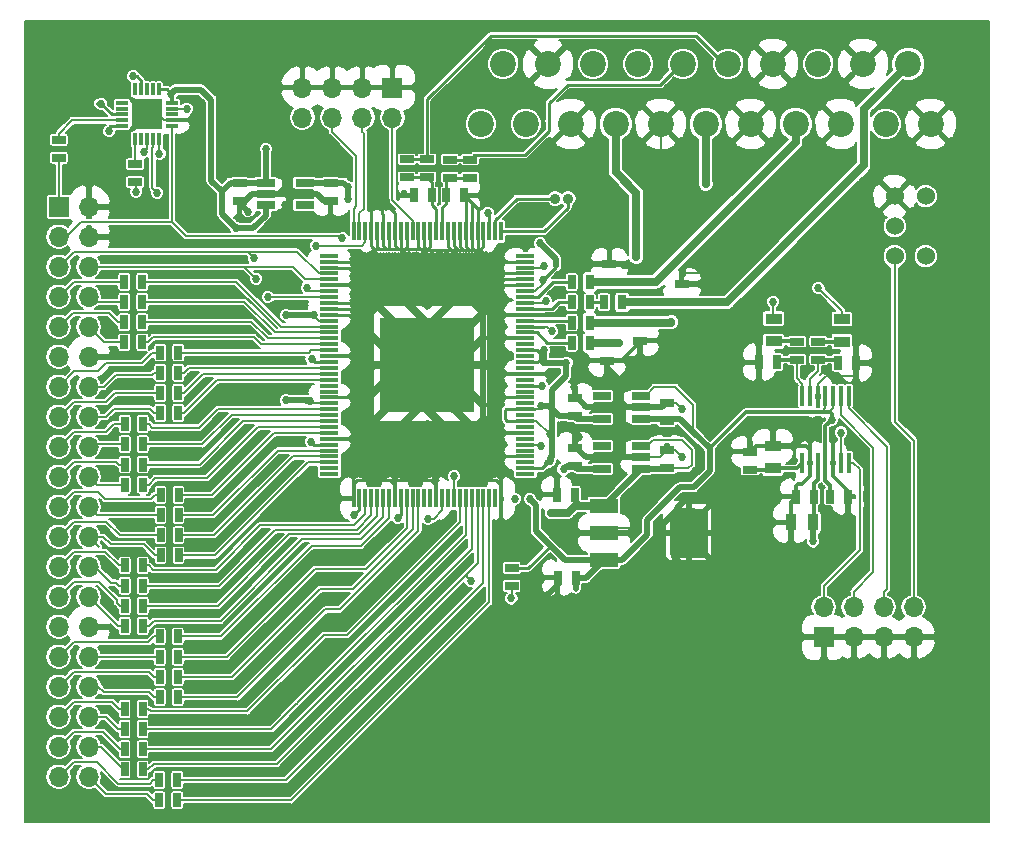
<source format=gtl>
G04 #@! TF.GenerationSoftware,KiCad,Pcbnew,5.0.1+dfsg1-3*
G04 #@! TF.CreationDate,2018-12-17T22:42:35+02:00*
G04 #@! TF.ProjectId,isl_board,69736C5F626F6172642E6B696361645F,rev?*
G04 #@! TF.SameCoordinates,Original*
G04 #@! TF.FileFunction,Copper,L1,Top,Signal*
G04 #@! TF.FilePolarity,Positive*
%FSLAX46Y46*%
G04 Gerber Fmt 4.6, Leading zero omitted, Abs format (unit mm)*
G04 Created by KiCad (PCBNEW 5.0.1+dfsg1-3) date 2018-12-17T22:42:35 EET*
%MOMM*%
%LPD*%
G01*
G04 APERTURE LIST*
G04 #@! TA.AperFunction,ComponentPad*
%ADD10C,2.200000*%
G04 #@! TD*
G04 #@! TA.AperFunction,SMDPad,CuDef*
%ADD11R,1.397000X0.889000*%
G04 #@! TD*
G04 #@! TA.AperFunction,SMDPad,CuDef*
%ADD12R,0.889000X1.397000*%
G04 #@! TD*
G04 #@! TA.AperFunction,ComponentPad*
%ADD13C,1.524000*%
G04 #@! TD*
G04 #@! TA.AperFunction,SMDPad,CuDef*
%ADD14R,1.143000X0.635000*%
G04 #@! TD*
G04 #@! TA.AperFunction,SMDPad,CuDef*
%ADD15R,0.635000X1.143000*%
G04 #@! TD*
G04 #@! TA.AperFunction,ComponentPad*
%ADD16R,1.700000X1.700000*%
G04 #@! TD*
G04 #@! TA.AperFunction,ComponentPad*
%ADD17O,1.700000X1.700000*%
G04 #@! TD*
G04 #@! TA.AperFunction,SMDPad,CuDef*
%ADD18R,0.355600X1.676400*%
G04 #@! TD*
G04 #@! TA.AperFunction,ComponentPad*
%ADD19C,2.250000*%
G04 #@! TD*
G04 #@! TA.AperFunction,SMDPad,CuDef*
%ADD20R,1.000000X0.300000*%
G04 #@! TD*
G04 #@! TA.AperFunction,SMDPad,CuDef*
%ADD21R,0.300000X1.000000*%
G04 #@! TD*
G04 #@! TA.AperFunction,SMDPad,CuDef*
%ADD22R,2.500000X2.500000*%
G04 #@! TD*
G04 #@! TA.AperFunction,SMDPad,CuDef*
%ADD23R,2.400000X1.200000*%
G04 #@! TD*
G04 #@! TA.AperFunction,SMDPad,CuDef*
%ADD24R,2.400000X3.300000*%
G04 #@! TD*
G04 #@! TA.AperFunction,SMDPad,CuDef*
%ADD25R,1.560000X0.650000*%
G04 #@! TD*
G04 #@! TA.AperFunction,ComponentPad*
%ADD26C,0.900000*%
G04 #@! TD*
G04 #@! TA.AperFunction,SMDPad,CuDef*
%ADD27R,0.300000X1.600000*%
G04 #@! TD*
G04 #@! TA.AperFunction,SMDPad,CuDef*
%ADD28R,1.600000X0.300000*%
G04 #@! TD*
G04 #@! TA.AperFunction,SMDPad,CuDef*
%ADD29R,8.000000X8.000000*%
G04 #@! TD*
G04 #@! TA.AperFunction,ComponentPad*
%ADD30C,1.000000*%
G04 #@! TD*
G04 #@! TA.AperFunction,ViaPad*
%ADD31C,0.686000*%
G04 #@! TD*
G04 #@! TA.AperFunction,Conductor*
%ADD32C,0.500000*%
G04 #@! TD*
G04 #@! TA.AperFunction,Conductor*
%ADD33C,0.200000*%
G04 #@! TD*
G04 #@! TA.AperFunction,Conductor*
%ADD34C,0.700000*%
G04 #@! TD*
G04 #@! TA.AperFunction,Conductor*
%ADD35C,0.300000*%
G04 #@! TD*
G04 #@! TA.AperFunction,Conductor*
%ADD36C,0.250000*%
G04 #@! TD*
G04 #@! TA.AperFunction,Conductor*
%ADD37C,0.180000*%
G04 #@! TD*
G04 #@! TA.AperFunction,Conductor*
%ADD38C,0.640000*%
G04 #@! TD*
G04 #@! TA.AperFunction,Conductor*
%ADD39C,0.220000*%
G04 #@! TD*
G04 APERTURE END LIST*
D10*
G04 #@! TO.P,J4,2*
G04 #@! TO.N,/AUD_R*
X58250000Y-30500000D03*
G04 #@! TO.P,J4,3*
G04 #@! TO.N,Net-(J4-Pad3)*
X60155000Y-35580000D03*
G04 #@! TO.P,J4,4*
G04 #@! TO.N,GND*
X62060000Y-30500000D03*
G04 #@! TO.P,J4,5*
X63965000Y-35580000D03*
G04 #@! TO.P,J4,6*
G04 #@! TO.N,/AUD_L*
X65870000Y-30500000D03*
G04 #@! TO.P,J4,7*
G04 #@! TO.N,/B_in*
X67775000Y-35580000D03*
G04 #@! TO.P,J4,8*
G04 #@! TO.N,Net-(J4-Pad8)*
X69680000Y-30500000D03*
G04 #@! TO.P,J4,9*
G04 #@! TO.N,GND*
X71585000Y-35580000D03*
G04 #@! TO.P,J4,10*
G04 #@! TO.N,/VS_in*
X73490000Y-30500000D03*
G04 #@! TO.P,J4,11*
G04 #@! TO.N,/G_in*
X75395000Y-35580000D03*
G04 #@! TO.P,J4,12*
G04 #@! TO.N,/HS_in*
X77300000Y-30500000D03*
G04 #@! TO.P,J4,13*
G04 #@! TO.N,GND*
X79205000Y-35580000D03*
G04 #@! TO.P,J4,20*
G04 #@! TO.N,/SOG_in*
X92540000Y-30500000D03*
G04 #@! TO.P,J4,15*
G04 #@! TO.N,/R_in*
X83015000Y-35580000D03*
G04 #@! TO.P,J4,14*
G04 #@! TO.N,GND*
X81110000Y-30500000D03*
G04 #@! TO.P,J4,17*
X86825000Y-35580000D03*
G04 #@! TO.P,J4,16*
G04 #@! TO.N,Net-(J4-Pad16)*
X84920000Y-30500000D03*
G04 #@! TO.P,J4,19*
G04 #@! TO.N,Net-(J4-Pad19)*
X90635000Y-35580000D03*
G04 #@! TO.P,J4,18*
G04 #@! TO.N,GND*
X88730000Y-30500000D03*
G04 #@! TO.P,J4,21*
X94445000Y-35580000D03*
G04 #@! TO.P,J4,1*
G04 #@! TO.N,Net-(J4-Pad1)*
X56345000Y-35580000D03*
G04 #@! TD*
D11*
G04 #@! TO.P,C50,2*
G04 #@! TO.N,/AUD_L*
X86930000Y-52107500D03*
G04 #@! TO.P,C50,1*
G04 #@! TO.N,Net-(C50-Pad1)*
X86930000Y-54012500D03*
G04 #@! TD*
G04 #@! TO.P,C49,1*
G04 #@! TO.N,Net-(C49-Pad1)*
X81150000Y-53982500D03*
G04 #@! TO.P,C49,2*
G04 #@! TO.N,/AUD_R*
X81150000Y-52077500D03*
G04 #@! TD*
G04 #@! TO.P,C45,2*
G04 #@! TO.N,GND*
X81090000Y-62847500D03*
G04 #@! TO.P,C45,1*
G04 #@! TO.N,Net-(C42-Pad1)*
X81090000Y-64752500D03*
G04 #@! TD*
D12*
G04 #@! TO.P,C46,1*
G04 #@! TO.N,/DVDD5*
X84512500Y-69320000D03*
G04 #@! TO.P,C46,2*
G04 #@! TO.N,GND*
X82607500Y-69320000D03*
G04 #@! TD*
D13*
G04 #@! TO.P,J3,1*
G04 #@! TO.N,GND*
X91390000Y-41710000D03*
G04 #@! TO.P,J3,2*
G04 #@! TO.N,/DVDD3v3*
X91390000Y-44250000D03*
G04 #@! TO.P,J3,3*
G04 #@! TO.N,/SPDIF*
X91390000Y-46790000D03*
G04 #@! TO.P,J3,4*
G04 #@! TO.N,Net-(J3-Pad4)*
X94015000Y-46790000D03*
G04 #@! TO.P,J3,5*
G04 #@! TO.N,Net-(J3-Pad5)*
X94015000Y-41710000D03*
G04 #@! TD*
D14*
G04 #@! TO.P,R38,1*
G04 #@! TO.N,Net-(R38-Pad1)*
X58960000Y-74702000D03*
G04 #@! TO.P,R38,2*
G04 #@! TO.N,/DVDD3v3*
X58960000Y-73178000D03*
G04 #@! TD*
D15*
G04 #@! TO.P,R25,1*
G04 #@! TO.N,/G[7]*
X26208000Y-61000000D03*
G04 #@! TO.P,R25,2*
G04 #@! TO.N,Net-(R25-Pad2)*
X27732000Y-61000000D03*
G04 #@! TD*
G04 #@! TO.P,R21,1*
G04 #@! TO.N,/G[0]*
X29238000Y-72120000D03*
G04 #@! TO.P,R21,2*
G04 #@! TO.N,Net-(R21-Pad2)*
X30762000Y-72120000D03*
G04 #@! TD*
G04 #@! TO.P,R23,1*
G04 #@! TO.N,/G[3]*
X29238000Y-66990000D03*
G04 #@! TO.P,R23,2*
G04 #@! TO.N,Net-(R23-Pad2)*
X30762000Y-66990000D03*
G04 #@! TD*
G04 #@! TO.P,R34,1*
G04 #@! TO.N,/B[1]*
X29208000Y-58360000D03*
G04 #@! TO.P,R34,2*
G04 #@! TO.N,Net-(R34-Pad2)*
X30732000Y-58360000D03*
G04 #@! TD*
G04 #@! TO.P,R27,1*
G04 #@! TO.N,/B[2]*
X29208000Y-56650000D03*
G04 #@! TO.P,R27,2*
G04 #@! TO.N,Net-(R27-Pad2)*
X30732000Y-56650000D03*
G04 #@! TD*
G04 #@! TO.P,R31,1*
G04 #@! TO.N,/G[1]*
X29238000Y-70410000D03*
G04 #@! TO.P,R31,2*
G04 #@! TO.N,Net-(R31-Pad2)*
X30762000Y-70410000D03*
G04 #@! TD*
G04 #@! TO.P,R22,1*
G04 #@! TO.N,/G[2]*
X29238000Y-68700000D03*
G04 #@! TO.P,R22,2*
G04 #@! TO.N,Net-(R22-Pad2)*
X30762000Y-68700000D03*
G04 #@! TD*
G04 #@! TO.P,R32,1*
G04 #@! TO.N,/G[4]*
X26208000Y-66130000D03*
G04 #@! TO.P,R32,2*
G04 #@! TO.N,Net-(R32-Pad2)*
X27732000Y-66130000D03*
G04 #@! TD*
G04 #@! TO.P,R33,1*
G04 #@! TO.N,/G[6]*
X26208000Y-62710000D03*
G04 #@! TO.P,R33,2*
G04 #@! TO.N,Net-(R33-Pad2)*
X27732000Y-62710000D03*
G04 #@! TD*
G04 #@! TO.P,R24,1*
G04 #@! TO.N,/G[5]*
X26208000Y-64420000D03*
G04 #@! TO.P,R24,2*
G04 #@! TO.N,Net-(R24-Pad2)*
X27732000Y-64420000D03*
G04 #@! TD*
G04 #@! TO.P,R28,1*
G04 #@! TO.N,/B[3]*
X29208000Y-54940000D03*
G04 #@! TO.P,R28,2*
G04 #@! TO.N,Net-(R28-Pad2)*
X30732000Y-54940000D03*
G04 #@! TD*
G04 #@! TO.P,R26,1*
G04 #@! TO.N,/B[0]*
X29208000Y-60070000D03*
G04 #@! TO.P,R26,2*
G04 #@! TO.N,Net-(R26-Pad2)*
X30732000Y-60070000D03*
G04 #@! TD*
D16*
G04 #@! TO.P,J2,1*
G04 #@! TO.N,GND*
X85400000Y-79050000D03*
D17*
G04 #@! TO.P,J2,2*
G04 #@! TO.N,/I2S_WS*
X85400000Y-76510000D03*
G04 #@! TO.P,J2,3*
G04 #@! TO.N,GND*
X87940000Y-79050000D03*
G04 #@! TO.P,J2,4*
G04 #@! TO.N,/I2S_DATA*
X87940000Y-76510000D03*
G04 #@! TO.P,J2,5*
G04 #@! TO.N,GND*
X90480000Y-79050000D03*
G04 #@! TO.P,J2,6*
G04 #@! TO.N,/I2S_BCK*
X90480000Y-76510000D03*
G04 #@! TO.P,J2,7*
G04 #@! TO.N,GND*
X93020000Y-79050000D03*
G04 #@! TO.P,J2,8*
G04 #@! TO.N,/SPDIF*
X93020000Y-76510000D03*
G04 #@! TD*
D14*
G04 #@! TO.P,R48,1*
G04 #@! TO.N,/PCLK_SI*
X20630000Y-38444000D03*
G04 #@! TO.P,R48,2*
G04 #@! TO.N,Net-(R48-Pad2)*
X20630000Y-36920000D03*
G04 #@! TD*
D17*
G04 #@! TO.P,J5,8*
G04 #@! TO.N,/SI_INT_N*
X41250000Y-35040000D03*
G04 #@! TO.P,J5,7*
G04 #@! TO.N,GND*
X41250000Y-32500000D03*
G04 #@! TO.P,J5,6*
G04 #@! TO.N,/COAST*
X43790000Y-35040000D03*
G04 #@! TO.P,J5,5*
G04 #@! TO.N,GND*
X43790000Y-32500000D03*
G04 #@! TO.P,J5,4*
G04 #@! TO.N,/CLAMP*
X46330000Y-35040000D03*
G04 #@! TO.P,J5,3*
G04 #@! TO.N,GND*
X46330000Y-32500000D03*
G04 #@! TO.P,J5,2*
G04 #@! TO.N,Net-(J5-Pad2)*
X48870000Y-35040000D03*
D16*
G04 #@! TO.P,J5,1*
G04 #@! TO.N,GND*
X48870000Y-32500000D03*
G04 #@! TD*
D18*
G04 #@! TO.P,U7,1*
G04 #@! TO.N,Net-(C42-Pad1)*
X83589999Y-64259400D03*
G04 #@! TO.P,U7,2*
G04 #@! TO.N,GND*
X84240000Y-64259400D03*
G04 #@! TO.P,U7,3*
G04 #@! TO.N,/DVDD5*
X84890001Y-64259400D03*
G04 #@! TO.P,U7,4*
G04 #@! TO.N,/DVDD3v3*
X85540000Y-64259400D03*
G04 #@! TO.P,U7,5*
G04 #@! TO.N,GND*
X86189999Y-64259400D03*
G04 #@! TO.P,U7,6*
G04 #@! TO.N,/PCM_MCLK*
X86840000Y-64259400D03*
G04 #@! TO.P,U7,7*
G04 #@! TO.N,/I2S_WS*
X87489999Y-64259400D03*
G04 #@! TO.P,U7,8*
G04 #@! TO.N,/I2S_BCK*
X87490001Y-58620600D03*
G04 #@! TO.P,U7,9*
G04 #@! TO.N,/I2S_DATA*
X86840000Y-58620600D03*
G04 #@! TO.P,U7,10*
G04 #@! TO.N,/DVDD3v3*
X86190001Y-58620600D03*
G04 #@! TO.P,U7,11*
X85540000Y-58620600D03*
G04 #@! TO.P,U7,12*
G04 #@! TO.N,GND*
X84890001Y-58620600D03*
G04 #@! TO.P,U7,13*
G04 #@! TO.N,Net-(C48-Pad1)*
X84240000Y-58620600D03*
G04 #@! TO.P,U7,14*
G04 #@! TO.N,Net-(C47-Pad1)*
X83590001Y-58620600D03*
G04 #@! TD*
D14*
G04 #@! TO.P,C42,2*
G04 #@! TO.N,GND*
X79140000Y-63328000D03*
G04 #@! TO.P,C42,1*
G04 #@! TO.N,Net-(C42-Pad1)*
X79140000Y-64852000D03*
G04 #@! TD*
D15*
G04 #@! TO.P,C44,1*
G04 #@! TO.N,GND*
X87432000Y-67130000D03*
G04 #@! TO.P,C44,2*
G04 #@! TO.N,/DVDD3v3*
X85908000Y-67130000D03*
G04 #@! TD*
G04 #@! TO.P,C43,2*
G04 #@! TO.N,GND*
X83048000Y-67130000D03*
G04 #@! TO.P,C43,1*
G04 #@! TO.N,/DVDD5*
X84572000Y-67130000D03*
G04 #@! TD*
D14*
G04 #@! TO.P,C51,1*
G04 #@! TO.N,Net-(C51-Pad1)*
X27090000Y-40522000D03*
G04 #@! TO.P,C51,2*
G04 #@! TO.N,Net-(C51-Pad2)*
X27090000Y-38998000D03*
G04 #@! TD*
D15*
G04 #@! TO.P,C48,2*
G04 #@! TO.N,GND*
X88102000Y-55800000D03*
G04 #@! TO.P,C48,1*
G04 #@! TO.N,Net-(C48-Pad1)*
X86578000Y-55800000D03*
G04 #@! TD*
G04 #@! TO.P,C47,1*
G04 #@! TO.N,Net-(C47-Pad1)*
X81442000Y-55770000D03*
G04 #@! TO.P,C47,2*
G04 #@! TO.N,GND*
X79918000Y-55770000D03*
G04 #@! TD*
D14*
G04 #@! TO.P,R46,2*
G04 #@! TO.N,Net-(C49-Pad1)*
X83130000Y-54008000D03*
G04 #@! TO.P,R46,1*
G04 #@! TO.N,Net-(C47-Pad1)*
X83130000Y-55532000D03*
G04 #@! TD*
G04 #@! TO.P,R47,1*
G04 #@! TO.N,Net-(C48-Pad1)*
X84920000Y-55532000D03*
G04 #@! TO.P,R47,2*
G04 #@! TO.N,Net-(C50-Pad1)*
X84920000Y-54008000D03*
G04 #@! TD*
D19*
G04 #@! TO.P,U6,EP*
G04 #@! TO.N,GND*
X28090053Y-34782843D03*
D20*
G04 #@! TO.P,U6,20*
G04 #@! TO.N,/DVDD3v3*
X25975053Y-35782843D03*
G04 #@! TO.P,U6,19*
G04 #@! TO.N,Net-(R48-Pad2)*
X25975053Y-35282843D03*
G04 #@! TO.P,U6,18*
G04 #@! TO.N,/DVDD3v3*
X25975053Y-34782843D03*
G04 #@! TO.P,U6,17*
G04 #@! TO.N,Net-(U6-Pad17)*
X25975053Y-34282843D03*
G04 #@! TO.P,U6,16*
G04 #@! TO.N,Net-(U6-Pad16)*
X25975053Y-33782843D03*
D21*
G04 #@! TO.P,U6,15*
G04 #@! TO.N,Net-(U6-Pad15)*
X27090053Y-32667843D03*
G04 #@! TO.P,U6,14*
G04 #@! TO.N,/DVDD3v3*
X27590053Y-32667843D03*
G04 #@! TO.P,U6,13*
G04 #@! TO.N,Net-(U6-Pad13)*
X28090053Y-32667843D03*
G04 #@! TO.P,U6,12*
G04 #@! TO.N,Net-(U6-Pad12)*
X28590053Y-32667843D03*
G04 #@! TO.P,U6,11*
G04 #@! TO.N,/DVDD3v3*
X29090053Y-32667843D03*
D20*
G04 #@! TO.P,U6,10*
X30205053Y-33782843D03*
G04 #@! TO.P,U6,9*
G04 #@! TO.N,/PCM_MCLK*
X30205053Y-34282843D03*
G04 #@! TO.P,U6,8*
G04 #@! TO.N,Net-(U6-Pad8)*
X30205053Y-34782843D03*
G04 #@! TO.P,U6,7*
G04 #@! TO.N,GND*
X30205053Y-35282843D03*
G04 #@! TO.P,U6,6*
G04 #@! TO.N,/PCLK*
X30205053Y-35782843D03*
D21*
G04 #@! TO.P,U6,5*
G04 #@! TO.N,/SDA*
X29090053Y-36897843D03*
G04 #@! TO.P,U6,4*
G04 #@! TO.N,/SCL*
X28590053Y-36897843D03*
G04 #@! TO.P,U6,3*
G04 #@! TO.N,/SI_INT_N*
X28090053Y-36897843D03*
G04 #@! TO.P,U6,2*
G04 #@! TO.N,Net-(U6-Pad2)*
X27590053Y-36897843D03*
G04 #@! TO.P,U6,1*
G04 #@! TO.N,Net-(C51-Pad2)*
X27090053Y-36897843D03*
D22*
G04 #@! TO.P,U6,EP*
G04 #@! TO.N,GND*
X28090053Y-34782843D03*
G04 #@! TD*
D14*
G04 #@! TO.P,C1,1*
G04 #@! TO.N,/DVDD5*
X72120000Y-64752000D03*
G04 #@! TO.P,C1,2*
G04 #@! TO.N,GND*
X72120000Y-63228000D03*
G04 #@! TD*
G04 #@! TO.P,C2,1*
G04 #@! TO.N,/DVDD3v3*
X72090000Y-60732000D03*
G04 #@! TO.P,C2,2*
G04 #@! TO.N,GND*
X72090000Y-59208000D03*
G04 #@! TD*
G04 #@! TO.P,C3,1*
G04 #@! TO.N,/DVDD3v3*
X35930000Y-40568000D03*
G04 #@! TO.P,C3,2*
G04 #@! TO.N,GND*
X35930000Y-42092000D03*
G04 #@! TD*
D15*
G04 #@! TO.P,C4,1*
G04 #@! TO.N,/DVDD5*
X64312000Y-66960000D03*
G04 #@! TO.P,C4,2*
G04 #@! TO.N,GND*
X62788000Y-66960000D03*
G04 #@! TD*
G04 #@! TO.P,C5,1*
G04 #@! TO.N,/DVDD3v3*
X64382000Y-73990000D03*
G04 #@! TO.P,C5,2*
G04 #@! TO.N,GND*
X62858000Y-73990000D03*
G04 #@! TD*
D14*
G04 #@! TO.P,C6,1*
G04 #@! TO.N,/AVCC3v3*
X64290000Y-64542000D03*
G04 #@! TO.P,C6,2*
G04 #@! TO.N,GND*
X64290000Y-63018000D03*
G04 #@! TD*
G04 #@! TO.P,C7,1*
G04 #@! TO.N,/AVCC1v8*
X64300000Y-60352000D03*
G04 #@! TO.P,C7,2*
G04 #@! TO.N,GND*
X64300000Y-58828000D03*
G04 #@! TD*
G04 #@! TO.P,C8,1*
G04 #@! TO.N,/DVDD1v8*
X43640000Y-40548000D03*
G04 #@! TO.P,C8,2*
G04 #@! TO.N,GND*
X43640000Y-42072000D03*
G04 #@! TD*
D15*
G04 #@! TO.P,C13,1*
G04 #@! TO.N,Net-(C13-Pad1)*
X64048000Y-54110000D03*
G04 #@! TO.P,C13,2*
G04 #@! TO.N,/B_in*
X65572000Y-54110000D03*
G04 #@! TD*
G04 #@! TO.P,C20,1*
G04 #@! TO.N,/SOG_in*
X68322000Y-50690000D03*
G04 #@! TO.P,C20,2*
G04 #@! TO.N,Net-(C20-Pad2)*
X66798000Y-50690000D03*
G04 #@! TD*
G04 #@! TO.P,C22,1*
G04 #@! TO.N,/G_in*
X65572000Y-52400000D03*
G04 #@! TO.P,C22,2*
G04 #@! TO.N,Net-(C22-Pad2)*
X64048000Y-52400000D03*
G04 #@! TD*
G04 #@! TO.P,C23,1*
G04 #@! TO.N,/R_in*
X65572000Y-48980000D03*
G04 #@! TO.P,C23,2*
G04 #@! TO.N,Net-(C23-Pad2)*
X64048000Y-48980000D03*
G04 #@! TD*
D14*
G04 #@! TO.P,C27,1*
G04 #@! TO.N,/HS_in*
X50080000Y-38588000D03*
G04 #@! TO.P,C27,2*
G04 #@! TO.N,/HS_3v3*
X50080000Y-40112000D03*
G04 #@! TD*
G04 #@! TO.P,C30,1*
G04 #@! TO.N,/VS_in*
X55440000Y-38598000D03*
G04 #@! TO.P,C30,2*
G04 #@! TO.N,/VS_3v3*
X55440000Y-40122000D03*
G04 #@! TD*
D16*
G04 #@! TO.P,J1,1*
G04 #@! TO.N,/PCLK_SI*
X20630000Y-42600000D03*
D17*
G04 #@! TO.P,J1,2*
G04 #@! TO.N,GND*
X23170000Y-42600000D03*
G04 #@! TO.P,J1,3*
G04 #@! TO.N,/PCLK*
X20630000Y-45140000D03*
G04 #@! TO.P,J1,4*
G04 #@! TO.N,GND*
X23170000Y-45140000D03*
G04 #@! TO.P,J1,5*
G04 #@! TO.N,/SDA*
X20630000Y-47680000D03*
G04 #@! TO.P,J1,6*
G04 #@! TO.N,/SCL*
X23170000Y-47680000D03*
G04 #@! TO.P,J1,7*
G04 #@! TO.N,/B[7]*
X20630000Y-50220000D03*
G04 #@! TO.P,J1,8*
G04 #@! TO.N,/B[6]*
X23170000Y-50220000D03*
G04 #@! TO.P,J1,9*
G04 #@! TO.N,/B[5]*
X20630000Y-52760000D03*
G04 #@! TO.P,J1,10*
G04 #@! TO.N,/B[4]*
X23170000Y-52760000D03*
G04 #@! TO.P,J1,11*
G04 #@! TO.N,/DVDD5*
X20630000Y-55300000D03*
G04 #@! TO.P,J1,12*
G04 #@! TO.N,GND*
X23170000Y-55300000D03*
G04 #@! TO.P,J1,13*
G04 #@! TO.N,/B[3]*
X20630000Y-57840000D03*
G04 #@! TO.P,J1,14*
G04 #@! TO.N,/B[2]*
X23170000Y-57840000D03*
G04 #@! TO.P,J1,15*
G04 #@! TO.N,/B[1]*
X20630000Y-60380000D03*
G04 #@! TO.P,J1,16*
G04 #@! TO.N,/B[0]*
X23170000Y-60380000D03*
G04 #@! TO.P,J1,17*
G04 #@! TO.N,/G[7]*
X20630000Y-62920000D03*
G04 #@! TO.P,J1,18*
G04 #@! TO.N,/G[6]*
X23170000Y-62920000D03*
G04 #@! TO.P,J1,19*
G04 #@! TO.N,/G[5]*
X20630000Y-65460000D03*
G04 #@! TO.P,J1,20*
G04 #@! TO.N,/G[4]*
X23170000Y-65460000D03*
G04 #@! TO.P,J1,21*
G04 #@! TO.N,/G[3]*
X20630000Y-68000000D03*
G04 #@! TO.P,J1,22*
G04 #@! TO.N,/G[2]*
X23170000Y-68000000D03*
G04 #@! TO.P,J1,23*
G04 #@! TO.N,/G[1]*
X20630000Y-70540000D03*
G04 #@! TO.P,J1,24*
G04 #@! TO.N,/G[0]*
X23170000Y-70540000D03*
G04 #@! TO.P,J1,25*
G04 #@! TO.N,/R[7]*
X20630000Y-73080000D03*
G04 #@! TO.P,J1,26*
G04 #@! TO.N,/R[6]*
X23170000Y-73080000D03*
G04 #@! TO.P,J1,27*
G04 #@! TO.N,/R[5]*
X20630000Y-75620000D03*
G04 #@! TO.P,J1,28*
G04 #@! TO.N,/R[4]*
X23170000Y-75620000D03*
G04 #@! TO.P,J1,29*
G04 #@! TO.N,Net-(J1-Pad29)*
X20630000Y-78160000D03*
G04 #@! TO.P,J1,30*
G04 #@! TO.N,GND*
X23170000Y-78160000D03*
G04 #@! TO.P,J1,31*
G04 #@! TO.N,/R[3]*
X20630000Y-80700000D03*
G04 #@! TO.P,J1,32*
G04 #@! TO.N,/R[2]*
X23170000Y-80700000D03*
G04 #@! TO.P,J1,33*
G04 #@! TO.N,/R[1]*
X20630000Y-83240000D03*
G04 #@! TO.P,J1,34*
G04 #@! TO.N,/R[0]*
X23170000Y-83240000D03*
G04 #@! TO.P,J1,35*
G04 #@! TO.N,/HS*
X20630000Y-85780000D03*
G04 #@! TO.P,J1,36*
G04 #@! TO.N,/HSYNC*
X23170000Y-85780000D03*
G04 #@! TO.P,J1,37*
G04 #@! TO.N,/VSYNC*
X20630000Y-88320000D03*
G04 #@! TO.P,J1,38*
G04 #@! TO.N,/INT_N*
X23170000Y-88320000D03*
G04 #@! TO.P,J1,39*
G04 #@! TO.N,/DE*
X20630000Y-90860000D03*
G04 #@! TO.P,J1,40*
G04 #@! TO.N,/FID*
X23170000Y-90860000D03*
G04 #@! TD*
D15*
G04 #@! TO.P,R1,1*
G04 #@! TO.N,Net-(C20-Pad2)*
X65572000Y-50690000D03*
G04 #@! TO.P,R1,2*
G04 #@! TO.N,Net-(R1-Pad2)*
X64048000Y-50690000D03*
G04 #@! TD*
G04 #@! TO.P,R2,1*
G04 #@! TO.N,/FID*
X29138000Y-92850000D03*
G04 #@! TO.P,R2,2*
G04 #@! TO.N,Net-(R2-Pad2)*
X30662000Y-92850000D03*
G04 #@! TD*
G04 #@! TO.P,R3,1*
G04 #@! TO.N,/DE*
X29138000Y-91140000D03*
G04 #@! TO.P,R3,2*
G04 #@! TO.N,Net-(R3-Pad2)*
X30662000Y-91140000D03*
G04 #@! TD*
G04 #@! TO.P,R4,1*
G04 #@! TO.N,/INT_N*
X26198000Y-90240000D03*
G04 #@! TO.P,R4,2*
G04 #@! TO.N,Net-(R38-Pad1)*
X27722000Y-90240000D03*
G04 #@! TD*
G04 #@! TO.P,R5,1*
G04 #@! TO.N,/VSYNC*
X26198000Y-88530000D03*
G04 #@! TO.P,R5,2*
G04 #@! TO.N,Net-(R5-Pad2)*
X27722000Y-88530000D03*
G04 #@! TD*
G04 #@! TO.P,R6,1*
G04 #@! TO.N,/HSYNC*
X26198000Y-86820000D03*
G04 #@! TO.P,R6,2*
G04 #@! TO.N,Net-(R6-Pad2)*
X27722000Y-86820000D03*
G04 #@! TD*
G04 #@! TO.P,R7,1*
G04 #@! TO.N,/HS*
X26198000Y-85110000D03*
G04 #@! TO.P,R7,2*
G04 #@! TO.N,Net-(R7-Pad2)*
X27722000Y-85110000D03*
G04 #@! TD*
D14*
G04 #@! TO.P,R8,1*
G04 #@! TO.N,/HS_in*
X51810000Y-38588000D03*
G04 #@! TO.P,R8,2*
G04 #@! TO.N,/HS_3v3*
X51810000Y-40112000D03*
G04 #@! TD*
D15*
G04 #@! TO.P,R9,1*
G04 #@! TO.N,/HS_3v3*
X52222000Y-41640000D03*
G04 #@! TO.P,R9,2*
G04 #@! TO.N,GND*
X50698000Y-41640000D03*
G04 #@! TD*
G04 #@! TO.P,R11,1*
G04 #@! TO.N,/R[0]*
X29178000Y-84130000D03*
G04 #@! TO.P,R11,2*
G04 #@! TO.N,Net-(R11-Pad2)*
X30702000Y-84130000D03*
G04 #@! TD*
G04 #@! TO.P,R12,1*
G04 #@! TO.N,/R[1]*
X29178000Y-82410000D03*
G04 #@! TO.P,R12,2*
G04 #@! TO.N,Net-(R12-Pad2)*
X30702000Y-82410000D03*
G04 #@! TD*
D14*
G04 #@! TO.P,R13,1*
G04 #@! TO.N,/VS_in*
X53720000Y-38598000D03*
G04 #@! TO.P,R13,2*
G04 #@! TO.N,/VS_3v3*
X53720000Y-40122000D03*
G04 #@! TD*
D15*
G04 #@! TO.P,R14,1*
G04 #@! TO.N,/VS_3v3*
X53448000Y-41640000D03*
G04 #@! TO.P,R14,2*
G04 #@! TO.N,GND*
X54972000Y-41640000D03*
G04 #@! TD*
G04 #@! TO.P,R15,1*
G04 #@! TO.N,/R[2]*
X29178000Y-80690000D03*
G04 #@! TO.P,R15,2*
G04 #@! TO.N,Net-(R15-Pad2)*
X30702000Y-80690000D03*
G04 #@! TD*
G04 #@! TO.P,R16,1*
G04 #@! TO.N,/R[3]*
X29178000Y-78980000D03*
G04 #@! TO.P,R16,2*
G04 #@! TO.N,Net-(R16-Pad2)*
X30702000Y-78980000D03*
G04 #@! TD*
G04 #@! TO.P,R17,1*
G04 #@! TO.N,/R[4]*
X26208000Y-78100000D03*
G04 #@! TO.P,R17,2*
G04 #@! TO.N,Net-(R17-Pad2)*
X27732000Y-78100000D03*
G04 #@! TD*
G04 #@! TO.P,R18,1*
G04 #@! TO.N,/R[5]*
X26208000Y-76390000D03*
G04 #@! TO.P,R18,2*
G04 #@! TO.N,Net-(R18-Pad2)*
X27732000Y-76390000D03*
G04 #@! TD*
G04 #@! TO.P,R19,1*
G04 #@! TO.N,/R[6]*
X26208000Y-74680000D03*
G04 #@! TO.P,R19,2*
G04 #@! TO.N,Net-(R19-Pad2)*
X27732000Y-74680000D03*
G04 #@! TD*
G04 #@! TO.P,R20,1*
G04 #@! TO.N,/R[7]*
X26208000Y-72970000D03*
G04 #@! TO.P,R20,2*
G04 #@! TO.N,Net-(R20-Pad2)*
X27732000Y-72970000D03*
G04 #@! TD*
G04 #@! TO.P,R29,1*
G04 #@! TO.N,/B[5]*
X26168000Y-52370000D03*
G04 #@! TO.P,R29,2*
G04 #@! TO.N,Net-(R29-Pad2)*
X27692000Y-52370000D03*
G04 #@! TD*
G04 #@! TO.P,R30,1*
G04 #@! TO.N,/B[7]*
X26168000Y-48950000D03*
G04 #@! TO.P,R30,2*
G04 #@! TO.N,Net-(R30-Pad2)*
X27692000Y-48950000D03*
G04 #@! TD*
G04 #@! TO.P,R35,1*
G04 #@! TO.N,/B[4]*
X26168000Y-54080000D03*
G04 #@! TO.P,R35,2*
G04 #@! TO.N,Net-(R35-Pad2)*
X27692000Y-54080000D03*
G04 #@! TD*
G04 #@! TO.P,R36,1*
G04 #@! TO.N,/B[6]*
X26168000Y-50660000D03*
G04 #@! TO.P,R36,2*
G04 #@! TO.N,Net-(R36-Pad2)*
X27692000Y-50660000D03*
G04 #@! TD*
D14*
G04 #@! TO.P,R41,1*
G04 #@! TO.N,/B_in*
X67040000Y-54098000D03*
G04 #@! TO.P,R41,2*
G04 #@! TO.N,GND*
X67040000Y-55622000D03*
G04 #@! TD*
G04 #@! TO.P,R42,1*
G04 #@! TO.N,/G_in*
X69860000Y-52398000D03*
G04 #@! TO.P,R42,2*
G04 #@! TO.N,GND*
X69860000Y-53922000D03*
G04 #@! TD*
G04 #@! TO.P,R43,1*
G04 #@! TO.N,/SOG_in*
X73360000Y-50682000D03*
G04 #@! TO.P,R43,2*
G04 #@! TO.N,GND*
X73360000Y-49158000D03*
G04 #@! TD*
G04 #@! TO.P,R44,1*
G04 #@! TO.N,/R_in*
X67250000Y-48972000D03*
G04 #@! TO.P,R44,2*
G04 #@! TO.N,GND*
X67250000Y-47448000D03*
G04 #@! TD*
D23*
G04 #@! TO.P,U1,2*
G04 #@! TO.N,GND*
X66780000Y-70210000D03*
G04 #@! TO.P,U1,1*
G04 #@! TO.N,/DVDD5*
X66780000Y-67910000D03*
G04 #@! TO.P,U1,3*
G04 #@! TO.N,/DVDD3v3*
X66780000Y-72510000D03*
D24*
G04 #@! TO.P,U1,2*
G04 #@! TO.N,GND*
X73980000Y-70210000D03*
G04 #@! TD*
D25*
G04 #@! TO.P,U2,1*
G04 #@! TO.N,/DVDD5*
X69920000Y-64770000D03*
G04 #@! TO.P,U2,2*
G04 #@! TO.N,GND*
X69920000Y-63820000D03*
G04 #@! TO.P,U2,3*
G04 #@! TO.N,/DVDD5*
X69920000Y-62870000D03*
G04 #@! TO.P,U2,4*
G04 #@! TO.N,Net-(U2-Pad4)*
X66620000Y-62870000D03*
G04 #@! TO.P,U2,5*
G04 #@! TO.N,/AVCC3v3*
X66620000Y-64770000D03*
G04 #@! TD*
G04 #@! TO.P,U3,1*
G04 #@! TO.N,/DVDD3v3*
X69920000Y-60530000D03*
G04 #@! TO.P,U3,2*
G04 #@! TO.N,GND*
X69920000Y-59580000D03*
G04 #@! TO.P,U3,3*
G04 #@! TO.N,/DVDD3v3*
X69920000Y-58630000D03*
G04 #@! TO.P,U3,4*
G04 #@! TO.N,Net-(U3-Pad4)*
X66620000Y-58630000D03*
G04 #@! TO.P,U3,5*
G04 #@! TO.N,/AVCC1v8*
X66620000Y-60530000D03*
G04 #@! TD*
G04 #@! TO.P,U4,1*
G04 #@! TO.N,/DVDD3v3*
X38130000Y-40560000D03*
G04 #@! TO.P,U4,2*
G04 #@! TO.N,GND*
X38130000Y-41510000D03*
G04 #@! TO.P,U4,3*
G04 #@! TO.N,/DVDD3v3*
X38130000Y-42460000D03*
G04 #@! TO.P,U4,4*
G04 #@! TO.N,Net-(U4-Pad4)*
X41430000Y-42460000D03*
G04 #@! TO.P,U4,5*
G04 #@! TO.N,/DVDD1v8*
X41430000Y-40560000D03*
G04 #@! TD*
D26*
G04 #@! TO.P,Y1,1*
G04 #@! TO.N,Net-(C24-Pad1)*
X63750000Y-41910000D03*
G04 #@! TO.P,Y1,2*
G04 #@! TO.N,Net-(C25-Pad1)*
X62650000Y-41910000D03*
G04 #@! TD*
D27*
G04 #@! TO.P,U5,113*
G04 #@! TO.N,Net-(R12-Pad2)*
X50580000Y-67290000D03*
G04 #@! TO.P,U5,112*
G04 #@! TO.N,Net-(R15-Pad2)*
X50080000Y-67290000D03*
G04 #@! TO.P,U5,111*
G04 #@! TO.N,/DVDD1v8*
X49580000Y-67290000D03*
G04 #@! TO.P,U5,110*
G04 #@! TO.N,GND*
X49080000Y-67290000D03*
G04 #@! TO.P,U5,109*
G04 #@! TO.N,Net-(R16-Pad2)*
X48580000Y-67290000D03*
G04 #@! TO.P,U5,108*
G04 #@! TO.N,Net-(R17-Pad2)*
X48080000Y-67290000D03*
G04 #@! TO.P,U5,107*
G04 #@! TO.N,Net-(R18-Pad2)*
X47580000Y-67290000D03*
G04 #@! TO.P,U5,106*
G04 #@! TO.N,Net-(R19-Pad2)*
X47080000Y-67290000D03*
G04 #@! TO.P,U5,105*
G04 #@! TO.N,Net-(R20-Pad2)*
X46580000Y-67290000D03*
G04 #@! TO.P,U5,104*
G04 #@! TO.N,/DVDD3v3*
X46080000Y-67290000D03*
G04 #@! TO.P,U5,103*
G04 #@! TO.N,GND*
X45580000Y-67290000D03*
D28*
G04 #@! TO.P,U5,72*
G04 #@! TO.N,Net-(C51-Pad1)*
X43530000Y-50240000D03*
G04 #@! TO.P,U5,71*
G04 #@! TO.N,/DVDD1v8*
X43530000Y-49740000D03*
G04 #@! TO.P,U5,70*
G04 #@! TO.N,GND*
X43530000Y-49240000D03*
G04 #@! TO.P,U5,69*
G04 #@! TO.N,/SCL*
X43530000Y-48740000D03*
G04 #@! TO.P,U5,68*
G04 #@! TO.N,/SDA*
X43530000Y-48240000D03*
G04 #@! TO.P,U5,67*
G04 #@! TO.N,GND*
X43530000Y-47740000D03*
G04 #@! TO.P,U5,66*
X43530000Y-47240000D03*
G04 #@! TO.P,U5,65*
G04 #@! TO.N,Net-(U5-Pad65)*
X43530000Y-46740000D03*
D27*
G04 #@! TO.P,U5,41*
G04 #@! TO.N,/DVDD1v8*
X57080000Y-44690000D03*
G04 #@! TO.P,U5,40*
G04 #@! TO.N,Net-(C25-Pad1)*
X57580000Y-44690000D03*
G04 #@! TO.P,U5,39*
G04 #@! TO.N,Net-(C24-Pad1)*
X58080000Y-44690000D03*
D28*
G04 #@! TO.P,U5,38*
G04 #@! TO.N,Net-(U5-Pad38)*
X60130000Y-46740000D03*
G04 #@! TO.P,U5,37*
G04 #@! TO.N,GND*
X60130000Y-47240000D03*
G04 #@! TO.P,U5,1*
G04 #@! TO.N,Net-(U5-Pad1)*
X60130000Y-65240000D03*
G04 #@! TO.P,U5,2*
G04 #@! TO.N,/AVCC1v8*
X60130000Y-64740000D03*
G04 #@! TO.P,U5,3*
G04 #@! TO.N,Net-(U5-Pad3)*
X60130000Y-64240000D03*
G04 #@! TO.P,U5,4*
G04 #@! TO.N,GND*
X60130000Y-63740000D03*
G04 #@! TO.P,U5,5*
G04 #@! TO.N,Net-(U5-Pad5)*
X60130000Y-63240000D03*
G04 #@! TO.P,U5,6*
G04 #@! TO.N,/AVCC3v3*
X60130000Y-62740000D03*
G04 #@! TO.P,U5,7*
G04 #@! TO.N,Net-(U5-Pad7)*
X60130000Y-62240000D03*
G04 #@! TO.P,U5,8*
G04 #@! TO.N,GND*
X60130000Y-61740000D03*
G04 #@! TO.P,U5,9*
G04 #@! TO.N,Net-(U5-Pad9)*
X60130000Y-61240000D03*
G04 #@! TO.P,U5,10*
G04 #@! TO.N,/AVCC1v8*
X60130000Y-60740000D03*
G04 #@! TO.P,U5,11*
G04 #@! TO.N,Net-(U5-Pad11)*
X60130000Y-60240000D03*
G04 #@! TO.P,U5,12*
G04 #@! TO.N,/AVCC1v8*
X60130000Y-59740000D03*
G04 #@! TO.P,U5,13*
G04 #@! TO.N,Net-(U5-Pad13)*
X60130000Y-59240000D03*
G04 #@! TO.P,U5,14*
G04 #@! TO.N,GND*
X60130000Y-58740000D03*
G04 #@! TO.P,U5,15*
G04 #@! TO.N,Net-(U5-Pad15)*
X60130000Y-58240000D03*
G04 #@! TO.P,U5,16*
G04 #@! TO.N,/AVCC3v3*
X60130000Y-57740000D03*
G04 #@! TO.P,U5,17*
G04 #@! TO.N,Net-(U5-Pad17)*
X60130000Y-57240000D03*
G04 #@! TO.P,U5,18*
G04 #@! TO.N,GND*
X60130000Y-56740000D03*
G04 #@! TO.P,U5,19*
G04 #@! TO.N,Net-(U5-Pad19)*
X60130000Y-56240000D03*
G04 #@! TO.P,U5,20*
G04 #@! TO.N,/AVCC1v8*
X60130000Y-55740000D03*
G04 #@! TO.P,U5,21*
G04 #@! TO.N,Net-(U5-Pad21)*
X60130000Y-55240000D03*
G04 #@! TO.P,U5,22*
G04 #@! TO.N,/AVCC1v8*
X60130000Y-54740000D03*
G04 #@! TO.P,U5,23*
G04 #@! TO.N,Net-(U5-Pad23)*
X60130000Y-54240000D03*
G04 #@! TO.P,U5,24*
G04 #@! TO.N,GND*
X60130000Y-53740000D03*
G04 #@! TO.P,U5,25*
G04 #@! TO.N,Net-(C13-Pad1)*
X60130000Y-53240000D03*
G04 #@! TO.P,U5,26*
G04 #@! TO.N,/AVCC3v3*
X60130000Y-52740000D03*
G04 #@! TO.P,U5,27*
G04 #@! TO.N,Net-(C22-Pad2)*
X60130000Y-52240000D03*
G04 #@! TO.P,U5,28*
G04 #@! TO.N,GND*
X60130000Y-51740000D03*
G04 #@! TO.P,U5,29*
G04 #@! TO.N,Net-(R1-Pad2)*
X60130000Y-51240000D03*
G04 #@! TO.P,U5,30*
G04 #@! TO.N,/AVCC1v8*
X60130000Y-50740000D03*
G04 #@! TO.P,U5,31*
G04 #@! TO.N,Net-(C23-Pad2)*
X60130000Y-50240000D03*
G04 #@! TO.P,U5,32*
G04 #@! TO.N,/DVDD1v8*
X60130000Y-49740000D03*
G04 #@! TO.P,U5,33*
G04 #@! TO.N,GND*
X60130000Y-49240000D03*
G04 #@! TO.P,U5,34*
X60130000Y-48740000D03*
G04 #@! TO.P,U5,35*
X60130000Y-48240000D03*
G04 #@! TO.P,U5,36*
G04 #@! TO.N,/AVCC3v3*
X60130000Y-47740000D03*
D27*
G04 #@! TO.P,U5,42*
G04 #@! TO.N,GND*
X56580000Y-44690000D03*
G04 #@! TO.P,U5,43*
X56080000Y-44690000D03*
G04 #@! TO.P,U5,44*
X55580000Y-44690000D03*
G04 #@! TO.P,U5,45*
X55080000Y-44690000D03*
G04 #@! TO.P,U5,46*
X54580000Y-44690000D03*
G04 #@! TO.P,U5,47*
X54080000Y-44690000D03*
G04 #@! TO.P,U5,48*
X53580000Y-44690000D03*
G04 #@! TO.P,U5,49*
G04 #@! TO.N,/VS_3v3*
X53080000Y-44690000D03*
G04 #@! TO.P,U5,50*
G04 #@! TO.N,/HS_3v3*
X52580000Y-44690000D03*
G04 #@! TO.P,U5,51*
G04 #@! TO.N,GND*
X52080000Y-44690000D03*
G04 #@! TO.P,U5,52*
X51580000Y-44690000D03*
G04 #@! TO.P,U5,53*
X51080000Y-44690000D03*
G04 #@! TO.P,U5,54*
G04 #@! TO.N,Net-(J5-Pad2)*
X50580000Y-44690000D03*
G04 #@! TO.P,U5,55*
G04 #@! TO.N,GND*
X50080000Y-44690000D03*
G04 #@! TO.P,U5,56*
X49580000Y-44690000D03*
G04 #@! TO.P,U5,57*
X49080000Y-44690000D03*
G04 #@! TO.P,U5,58*
X48580000Y-44690000D03*
G04 #@! TO.P,U5,59*
X48080000Y-44690000D03*
G04 #@! TO.P,U5,60*
X47580000Y-44690000D03*
G04 #@! TO.P,U5,61*
X47080000Y-44690000D03*
G04 #@! TO.P,U5,62*
G04 #@! TO.N,/DVDD3v3*
X46580000Y-44690000D03*
G04 #@! TO.P,U5,63*
G04 #@! TO.N,/CLAMP*
X46080000Y-44690000D03*
G04 #@! TO.P,U5,64*
G04 #@! TO.N,/COAST*
X45580000Y-44690000D03*
D28*
G04 #@! TO.P,U5,73*
G04 #@! TO.N,GND*
X43530000Y-50740000D03*
G04 #@! TO.P,U5,74*
X43530000Y-51240000D03*
G04 #@! TO.P,U5,75*
X43530000Y-51740000D03*
G04 #@! TO.P,U5,76*
G04 #@! TO.N,/DVDD3v3*
X43530000Y-52240000D03*
G04 #@! TO.P,U5,77*
G04 #@! TO.N,Net-(R30-Pad2)*
X43530000Y-52740000D03*
G04 #@! TO.P,U5,78*
G04 #@! TO.N,Net-(R36-Pad2)*
X43530000Y-53240000D03*
G04 #@! TO.P,U5,79*
G04 #@! TO.N,Net-(R29-Pad2)*
X43530000Y-53740000D03*
G04 #@! TO.P,U5,80*
G04 #@! TO.N,Net-(R35-Pad2)*
X43530000Y-54240000D03*
G04 #@! TO.P,U5,81*
G04 #@! TO.N,Net-(R28-Pad2)*
X43530000Y-54740000D03*
G04 #@! TO.P,U5,82*
G04 #@! TO.N,GND*
X43530000Y-55240000D03*
G04 #@! TO.P,U5,83*
G04 #@! TO.N,/DVDD1v8*
X43530000Y-55740000D03*
G04 #@! TO.P,U5,84*
G04 #@! TO.N,Net-(R27-Pad2)*
X43530000Y-56240000D03*
G04 #@! TO.P,U5,85*
G04 #@! TO.N,Net-(R34-Pad2)*
X43530000Y-56740000D03*
G04 #@! TO.P,U5,86*
G04 #@! TO.N,Net-(R26-Pad2)*
X43530000Y-57240000D03*
G04 #@! TO.P,U5,87*
G04 #@! TO.N,Net-(U5-Pad87)*
X43530000Y-57740000D03*
G04 #@! TO.P,U5,88*
G04 #@! TO.N,Net-(U5-Pad88)*
X43530000Y-58240000D03*
G04 #@! TO.P,U5,89*
G04 #@! TO.N,GND*
X43530000Y-58740000D03*
G04 #@! TO.P,U5,90*
G04 #@! TO.N,/DVDD3v3*
X43530000Y-59240000D03*
G04 #@! TO.P,U5,91*
G04 #@! TO.N,Net-(R25-Pad2)*
X43530000Y-59740000D03*
G04 #@! TO.P,U5,92*
G04 #@! TO.N,Net-(R33-Pad2)*
X43530000Y-60240000D03*
G04 #@! TO.P,U5,93*
G04 #@! TO.N,Net-(R24-Pad2)*
X43530000Y-60740000D03*
G04 #@! TO.P,U5,94*
G04 #@! TO.N,Net-(R32-Pad2)*
X43530000Y-61240000D03*
G04 #@! TO.P,U5,95*
G04 #@! TO.N,Net-(R23-Pad2)*
X43530000Y-61740000D03*
G04 #@! TO.P,U5,96*
G04 #@! TO.N,GND*
X43530000Y-62240000D03*
G04 #@! TO.P,U5,97*
G04 #@! TO.N,/DVDD1v8*
X43530000Y-62740000D03*
G04 #@! TO.P,U5,98*
G04 #@! TO.N,Net-(R22-Pad2)*
X43530000Y-63240000D03*
G04 #@! TO.P,U5,99*
G04 #@! TO.N,Net-(R31-Pad2)*
X43530000Y-63740000D03*
G04 #@! TO.P,U5,100*
G04 #@! TO.N,Net-(R21-Pad2)*
X43530000Y-64240000D03*
G04 #@! TO.P,U5,101*
G04 #@! TO.N,Net-(U5-Pad101)*
X43530000Y-64740000D03*
G04 #@! TO.P,U5,102*
G04 #@! TO.N,Net-(U5-Pad102)*
X43530000Y-65240000D03*
D27*
G04 #@! TO.P,U5,114*
G04 #@! TO.N,Net-(R11-Pad2)*
X51080000Y-67290000D03*
G04 #@! TO.P,U5,115*
G04 #@! TO.N,Net-(U5-Pad115)*
X51580000Y-67290000D03*
G04 #@! TO.P,U5,116*
G04 #@! TO.N,Net-(U5-Pad116)*
X52080000Y-67290000D03*
G04 #@! TO.P,U5,117*
G04 #@! TO.N,GND*
X52580000Y-67290000D03*
G04 #@! TO.P,U5,118*
G04 #@! TO.N,/DVDD3v3*
X53080000Y-67290000D03*
G04 #@! TO.P,U5,119*
G04 #@! TO.N,Net-(U5-Pad119)*
X53580000Y-67290000D03*
G04 #@! TO.P,U5,120*
G04 #@! TO.N,Net-(R10-Pad2)*
X54080000Y-67290000D03*
G04 #@! TO.P,U5,121*
G04 #@! TO.N,Net-(R7-Pad2)*
X54580000Y-67290000D03*
G04 #@! TO.P,U5,122*
G04 #@! TO.N,Net-(R6-Pad2)*
X55080000Y-67290000D03*
G04 #@! TO.P,U5,123*
G04 #@! TO.N,Net-(R5-Pad2)*
X55580000Y-67290000D03*
G04 #@! TO.P,U5,124*
G04 #@! TO.N,Net-(R38-Pad1)*
X56080000Y-67290000D03*
G04 #@! TO.P,U5,125*
G04 #@! TO.N,Net-(R3-Pad2)*
X56580000Y-67290000D03*
G04 #@! TO.P,U5,126*
G04 #@! TO.N,Net-(R2-Pad2)*
X57080000Y-67290000D03*
G04 #@! TO.P,U5,127*
G04 #@! TO.N,Net-(U5-Pad127)*
X57580000Y-67290000D03*
G04 #@! TO.P,U5,128*
G04 #@! TO.N,GND*
X58080000Y-67290000D03*
D29*
G04 #@! TO.P,U5,EP*
X51830000Y-55990000D03*
D30*
X55058340Y-59215800D03*
X53758340Y-59215800D03*
X52458340Y-59215800D03*
X51158340Y-59215800D03*
X49858340Y-59215800D03*
X48558340Y-59215800D03*
X55058340Y-57915800D03*
X53758340Y-57915800D03*
X52458340Y-57915800D03*
X51158340Y-57915800D03*
X49858340Y-57915800D03*
X48558340Y-57915800D03*
X55058340Y-56615800D03*
X53758340Y-56615800D03*
X52458340Y-56615800D03*
X51158340Y-56615800D03*
X49858340Y-56615800D03*
X48558340Y-56615800D03*
X55058340Y-55315800D03*
X53758340Y-55315800D03*
X52458340Y-55315800D03*
X51158340Y-55315800D03*
X49858340Y-55315800D03*
X48558340Y-55315800D03*
X55058340Y-54015800D03*
X53758340Y-54015800D03*
X52458340Y-54015800D03*
X51158340Y-54015800D03*
X49858340Y-54015800D03*
X48558340Y-54015800D03*
X55058340Y-52715800D03*
X53758340Y-52715800D03*
X52458340Y-52715800D03*
X51158340Y-52715800D03*
X49858340Y-52715800D03*
X48558340Y-52715800D03*
G04 #@! TD*
D31*
G04 #@! TO.N,/DVDD5*
X62300000Y-68530000D03*
X63720000Y-68500000D03*
X84510000Y-70930000D03*
G04 #@! TO.N,GND*
X49850000Y-41510000D03*
X47950000Y-41410000D03*
X61470000Y-74210000D03*
X61900000Y-75550000D03*
X39760000Y-42440000D03*
X47380000Y-46650000D03*
X49780000Y-46600000D03*
X54110000Y-46650000D03*
X51560000Y-46580000D03*
X62930000Y-45370000D03*
X61400000Y-43380000D03*
X59940000Y-43420000D03*
X59890000Y-39680000D03*
X36640000Y-43000000D03*
X43100000Y-44060000D03*
X73380000Y-59700000D03*
X73400000Y-63810000D03*
X52440000Y-65410000D03*
X64210000Y-57880000D03*
X64690000Y-62060000D03*
X46610000Y-65440000D03*
X56060000Y-46690000D03*
X49740000Y-65450000D03*
X57540000Y-64880000D03*
X57700000Y-47730000D03*
X45920000Y-62720000D03*
X46030000Y-59250000D03*
X46090000Y-55750000D03*
X46110000Y-52210000D03*
X46070000Y-49780000D03*
X76590000Y-49450000D03*
X75950000Y-51960000D03*
X73470000Y-48170000D03*
X71570000Y-47020000D03*
X57560000Y-63190000D03*
X57590000Y-61430000D03*
X57630000Y-59750000D03*
X57640000Y-58020000D03*
X57620000Y-56320000D03*
X57650000Y-54620000D03*
X57620000Y-52900000D03*
X57670000Y-51140000D03*
X57660000Y-49450000D03*
X25400000Y-42990000D03*
X26580000Y-42990000D03*
X26570000Y-45300000D03*
X28240000Y-45310000D03*
X28280000Y-46993000D03*
X30570000Y-47030000D03*
X30570000Y-48283000D03*
X31990000Y-48320000D03*
X31990000Y-49810000D03*
X33490000Y-49800000D03*
X33490000Y-51480000D03*
X34930000Y-51480000D03*
X34930000Y-55590000D03*
X33980000Y-53000000D03*
X32680000Y-52980000D03*
X34010000Y-54290000D03*
X34910000Y-58220000D03*
X36550000Y-58250000D03*
X36480000Y-61370000D03*
X37600000Y-62030000D03*
X38920000Y-62600000D03*
X39319315Y-63909315D03*
X40290000Y-64770000D03*
X41450000Y-65910000D03*
X39870000Y-68200000D03*
X43400000Y-72260000D03*
X43440000Y-74040000D03*
X43490000Y-75840000D03*
X43550000Y-77790000D03*
X43550000Y-80070000D03*
X37860000Y-87700000D03*
X38840000Y-89130000D03*
X39570000Y-90350000D03*
X40040000Y-91900000D03*
X42110000Y-92680000D03*
X77390000Y-72860000D03*
X75600000Y-73520000D03*
X73750000Y-73480000D03*
X71550000Y-73500000D03*
X70790000Y-72570000D03*
X71130000Y-71250000D03*
X69620000Y-72600000D03*
X69360000Y-69830000D03*
X69330000Y-68100000D03*
X70820000Y-67080000D03*
X75940000Y-66710000D03*
X77160000Y-67740000D03*
X77270000Y-70540000D03*
X80670000Y-58610000D03*
X80950000Y-61080000D03*
X71585000Y-39035000D03*
X77950000Y-39090000D03*
X78280000Y-44970000D03*
X82940000Y-41230000D03*
X83570000Y-39110000D03*
X86330000Y-38930000D03*
X86390000Y-43960000D03*
X83310000Y-47890000D03*
X78950000Y-51630000D03*
G04 #@! TO.N,/DVDD3v3*
X51880000Y-69010000D03*
X42210000Y-51800000D03*
X24220053Y-33882843D03*
X26940053Y-31542843D03*
X30120053Y-33012843D03*
X41930000Y-59030000D03*
X42410000Y-45910000D03*
X59240000Y-67310000D03*
X60510000Y-67340000D03*
X45610000Y-68680000D03*
X39860000Y-59000000D03*
X35650000Y-44420000D03*
X39870000Y-51790000D03*
X24900053Y-36202843D03*
X38140000Y-37700000D03*
X86070000Y-60620000D03*
G04 #@! TO.N,/AVCC3v3*
X61700000Y-47580000D03*
X62380000Y-53130000D03*
X61560000Y-57790000D03*
X63360000Y-64820000D03*
X61490000Y-62830000D03*
G04 #@! TO.N,/AVCC1v8*
X61890000Y-50570000D03*
X63610000Y-55810000D03*
X61680000Y-54760000D03*
X61490000Y-59440000D03*
X62190000Y-61860000D03*
X62210000Y-64090000D03*
G04 #@! TO.N,/DVDD1v8*
X61400000Y-45690000D03*
X61610000Y-48780000D03*
X41980000Y-62500000D03*
X45110000Y-40940000D03*
X45100000Y-41930000D03*
X56950000Y-43110000D03*
X49310000Y-68970000D03*
X41630000Y-49480000D03*
X42030844Y-55481900D03*
G04 #@! TO.N,/B_in*
X68060000Y-54090000D03*
X69520000Y-46880000D03*
G04 #@! TO.N,/G_in*
X75410000Y-40650000D03*
X72480000Y-52360000D03*
G04 #@! TO.N,/SDA*
X37180000Y-46960000D03*
X29150000Y-38100000D03*
G04 #@! TO.N,/SCL*
X37350000Y-48690000D03*
X28970000Y-41410000D03*
G04 #@! TO.N,/PCLK*
X44620000Y-45280000D03*
G04 #@! TO.N,Net-(R10-Pad2)*
X54100000Y-65430000D03*
G04 #@! TO.N,Net-(R38-Pad1)*
X58950000Y-75760000D03*
X55510000Y-74300000D03*
G04 #@! TO.N,/SI_INT_N*
X27840000Y-37990000D03*
G04 #@! TO.N,Net-(C51-Pad1)*
X38310000Y-50240000D03*
X27170000Y-41350000D03*
G04 #@! TO.N,/AUD_R*
X81110000Y-50650000D03*
G04 #@! TO.N,/AUD_L*
X84940000Y-49470000D03*
G04 #@! TO.N,/PCM_MCLK*
X31470000Y-34290000D03*
X86850000Y-61710000D03*
G04 #@! TD*
D32*
G04 #@! TO.N,/DVDD5*
X64312000Y-66960000D02*
X64312000Y-67502000D01*
X64312000Y-67502000D02*
X64720000Y-67910000D01*
D33*
X69920000Y-62870000D02*
X70390000Y-62870000D01*
X70390000Y-62870000D02*
X70920000Y-62340000D01*
X70920000Y-62340000D02*
X73390000Y-62340000D01*
X73390000Y-62340000D02*
X74210000Y-63160000D01*
X74210000Y-63160000D02*
X74210000Y-64470000D01*
X74210000Y-64470000D02*
X73928000Y-64752000D01*
X73928000Y-64752000D02*
X72120000Y-64752000D01*
D32*
X69920000Y-64770000D02*
X72102000Y-64770000D01*
X72102000Y-64770000D02*
X72120000Y-64752000D01*
X66780000Y-67910000D02*
X69920000Y-64770000D01*
D34*
X63720000Y-68500000D02*
X62330000Y-68500000D01*
X62330000Y-68500000D02*
X62300000Y-68530000D01*
X64310000Y-67910000D02*
X64720000Y-67910000D01*
X64720000Y-67910000D02*
X66780000Y-67910000D01*
X63720000Y-68500000D02*
X64310000Y-67910000D01*
D35*
X84890001Y-64259400D02*
X84890001Y-65699999D01*
X84572000Y-66018000D02*
X84572000Y-67130000D01*
X84890001Y-65699999D02*
X84572000Y-66018000D01*
X84572000Y-69260500D02*
X84512500Y-69320000D01*
X84572000Y-67130000D02*
X84572000Y-69260500D01*
D32*
X84510000Y-69322500D02*
X84512500Y-69320000D01*
X84510000Y-70930000D02*
X84510000Y-69322500D01*
D36*
G04 #@! TO.N,GND*
X49080000Y-44690000D02*
X49080000Y-43150000D01*
X48484998Y-41944998D02*
X47950000Y-41410000D01*
X48484998Y-42554998D02*
X48484998Y-41944998D01*
X49080000Y-43150000D02*
X48484998Y-42554998D01*
X47080000Y-44690000D02*
X47080000Y-42280000D01*
X47080000Y-42280000D02*
X47950000Y-41410000D01*
X55580000Y-44690000D02*
X55580000Y-42530000D01*
X55580000Y-42530000D02*
X55721000Y-42389000D01*
X56080000Y-44690000D02*
X56080000Y-42748000D01*
X56080000Y-42748000D02*
X55721000Y-42389000D01*
X55721000Y-42389000D02*
X54972000Y-41640000D01*
X47950000Y-41410000D02*
X47950000Y-43160000D01*
X48080000Y-43290000D02*
X48080000Y-44690000D01*
X47950000Y-43160000D02*
X48080000Y-43290000D01*
D33*
X49980000Y-41640000D02*
X49850000Y-41510000D01*
X50698000Y-41640000D02*
X49980000Y-41640000D01*
D34*
X51830000Y-55990000D02*
X51830000Y-52760000D01*
X51830000Y-52760000D02*
X53920000Y-50670000D01*
X51830000Y-55990000D02*
X51830000Y-52430000D01*
X51830000Y-52430000D02*
X50060000Y-50660000D01*
X51830000Y-55990000D02*
X51830000Y-55200000D01*
X51830000Y-55200000D02*
X47640000Y-51010000D01*
X51830000Y-55990000D02*
X49560000Y-55990000D01*
X49560000Y-55990000D02*
X47050000Y-53480000D01*
X51830000Y-55990000D02*
X47350000Y-55990000D01*
X47350000Y-55990000D02*
X47050000Y-56290000D01*
X51830000Y-55990000D02*
X49590000Y-55990000D01*
X49590000Y-55990000D02*
X47050000Y-58530000D01*
X51830000Y-55990000D02*
X52110000Y-55990000D01*
X52110000Y-55990000D02*
X56540000Y-51560000D01*
X51830000Y-55990000D02*
X54220000Y-55990000D01*
X54220000Y-55990000D02*
X56540000Y-53670000D01*
X51830000Y-55990000D02*
X56430000Y-55990000D01*
X56430000Y-55990000D02*
X56540000Y-55880000D01*
X51830000Y-55990000D02*
X53120000Y-55990000D01*
X53120000Y-55990000D02*
X56540000Y-59410000D01*
X51830000Y-55990000D02*
X51830000Y-57500000D01*
X51830000Y-57500000D02*
X55340000Y-61010000D01*
X51830000Y-55990000D02*
X51830000Y-59800000D01*
X51830000Y-59800000D02*
X53040000Y-61010000D01*
X51830000Y-55990000D02*
X51830000Y-58940000D01*
X51830000Y-58940000D02*
X49760000Y-61010000D01*
X51830000Y-55990000D02*
X51830000Y-56290000D01*
X51830000Y-56290000D02*
X47270000Y-60850000D01*
D32*
X51330000Y-50670000D02*
X53920000Y-50670000D01*
X53920000Y-50670000D02*
X55650000Y-50670000D01*
X55650000Y-50670000D02*
X56540000Y-51560000D01*
X56540000Y-51560000D02*
X56540000Y-53670000D01*
X56540000Y-53670000D02*
X56540000Y-55880000D01*
X47990000Y-50660000D02*
X50060000Y-50660000D01*
X50060000Y-50660000D02*
X51630000Y-50660000D01*
X47050000Y-56290000D02*
X47050000Y-53480000D01*
X47050000Y-53480000D02*
X47050000Y-51600000D01*
X47050000Y-51600000D02*
X47640000Y-51010000D01*
X47640000Y-51010000D02*
X47990000Y-50660000D01*
X47050000Y-60630000D02*
X47050000Y-58530000D01*
X47050000Y-58530000D02*
X47050000Y-56290000D01*
X47430000Y-61010000D02*
X47270000Y-60850000D01*
X47270000Y-60850000D02*
X47050000Y-60630000D01*
X56120000Y-61010000D02*
X55340000Y-61010000D01*
X55340000Y-61010000D02*
X53040000Y-61010000D01*
X53040000Y-61010000D02*
X49760000Y-61010000D01*
X49760000Y-61010000D02*
X47430000Y-61010000D01*
X56540000Y-60590000D02*
X56120000Y-61010000D01*
X56540000Y-55880000D02*
X56540000Y-59410000D01*
X56540000Y-59410000D02*
X56540000Y-60590000D01*
X73000000Y-68350000D02*
X73000000Y-68140000D01*
X73590000Y-67550000D02*
X76140000Y-67550000D01*
X73000000Y-68140000D02*
X73590000Y-67550000D01*
X73260000Y-72790000D02*
X72240000Y-72790000D01*
X71790000Y-69420000D02*
X72610000Y-68600000D01*
X71790000Y-72340000D02*
X71790000Y-69420000D01*
X72240000Y-72790000D02*
X71790000Y-72340000D01*
X72730000Y-72040000D02*
X72730000Y-72260000D01*
X73260000Y-72790000D02*
X76140000Y-72790000D01*
X72730000Y-72260000D02*
X73260000Y-72790000D01*
X73980000Y-70210000D02*
X73980000Y-69710000D01*
X73980000Y-69710000D02*
X76140000Y-67550000D01*
X75390000Y-72040000D02*
X75330000Y-72040000D01*
X76140000Y-72790000D02*
X75390000Y-72040000D01*
X73980000Y-70210000D02*
X73980000Y-68450000D01*
X72860000Y-68350000D02*
X73000000Y-68350000D01*
X73000000Y-68350000D02*
X74380000Y-68350000D01*
X72610000Y-68600000D02*
X72860000Y-68350000D01*
X72610000Y-71920000D02*
X72610000Y-68600000D01*
X72730000Y-72040000D02*
X72610000Y-71920000D01*
X75330000Y-72040000D02*
X72730000Y-72040000D01*
X75340000Y-72050000D02*
X75330000Y-72040000D01*
X75340000Y-68560000D02*
X75340000Y-72050000D01*
X75230000Y-68450000D02*
X75340000Y-68560000D01*
X73980000Y-68450000D02*
X75230000Y-68450000D01*
D36*
X62858000Y-73990000D02*
X61690000Y-73990000D01*
X61690000Y-73990000D02*
X61470000Y-74210000D01*
D32*
X62858000Y-74592000D02*
X62858000Y-73990000D01*
X61900000Y-75550000D02*
X62858000Y-74592000D01*
D36*
X43530000Y-55240000D02*
X45490000Y-55240000D01*
X45490000Y-55240000D02*
X45690000Y-55040000D01*
D33*
X39910000Y-41510000D02*
X39910000Y-42290000D01*
X39910000Y-42290000D02*
X39760000Y-42440000D01*
X49730000Y-46650000D02*
X47380000Y-46650000D01*
X49780000Y-46600000D02*
X49730000Y-46650000D01*
X51630000Y-46070000D02*
X51630000Y-46510000D01*
X54530000Y-46230000D02*
X54860000Y-46230000D01*
X54110000Y-46650000D02*
X54530000Y-46230000D01*
X51630000Y-46510000D02*
X51560000Y-46580000D01*
X65008000Y-47448000D02*
X67250000Y-47448000D01*
X62930000Y-45370000D02*
X65008000Y-47448000D01*
X59980000Y-43380000D02*
X61400000Y-43380000D01*
X59940000Y-43420000D02*
X59980000Y-43380000D01*
D32*
X39080000Y-41510000D02*
X39910000Y-41510000D01*
X39910000Y-41510000D02*
X42510000Y-41510000D01*
X42510000Y-41510000D02*
X43072000Y-42072000D01*
X43072000Y-42072000D02*
X43640000Y-42072000D01*
D33*
X54972000Y-41640000D02*
X57930000Y-41640000D01*
X57930000Y-41640000D02*
X59890000Y-39680000D01*
D32*
X35930000Y-42290000D02*
X36640000Y-43000000D01*
X35930000Y-42092000D02*
X35930000Y-42290000D01*
X38130000Y-41510000D02*
X39080000Y-41510000D01*
X39080000Y-41510000D02*
X39300000Y-41510000D01*
X39800000Y-41010000D02*
X39800000Y-38540000D01*
X39300000Y-41510000D02*
X39800000Y-41010000D01*
X35930000Y-42092000D02*
X36418000Y-42092000D01*
X36418000Y-42092000D02*
X37000000Y-41510000D01*
X37000000Y-41510000D02*
X38130000Y-41510000D01*
D33*
X72090000Y-59208000D02*
X72888000Y-59208000D01*
X72888000Y-59208000D02*
X73380000Y-59700000D01*
D32*
X69920000Y-59580000D02*
X71718000Y-59580000D01*
X71718000Y-59580000D02*
X72090000Y-59208000D01*
D33*
X69920000Y-63820000D02*
X71528000Y-63820000D01*
X71528000Y-63820000D02*
X72120000Y-63228000D01*
X72120000Y-63228000D02*
X72818000Y-63228000D01*
X72818000Y-63228000D02*
X73400000Y-63810000D01*
D36*
X52420000Y-65430000D02*
X52420000Y-65750000D01*
X52440000Y-65410000D02*
X52420000Y-65430000D01*
X52420000Y-65750000D02*
X52730000Y-65750000D01*
D32*
X64300000Y-58828000D02*
X64300000Y-57970000D01*
X64300000Y-57970000D02*
X64210000Y-57880000D01*
X64290000Y-63018000D02*
X64290000Y-62460000D01*
X64290000Y-62460000D02*
X64690000Y-62060000D01*
X64290000Y-63018000D02*
X64428000Y-63018000D01*
X64428000Y-63018000D02*
X65230000Y-63820000D01*
X65230000Y-63820000D02*
X68570000Y-63820000D01*
X68390000Y-59570000D02*
X68390000Y-63640000D01*
X68570000Y-63820000D02*
X69920000Y-63820000D01*
X68390000Y-63640000D02*
X68570000Y-63820000D01*
X64300000Y-58828000D02*
X64558000Y-58828000D01*
X64558000Y-58828000D02*
X65300000Y-59570000D01*
X65300000Y-59570000D02*
X68390000Y-59570000D01*
X68390000Y-59570000D02*
X68710000Y-59570000D01*
X68710000Y-59570000D02*
X68710000Y-59580000D01*
X67040000Y-55622000D02*
X67040000Y-56210000D01*
X68720000Y-59580000D02*
X68710000Y-59580000D01*
X68710000Y-59580000D02*
X69920000Y-59580000D01*
X68260000Y-59120000D02*
X68720000Y-59580000D01*
X68260000Y-57430000D02*
X68260000Y-59120000D01*
X67040000Y-56210000D02*
X68260000Y-57430000D01*
D36*
X46320000Y-65730000D02*
X46320000Y-65750000D01*
X46610000Y-65440000D02*
X46320000Y-65730000D01*
X56060000Y-46690000D02*
X56325000Y-46425000D01*
X56325000Y-46425000D02*
X56325000Y-46295000D01*
X49510000Y-65680000D02*
X49510000Y-65750000D01*
X49740000Y-65450000D02*
X49510000Y-65680000D01*
X53840000Y-46230000D02*
X51790000Y-46230000D01*
X51790000Y-46230000D02*
X51770000Y-46210000D01*
X57540000Y-64880000D02*
X57540000Y-65150000D01*
X57540000Y-65150000D02*
X56940000Y-65750000D01*
X57940000Y-63170000D02*
X57940000Y-64480000D01*
X57940000Y-64480000D02*
X57540000Y-64880000D01*
X49080000Y-67290000D02*
X49080000Y-66130000D01*
X49080000Y-66130000D02*
X48700000Y-65750000D01*
X52580000Y-67290000D02*
X52580000Y-66210000D01*
X52580000Y-66210000D02*
X52120000Y-65750000D01*
X45580000Y-67290000D02*
X45580000Y-66020000D01*
X58080000Y-66180000D02*
X58080000Y-67290000D01*
X56940000Y-65750000D02*
X57650000Y-65750000D01*
X57650000Y-65750000D02*
X58080000Y-66180000D01*
X45850000Y-65750000D02*
X46320000Y-65750000D01*
X46320000Y-65750000D02*
X48700000Y-65750000D01*
X48700000Y-65750000D02*
X49510000Y-65750000D01*
X49510000Y-65750000D02*
X52120000Y-65750000D01*
X52120000Y-65750000D02*
X52420000Y-65750000D01*
X45580000Y-66020000D02*
X45850000Y-65750000D01*
X57700000Y-47670000D02*
X56325000Y-46295000D01*
X56325000Y-46295000D02*
X56260000Y-46230000D01*
X57700000Y-47730000D02*
X57700000Y-47670000D01*
X45880000Y-47620000D02*
X47325000Y-46175000D01*
X45690000Y-47620000D02*
X45880000Y-47620000D01*
X47325000Y-46175000D02*
X47080000Y-45930000D01*
D32*
X45690000Y-62490000D02*
X45690000Y-61650000D01*
X45920000Y-62720000D02*
X45690000Y-62490000D01*
X46020000Y-59240000D02*
X45690000Y-59240000D01*
X46030000Y-59250000D02*
X46020000Y-59240000D01*
X46040000Y-55700000D02*
X45690000Y-55700000D01*
X46090000Y-55750000D02*
X46040000Y-55700000D01*
X45710000Y-51750000D02*
X45690000Y-51750000D01*
X45690000Y-51770000D02*
X45710000Y-51750000D01*
X45690000Y-51790000D02*
X45690000Y-51770000D01*
X46110000Y-52210000D02*
X45690000Y-51790000D01*
X45660000Y-49770000D02*
X45690000Y-49770000D01*
X45680000Y-49770000D02*
X45660000Y-49770000D01*
X45690000Y-49780000D02*
X45680000Y-49770000D01*
X46070000Y-49780000D02*
X45690000Y-49780000D01*
D36*
X44030000Y-47740000D02*
X45200000Y-47740000D01*
X45200000Y-47740000D02*
X45690000Y-48230000D01*
X44030000Y-49240000D02*
X45510000Y-49240000D01*
X45510000Y-49240000D02*
X45690000Y-49060000D01*
X44030000Y-50740000D02*
X45510000Y-50740000D01*
X45700000Y-50470000D02*
X45690000Y-50470000D01*
X45690000Y-50480000D02*
X45700000Y-50470000D01*
X45690000Y-50560000D02*
X45690000Y-50480000D01*
X45510000Y-50740000D02*
X45690000Y-50560000D01*
X44030000Y-51240000D02*
X45550000Y-51240000D01*
X45550000Y-51240000D02*
X45690000Y-51100000D01*
X44030000Y-51740000D02*
X45190000Y-51740000D01*
X45190000Y-51740000D02*
X45690000Y-52240000D01*
X44030000Y-58740000D02*
X45000000Y-58740000D01*
X45000000Y-58740000D02*
X45690000Y-58050000D01*
X44030000Y-62240000D02*
X45100000Y-62240000D01*
X45100000Y-62240000D02*
X45690000Y-61650000D01*
X45690000Y-61650000D02*
X45690000Y-59240000D01*
X45310000Y-47240000D02*
X44030000Y-47240000D01*
X45690000Y-47620000D02*
X45310000Y-47240000D01*
X45690000Y-59240000D02*
X45690000Y-58050000D01*
X45690000Y-58050000D02*
X45690000Y-55700000D01*
X45690000Y-55700000D02*
X45690000Y-55040000D01*
X45690000Y-55040000D02*
X45690000Y-52240000D01*
X45690000Y-52240000D02*
X45690000Y-51750000D01*
X45690000Y-51750000D02*
X45690000Y-51100000D01*
X45690000Y-51100000D02*
X45690000Y-50470000D01*
X45690000Y-50470000D02*
X45690000Y-49770000D01*
X45690000Y-49770000D02*
X45690000Y-49060000D01*
X45690000Y-49060000D02*
X45690000Y-48230000D01*
X45690000Y-48230000D02*
X45690000Y-47620000D01*
D33*
X69860000Y-53922000D02*
X73988000Y-53922000D01*
X75310000Y-48170000D02*
X73470000Y-48170000D01*
X76590000Y-49450000D02*
X75310000Y-48170000D01*
X73988000Y-53922000D02*
X75950000Y-51960000D01*
D36*
X67250000Y-47448000D02*
X68158000Y-47448000D01*
X70890000Y-47700000D02*
X71570000Y-47020000D01*
X68410000Y-47700000D02*
X70890000Y-47700000D01*
X68158000Y-47448000D02*
X68410000Y-47700000D01*
X73360000Y-48280000D02*
X73360000Y-49158000D01*
X73470000Y-48170000D02*
X73360000Y-48280000D01*
X67040000Y-55622000D02*
X68160000Y-55622000D01*
X68160000Y-55622000D02*
X69860000Y-53922000D01*
X51450000Y-46210000D02*
X49740000Y-46210000D01*
X49740000Y-46210000D02*
X49720000Y-46190000D01*
X49580000Y-44690000D02*
X49580000Y-46050000D01*
X49580000Y-46050000D02*
X49720000Y-46190000D01*
X49080000Y-44690000D02*
X49080000Y-45900000D01*
X49080000Y-45900000D02*
X49370000Y-46190000D01*
X48580000Y-44690000D02*
X48580000Y-46130000D01*
X48580000Y-46130000D02*
X48520000Y-46190000D01*
X48080000Y-44690000D02*
X48080000Y-45960000D01*
X48210000Y-46110000D02*
X48210000Y-46190000D01*
X48290000Y-46190000D02*
X48210000Y-46110000D01*
X48310000Y-46190000D02*
X48290000Y-46190000D01*
X48080000Y-45960000D02*
X48310000Y-46190000D01*
X47580000Y-44690000D02*
X47580000Y-45980000D01*
X47580000Y-45980000D02*
X47790000Y-46190000D01*
X50080000Y-44690000D02*
X50080000Y-46020000D01*
X50080000Y-46020000D02*
X49910000Y-46190000D01*
X49910000Y-46190000D02*
X49720000Y-46190000D01*
X47080000Y-45930000D02*
X47080000Y-44690000D01*
X47340000Y-46190000D02*
X47325000Y-46175000D01*
X47790000Y-46190000D02*
X47340000Y-46190000D01*
X49720000Y-46190000D02*
X49370000Y-46190000D01*
X49370000Y-46190000D02*
X48520000Y-46190000D01*
X48520000Y-46190000D02*
X48210000Y-46190000D01*
X48210000Y-46190000D02*
X47790000Y-46190000D01*
X51580000Y-44690000D02*
X51580000Y-46020000D01*
X51580000Y-46020000D02*
X51630000Y-46070000D01*
X51630000Y-46070000D02*
X51770000Y-46210000D01*
X51770000Y-46210000D02*
X51770000Y-46230000D01*
X51080000Y-44690000D02*
X51080000Y-46000000D01*
X52080000Y-45920000D02*
X52080000Y-44690000D01*
X51790000Y-46210000D02*
X51770000Y-46230000D01*
X51770000Y-46230000D02*
X52080000Y-45920000D01*
X51290000Y-46210000D02*
X51450000Y-46210000D01*
X51450000Y-46210000D02*
X51790000Y-46210000D01*
X51080000Y-46000000D02*
X51290000Y-46210000D01*
X56080000Y-44690000D02*
X56080000Y-46050000D01*
X56080000Y-46050000D02*
X56260000Y-46230000D01*
X55580000Y-44690000D02*
X55580000Y-45990000D01*
X55580000Y-45990000D02*
X55820000Y-46230000D01*
X55080000Y-44690000D02*
X55080000Y-45970000D01*
X55080000Y-45970000D02*
X55340000Y-46230000D01*
X54580000Y-44690000D02*
X54580000Y-45950000D01*
X54580000Y-45950000D02*
X54860000Y-46230000D01*
X54080000Y-44690000D02*
X54080000Y-45880000D01*
X54080000Y-45880000D02*
X54430000Y-46230000D01*
X53580000Y-44690000D02*
X53580000Y-45970000D01*
X56580000Y-45930000D02*
X56580000Y-44690000D01*
X56280000Y-46230000D02*
X56580000Y-45930000D01*
X56260000Y-46230000D02*
X56280000Y-46230000D01*
X55340000Y-46230000D02*
X55820000Y-46230000D01*
X55820000Y-46230000D02*
X56260000Y-46230000D01*
X53840000Y-46230000D02*
X54430000Y-46230000D01*
X54430000Y-46230000D02*
X54860000Y-46230000D01*
X54860000Y-46230000D02*
X55340000Y-46230000D01*
X53580000Y-45970000D02*
X53840000Y-46230000D01*
X55080000Y-44690000D02*
X55080000Y-41748000D01*
X55080000Y-41748000D02*
X54972000Y-41640000D01*
X59630000Y-63740000D02*
X58440000Y-63740000D01*
X57940000Y-63240000D02*
X57940000Y-63170000D01*
X57940000Y-63170000D02*
X57940000Y-61240000D01*
X58440000Y-63740000D02*
X57940000Y-63240000D01*
X57940000Y-58290000D02*
X57940000Y-61240000D01*
X58440000Y-61740000D02*
X57940000Y-61240000D01*
X58440000Y-61740000D02*
X59630000Y-61740000D01*
X59630000Y-58740000D02*
X58390000Y-58740000D01*
X57940000Y-58290000D02*
X57940000Y-56120000D01*
X58390000Y-58740000D02*
X57940000Y-58290000D01*
X59630000Y-56740000D02*
X58560000Y-56740000D01*
X57940000Y-56120000D02*
X57940000Y-53110000D01*
X58560000Y-56740000D02*
X57940000Y-56120000D01*
X59630000Y-53740000D02*
X58570000Y-53740000D01*
X57940000Y-53110000D02*
X57940000Y-51180000D01*
X58570000Y-53740000D02*
X57940000Y-53110000D01*
X59630000Y-51740000D02*
X58500000Y-51740000D01*
X57940000Y-51180000D02*
X57940000Y-48980000D01*
X58500000Y-51740000D02*
X57940000Y-51180000D01*
X59630000Y-49240000D02*
X58200000Y-49240000D01*
X57940000Y-48980000D02*
X57940000Y-48430000D01*
X58200000Y-49240000D02*
X57940000Y-48980000D01*
X57940000Y-47730000D02*
X57940000Y-48430000D01*
X58250000Y-48740000D02*
X59630000Y-48740000D01*
X57940000Y-48430000D02*
X58250000Y-48740000D01*
X59630000Y-47240000D02*
X58150000Y-47240000D01*
X58210000Y-48240000D02*
X59630000Y-48240000D01*
X57940000Y-47970000D02*
X58210000Y-48240000D01*
X57940000Y-47450000D02*
X57940000Y-47730000D01*
X57940000Y-47730000D02*
X57940000Y-47970000D01*
X58150000Y-47240000D02*
X57940000Y-47450000D01*
D33*
X23170000Y-42600000D02*
X23370000Y-42600000D01*
X23230000Y-45080000D02*
X23170000Y-45140000D01*
D37*
X57054925Y-64880000D02*
X56784925Y-64610000D01*
X57540000Y-64880000D02*
X57054925Y-64880000D01*
X53240000Y-64610000D02*
X52440000Y-65410000D01*
X56784925Y-64610000D02*
X53240000Y-64610000D01*
D33*
X84890001Y-57582400D02*
X85542401Y-56930000D01*
X84890001Y-58620600D02*
X84890001Y-57582400D01*
X85542401Y-56930000D02*
X87890000Y-56930000D01*
X88102000Y-56718000D02*
X88102000Y-55800000D01*
X87890000Y-56930000D02*
X88102000Y-56718000D01*
D35*
X86189999Y-64259400D02*
X86189999Y-65397600D01*
X87432000Y-66639601D02*
X87432000Y-67130000D01*
X86189999Y-65397600D02*
X87432000Y-66639601D01*
X84240000Y-65397600D02*
X83527600Y-66110000D01*
X84240000Y-64259400D02*
X84240000Y-65397600D01*
X83048000Y-66258500D02*
X83048000Y-67130000D01*
X83196500Y-66110000D02*
X83048000Y-66258500D01*
X83527600Y-66110000D02*
X83196500Y-66110000D01*
X82607500Y-67570500D02*
X83048000Y-67130000D01*
X82607500Y-69320000D02*
X82607500Y-67570500D01*
X81853000Y-69310000D02*
X76140000Y-69310000D01*
X81863000Y-69320000D02*
X81853000Y-69310000D01*
X82607500Y-69320000D02*
X81863000Y-69320000D01*
D32*
X76140000Y-67550000D02*
X76140000Y-69310000D01*
X76140000Y-69310000D02*
X76140000Y-72790000D01*
D35*
X79620500Y-62847500D02*
X79140000Y-63328000D01*
X81090000Y-62847500D02*
X79620500Y-62847500D01*
X84240000Y-64259400D02*
X84240000Y-63216200D01*
X83871300Y-62847500D02*
X81090000Y-62847500D01*
X84240000Y-63216200D02*
X83871300Y-62847500D01*
D33*
X29005053Y-34782843D02*
X28090053Y-34782843D01*
X29505053Y-35282843D02*
X29005053Y-34782843D01*
X30205053Y-35282843D02*
X29505053Y-35282843D01*
X25400000Y-42990000D02*
X26580000Y-42990000D01*
X26570000Y-45300000D02*
X28230000Y-45300000D01*
X28230000Y-45300000D02*
X28240000Y-45310000D01*
X28280000Y-46993000D02*
X30533000Y-46993000D01*
X30533000Y-46993000D02*
X30570000Y-47030000D01*
X30570000Y-48283000D02*
X31953000Y-48283000D01*
X31953000Y-48283000D02*
X31990000Y-48320000D01*
X31990000Y-49810000D02*
X33480000Y-49810000D01*
X33480000Y-49810000D02*
X33490000Y-49800000D01*
X33490000Y-51480000D02*
X34930000Y-51480000D01*
X33980000Y-53000000D02*
X32700000Y-53000000D01*
X32700000Y-53000000D02*
X32680000Y-52980000D01*
X34910000Y-58220000D02*
X36520000Y-58220000D01*
X36520000Y-58220000D02*
X36550000Y-58250000D01*
X42830000Y-67290000D02*
X45580000Y-67290000D01*
X41450000Y-65910000D02*
X42830000Y-67290000D01*
X41450000Y-65910000D02*
X41450000Y-66620000D01*
X41450000Y-66620000D02*
X39870000Y-68200000D01*
X76180000Y-72860000D02*
X77390000Y-72860000D01*
X73980000Y-70210000D02*
X73980000Y-70660000D01*
X73980000Y-70660000D02*
X76180000Y-72860000D01*
X75600000Y-73520000D02*
X73790000Y-73520000D01*
X73790000Y-73520000D02*
X73750000Y-73480000D01*
X71550000Y-73500000D02*
X71550000Y-73330000D01*
X71550000Y-73330000D02*
X70790000Y-72570000D01*
X71130000Y-71250000D02*
X69780000Y-72600000D01*
X69780000Y-72600000D02*
X69620000Y-72600000D01*
X67160000Y-69830000D02*
X66780000Y-70210000D01*
X69360000Y-69830000D02*
X67160000Y-69830000D01*
X69330000Y-68100000D02*
X69800000Y-68100000D01*
X69800000Y-68100000D02*
X70820000Y-67080000D01*
X75940000Y-66710000D02*
X76130000Y-66710000D01*
X76130000Y-66710000D02*
X77160000Y-67740000D01*
X77270000Y-72740000D02*
X77390000Y-72860000D01*
X77270000Y-70540000D02*
X77270000Y-72740000D01*
X79918000Y-55770000D02*
X79918000Y-57858000D01*
X79918000Y-57858000D02*
X80670000Y-58610000D01*
X80950000Y-62707500D02*
X81090000Y-62847500D01*
X80950000Y-61080000D02*
X80950000Y-62707500D01*
X71585000Y-35580000D02*
X71585000Y-39035000D01*
X78280000Y-44970000D02*
X82020000Y-41230000D01*
X82020000Y-41230000D02*
X82940000Y-41230000D01*
X83570000Y-39110000D02*
X86150000Y-39110000D01*
X86150000Y-39110000D02*
X86330000Y-38930000D01*
X86047001Y-44302999D02*
X86047001Y-45262999D01*
X86390000Y-43960000D02*
X86047001Y-44302999D01*
X86047001Y-45262999D02*
X83420000Y-47890000D01*
X83420000Y-47890000D02*
X83310000Y-47890000D01*
X83310000Y-47890000D02*
X82690000Y-47890000D01*
X82690000Y-47890000D02*
X78950000Y-51630000D01*
G04 #@! TO.N,/DVDD3v3*
X53080000Y-67290000D02*
X53080000Y-68310000D01*
X52380000Y-69010000D02*
X51880000Y-69010000D01*
X53080000Y-68310000D02*
X52380000Y-69010000D01*
X43530000Y-52240000D02*
X42650000Y-52240000D01*
X42650000Y-52240000D02*
X42210000Y-51800000D01*
X42210000Y-51800000D02*
X42210000Y-51620000D01*
X42650000Y-52240000D02*
X42210000Y-51800000D01*
D36*
X59410000Y-73198000D02*
X60362000Y-73198000D01*
X60362000Y-73198000D02*
X62270000Y-71290000D01*
D32*
X24220053Y-33882843D02*
X24020053Y-33882843D01*
X64382000Y-74928000D02*
X64382000Y-73990000D01*
D36*
X25975053Y-34782843D02*
X25120053Y-34782843D01*
X25120053Y-34782843D02*
X24220053Y-33882843D01*
X27590053Y-32667843D02*
X27590053Y-31922843D01*
X27210053Y-31542843D02*
X26940053Y-31542843D01*
X27590053Y-31922843D02*
X27210053Y-31542843D01*
X29090053Y-32667843D02*
X29775053Y-32667843D01*
X29775053Y-32667843D02*
X30120053Y-33012843D01*
D33*
X43530000Y-59240000D02*
X42140000Y-59240000D01*
X42140000Y-59240000D02*
X41930000Y-59030000D01*
X44030000Y-52240000D02*
X42930000Y-52240000D01*
X46580000Y-45620000D02*
X46580000Y-44690000D01*
X46270000Y-45930000D02*
X46580000Y-45620000D01*
X42430000Y-45930000D02*
X46270000Y-45930000D01*
X42410000Y-45910000D02*
X42430000Y-45930000D01*
D32*
X38130000Y-42460000D02*
X38130000Y-43350000D01*
X38130000Y-40560000D02*
X35938000Y-40560000D01*
X35938000Y-40560000D02*
X35930000Y-40568000D01*
X35172000Y-40568000D02*
X35930000Y-40568000D01*
X34440000Y-41300000D02*
X35172000Y-40568000D01*
X34440000Y-43200000D02*
X34440000Y-41300000D01*
D33*
X69920000Y-58630000D02*
X70320000Y-58630000D01*
X70320000Y-58630000D02*
X71060000Y-57890000D01*
X71060000Y-57890000D02*
X72840000Y-57890000D01*
X72840000Y-57890000D02*
X74330000Y-59380000D01*
X74330000Y-59380000D02*
X74330000Y-61640000D01*
D32*
X69920000Y-60530000D02*
X71888000Y-60530000D01*
X71888000Y-60530000D02*
X72090000Y-60732000D01*
X66780000Y-72510000D02*
X68310000Y-72510000D01*
X73220000Y-60530000D02*
X69920000Y-60530000D01*
X75730000Y-63040000D02*
X74330000Y-61640000D01*
X74330000Y-61640000D02*
X73220000Y-60530000D01*
X75730000Y-64980000D02*
X75730000Y-63040000D01*
X74370000Y-66340000D02*
X75730000Y-64980000D01*
X73210000Y-66340000D02*
X74370000Y-66340000D01*
X70470000Y-69080000D02*
X73210000Y-66340000D01*
X70470000Y-70350000D02*
X70470000Y-69080000D01*
X68310000Y-72510000D02*
X70470000Y-70350000D01*
X64382000Y-73990000D02*
X65300000Y-73990000D01*
X65300000Y-73990000D02*
X66780000Y-72510000D01*
X59240000Y-67310000D02*
X59250000Y-67300000D01*
X63490000Y-72510000D02*
X66780000Y-72510000D01*
X61020000Y-70040000D02*
X62270000Y-71290000D01*
X62270000Y-71290000D02*
X63490000Y-72510000D01*
X61020000Y-67850000D02*
X61020000Y-70040000D01*
X60510000Y-67340000D02*
X61020000Y-67850000D01*
D36*
X46080000Y-67290000D02*
X46080000Y-68210000D01*
X46080000Y-68210000D02*
X45610000Y-68680000D01*
D32*
X41550000Y-59030000D02*
X41930000Y-59030000D01*
X41900000Y-59000000D02*
X41930000Y-59030000D01*
X39860000Y-59000000D02*
X41900000Y-59000000D01*
X35307001Y-44067001D02*
X34440000Y-43200000D01*
X35307001Y-44077001D02*
X35307001Y-44067001D01*
X35650000Y-44420000D02*
X35307001Y-44077001D01*
X37060000Y-44420000D02*
X38130000Y-43350000D01*
X35650000Y-44420000D02*
X37060000Y-44420000D01*
X39880000Y-51800000D02*
X39870000Y-51790000D01*
X42210000Y-51800000D02*
X39880000Y-51800000D01*
D33*
X85540000Y-59658800D02*
X85218800Y-59980000D01*
X85540000Y-58620600D02*
X85540000Y-59658800D01*
X86190001Y-59658800D02*
X85868801Y-59980000D01*
X86190001Y-58620600D02*
X86190001Y-59658800D01*
X85868801Y-59980000D02*
X85130000Y-59980000D01*
X85218800Y-59980000D02*
X85130000Y-59980000D01*
X85130000Y-59980000D02*
X81660000Y-59980000D01*
D35*
X85908000Y-66188000D02*
X85908000Y-67130000D01*
X85540000Y-64259400D02*
X85540000Y-65820000D01*
X85540000Y-65820000D02*
X85908000Y-66188000D01*
D36*
X24990053Y-35782843D02*
X24910053Y-35862843D01*
X25975053Y-35782843D02*
X24990053Y-35782843D01*
D35*
X30205053Y-33097843D02*
X30120053Y-33012843D01*
X30205053Y-33782843D02*
X30205053Y-33097843D01*
D32*
X30463052Y-32669844D02*
X32659844Y-32669844D01*
X30120053Y-33012843D02*
X30463052Y-32669844D01*
X32659844Y-32669844D02*
X33530000Y-33540000D01*
X33530000Y-40390000D02*
X34440000Y-41300000D01*
X33530000Y-33540000D02*
X33530000Y-40390000D01*
X38130000Y-40560000D02*
X38130000Y-37710000D01*
X38130000Y-37710000D02*
X38140000Y-37700000D01*
D35*
X78790000Y-59980000D02*
X75730000Y-63040000D01*
X81660000Y-59980000D02*
X78790000Y-59980000D01*
X85915075Y-59980000D02*
X85868801Y-59980000D01*
X86070000Y-60134925D02*
X85915075Y-59980000D01*
X86070000Y-60620000D02*
X86070000Y-60134925D01*
X85915075Y-59980000D02*
X81660000Y-59980000D01*
X85540000Y-61150000D02*
X86070000Y-60620000D01*
X85540000Y-64259400D02*
X85540000Y-61150000D01*
D33*
G04 #@! TO.N,/AVCC3v3*
X60130000Y-47740000D02*
X61540000Y-47740000D01*
X61540000Y-47740000D02*
X61700000Y-47580000D01*
X61710000Y-52740000D02*
X61990000Y-52740000D01*
D36*
X59630000Y-52740000D02*
X61710000Y-52740000D01*
D33*
X61990000Y-52740000D02*
X62380000Y-53130000D01*
X61200000Y-57740000D02*
X61510000Y-57740000D01*
X61510000Y-57740000D02*
X61560000Y-57790000D01*
D32*
X63638000Y-64542000D02*
X64290000Y-64542000D01*
X63360000Y-64820000D02*
X63638000Y-64542000D01*
D33*
X60130000Y-62740000D02*
X61400000Y-62740000D01*
X61400000Y-62740000D02*
X61490000Y-62830000D01*
D32*
X65430000Y-64770000D02*
X64518000Y-64770000D01*
X64518000Y-64770000D02*
X64290000Y-64542000D01*
X65410000Y-64770000D02*
X65430000Y-64770000D01*
X65430000Y-64770000D02*
X66620000Y-64770000D01*
D36*
X59630000Y-57740000D02*
X61200000Y-57740000D01*
X61200000Y-57740000D02*
X61200000Y-57740000D01*
D33*
G04 #@! TO.N,/AVCC1v8*
X60130000Y-50740000D02*
X61720000Y-50740000D01*
X61720000Y-50740000D02*
X61890000Y-50570000D01*
D32*
X63610000Y-55810000D02*
X61600000Y-55810000D01*
X61600000Y-55810000D02*
X61680000Y-55730000D01*
X61680000Y-55730000D02*
X61680000Y-54760000D01*
D33*
X61410000Y-55090000D02*
X61360000Y-55090000D01*
X61400000Y-55080000D02*
X61410000Y-55090000D01*
X61360000Y-55080000D02*
X61400000Y-55080000D01*
X61680000Y-54760000D02*
X61360000Y-55080000D01*
D32*
X61490000Y-59440000D02*
X62070000Y-59440000D01*
X62070000Y-59440000D02*
X62360000Y-59730000D01*
D33*
X60940000Y-59740000D02*
X61190000Y-59740000D01*
D36*
X59630000Y-59740000D02*
X60940000Y-59740000D01*
D33*
X61190000Y-59740000D02*
X61490000Y-59440000D01*
X60130000Y-60740000D02*
X61070000Y-60740000D01*
X61070000Y-60740000D02*
X62190000Y-61860000D01*
D32*
X62270000Y-61940000D02*
X62360000Y-61940000D01*
X62190000Y-61860000D02*
X62270000Y-61940000D01*
X63610000Y-56900000D02*
X63610000Y-55810000D01*
X62360000Y-59730000D02*
X62360000Y-58150000D01*
X62360000Y-58150000D02*
X63610000Y-56900000D01*
X62360000Y-59730000D02*
X62360000Y-59740000D01*
X62972000Y-60352000D02*
X62360000Y-59740000D01*
X64300000Y-60352000D02*
X62972000Y-60352000D01*
X62210000Y-64090000D02*
X62210000Y-63900000D01*
X62210000Y-63900000D02*
X62360000Y-63750000D01*
X62360000Y-63750000D02*
X62360000Y-61940000D01*
X62360000Y-61940000D02*
X62360000Y-59730000D01*
X66620000Y-60530000D02*
X64478000Y-60530000D01*
X64478000Y-60530000D02*
X64300000Y-60352000D01*
D36*
X59630000Y-59740000D02*
X58480000Y-59740000D01*
X58570000Y-60740000D02*
X59630000Y-60740000D01*
X58430000Y-60600000D02*
X58570000Y-60740000D01*
X58430000Y-59790000D02*
X58430000Y-60600000D01*
X58480000Y-59740000D02*
X58430000Y-59790000D01*
D32*
X62210000Y-64090000D02*
X62190000Y-64090000D01*
D36*
X61600000Y-55810000D02*
X61330000Y-55540000D01*
X61540000Y-64740000D02*
X62000000Y-64280000D01*
X59630000Y-64740000D02*
X61540000Y-64740000D01*
D32*
X62190000Y-64090000D02*
X62000000Y-64280000D01*
D36*
X59630000Y-54740000D02*
X61130000Y-54740000D01*
X61130000Y-54740000D02*
X61360000Y-54970000D01*
X61360000Y-54970000D02*
X61360000Y-55090000D01*
X61360000Y-55510000D02*
X61330000Y-55540000D01*
X61360000Y-55350000D02*
X61360000Y-55510000D01*
X61360000Y-55090000D02*
X61360000Y-55350000D01*
X61130000Y-55740000D02*
X59630000Y-55740000D01*
X61330000Y-55540000D02*
X61130000Y-55740000D01*
D33*
G04 #@! TO.N,/DVDD1v8*
X43530000Y-49740000D02*
X42520000Y-49740000D01*
D32*
X44718000Y-40548000D02*
X43640000Y-40548000D01*
D36*
X62710000Y-47630000D02*
X62710000Y-47710000D01*
D32*
X62710000Y-47000000D02*
X62710000Y-47630000D01*
X61400000Y-45690000D02*
X62710000Y-47000000D01*
D36*
X61640000Y-48780000D02*
X61610000Y-48780000D01*
X62710000Y-47710000D02*
X61640000Y-48780000D01*
D33*
X60130000Y-49740000D02*
X60970000Y-49740000D01*
X61610000Y-49100000D02*
X61610000Y-48780000D01*
X60970000Y-49740000D02*
X61610000Y-49100000D01*
D36*
X42690000Y-62740000D02*
X42220000Y-62740000D01*
X42220000Y-62740000D02*
X41980000Y-62500000D01*
D32*
X44718000Y-40548000D02*
X45110000Y-40940000D01*
X45110000Y-41920000D02*
X45110000Y-40940000D01*
X45100000Y-41930000D02*
X45110000Y-41920000D01*
X41430000Y-40560000D02*
X43628000Y-40560000D01*
X43628000Y-40560000D02*
X43640000Y-40548000D01*
D36*
X57080000Y-44690000D02*
X57080000Y-43240000D01*
X57080000Y-43240000D02*
X56950000Y-43110000D01*
X49580000Y-67290000D02*
X49580000Y-68700000D01*
X49580000Y-68700000D02*
X49310000Y-68970000D01*
X59630000Y-49740000D02*
X60640000Y-49740000D01*
X44030000Y-62740000D02*
X42690000Y-62740000D01*
X42690000Y-62740000D02*
X42710000Y-62740000D01*
D33*
X42520000Y-49740000D02*
X41890000Y-49740000D01*
X41890000Y-49740000D02*
X41630000Y-49480000D01*
D36*
X44030000Y-55740000D02*
X42288944Y-55740000D01*
X42288944Y-55740000D02*
X42030844Y-55481900D01*
G04 #@! TO.N,Net-(C13-Pad1)*
X59630000Y-53240000D02*
X61120000Y-53240000D01*
X61990000Y-54110000D02*
X64048000Y-54110000D01*
X61120000Y-53240000D02*
X61990000Y-54110000D01*
G04 #@! TO.N,/B_in*
X67040000Y-54098000D02*
X65584000Y-54098000D01*
X65584000Y-54098000D02*
X65572000Y-54110000D01*
D38*
X68040000Y-54110000D02*
X65572000Y-54110000D01*
X68060000Y-54090000D02*
X68040000Y-54110000D01*
X65642000Y-54040000D02*
X65572000Y-54110000D01*
X69520000Y-41410000D02*
X69520000Y-46880000D01*
X67775000Y-39665000D02*
X69520000Y-41410000D01*
X67775000Y-35580000D02*
X67775000Y-39665000D01*
D36*
G04 #@! TO.N,/SOG_in*
X73360000Y-50682000D02*
X68330000Y-50682000D01*
X68330000Y-50682000D02*
X68322000Y-50690000D01*
D38*
X77180000Y-50690000D02*
X68322000Y-50690000D01*
X88770000Y-39100000D02*
X77180000Y-50690000D01*
X88770000Y-34330000D02*
X88770000Y-39100000D01*
X92540000Y-30500000D02*
X92540000Y-30560000D01*
X92540000Y-30560000D02*
X88770000Y-34330000D01*
D36*
G04 #@! TO.N,Net-(C20-Pad2)*
X65572000Y-50690000D02*
X66798000Y-50690000D01*
G04 #@! TO.N,/G_in*
X69860000Y-52398000D02*
X65574000Y-52398000D01*
X65574000Y-52398000D02*
X65572000Y-52400000D01*
D38*
X65572000Y-52400000D02*
X72440000Y-52400000D01*
X75395000Y-40635000D02*
X75395000Y-35580000D01*
X75410000Y-40650000D02*
X75395000Y-40635000D01*
X72440000Y-52400000D02*
X72480000Y-52360000D01*
D36*
G04 #@! TO.N,Net-(C22-Pad2)*
X59630000Y-52240000D02*
X63888000Y-52240000D01*
X63888000Y-52240000D02*
X64048000Y-52400000D01*
G04 #@! TO.N,/R_in*
X67250000Y-48972000D02*
X65580000Y-48972000D01*
X65580000Y-48972000D02*
X65572000Y-48980000D01*
D38*
X65572000Y-48980000D02*
X71160000Y-48980000D01*
X83015000Y-37125000D02*
X83015000Y-35580000D01*
X71160000Y-48980000D02*
X83015000Y-37125000D01*
D36*
G04 #@! TO.N,Net-(C23-Pad2)*
X59630000Y-50240000D02*
X61180000Y-50240000D01*
X62440000Y-48980000D02*
X64048000Y-48980000D01*
X61180000Y-50240000D02*
X62440000Y-48980000D01*
G04 #@! TO.N,Net-(C24-Pad1)*
X58080000Y-44690000D02*
X61720000Y-44690000D01*
X63750000Y-42660000D02*
X63750000Y-41910000D01*
X61720000Y-44690000D02*
X63750000Y-42660000D01*
G04 #@! TO.N,Net-(C25-Pad1)*
X57580000Y-44690000D02*
X57580000Y-43730000D01*
X59400000Y-41910000D02*
X62650000Y-41910000D01*
X57580000Y-43730000D02*
X59400000Y-41910000D01*
D39*
G04 #@! TO.N,/HS_in*
X77300000Y-30500000D02*
X76980000Y-30500000D01*
X76980000Y-30500000D02*
X74600000Y-28120000D01*
X74600000Y-28120000D02*
X57180000Y-28120000D01*
X57180000Y-28120000D02*
X51810000Y-33490000D01*
X51810000Y-33490000D02*
X51810000Y-38588000D01*
X50080000Y-38588000D02*
X51810000Y-38588000D01*
G04 #@! TO.N,/HS_3v3*
X52580000Y-44690000D02*
X52580000Y-42790000D01*
X52222000Y-42432000D02*
X52222000Y-41640000D01*
X52580000Y-42790000D02*
X52222000Y-42432000D01*
X52222000Y-41640000D02*
X52222000Y-40524000D01*
X52222000Y-40524000D02*
X51810000Y-40112000D01*
X50080000Y-40112000D02*
X51810000Y-40112000D01*
G04 #@! TO.N,/VS_in*
X73490000Y-30500000D02*
X73320000Y-30500000D01*
X73320000Y-30500000D02*
X71570000Y-32250000D01*
X71570000Y-32250000D02*
X63700000Y-32250000D01*
X63700000Y-32250000D02*
X62120000Y-33830000D01*
X62120000Y-33830000D02*
X62120000Y-36180000D01*
X62120000Y-36180000D02*
X60080000Y-38220000D01*
X60080000Y-38220000D02*
X55818000Y-38220000D01*
X55818000Y-38220000D02*
X55440000Y-38598000D01*
X55440000Y-38598000D02*
X53720000Y-38598000D01*
G04 #@! TO.N,/VS_3v3*
X53080000Y-44690000D02*
X53080000Y-42660000D01*
X53448000Y-42292000D02*
X53448000Y-41640000D01*
X53080000Y-42660000D02*
X53448000Y-42292000D01*
X55440000Y-40122000D02*
X53720000Y-40122000D01*
X53448000Y-41640000D02*
X53448000Y-40394000D01*
X53448000Y-40394000D02*
X53720000Y-40122000D01*
D37*
G04 #@! TO.N,/R[7]*
X20630000Y-73080000D02*
X21890000Y-71820000D01*
X25710500Y-72970000D02*
X26208000Y-72970000D01*
X24560500Y-71820000D02*
X25710500Y-72970000D01*
X21890000Y-71820000D02*
X24560500Y-71820000D01*
G04 #@! TO.N,/R[6]*
X25710500Y-74680000D02*
X26208000Y-74680000D01*
X23700000Y-73080000D02*
X25040000Y-74420000D01*
X25040000Y-74420000D02*
X25430000Y-74420000D01*
X25430000Y-74420000D02*
X25689500Y-74679500D01*
X23170000Y-73080000D02*
X23700000Y-73080000D01*
X25689500Y-74679500D02*
X25710000Y-74679500D01*
X25710000Y-74679500D02*
X25710500Y-74680000D01*
G04 #@! TO.N,/R[5]*
X25570000Y-76120000D02*
X25840000Y-76390000D01*
X25840000Y-76390000D02*
X26208000Y-76390000D01*
X25570000Y-75900000D02*
X25570000Y-76120000D01*
X24000000Y-74330000D02*
X25570000Y-75900000D01*
X20630000Y-75620000D02*
X21920000Y-74330000D01*
X21920000Y-74330000D02*
X24000000Y-74330000D01*
G04 #@! TO.N,/R[4]*
X25650000Y-78100000D02*
X26208000Y-78100000D01*
X23170000Y-75620000D02*
X25650000Y-78100000D01*
D33*
G04 #@! TO.N,/R[3]*
X20630000Y-80700000D02*
X20630000Y-80910000D01*
D37*
X20630000Y-80700000D02*
X21890000Y-79440000D01*
X28680500Y-78980000D02*
X29178000Y-78980000D01*
X28220500Y-79440000D02*
X28680500Y-78980000D01*
X21890000Y-79440000D02*
X28220500Y-79440000D01*
G04 #@! TO.N,/R[2]*
X29168000Y-80700000D02*
X29178000Y-80690000D01*
X23170000Y-80700000D02*
X29168000Y-80700000D01*
G04 #@! TO.N,/R[1]*
X20630000Y-83240000D02*
X21880000Y-81990000D01*
X28680500Y-82410000D02*
X29178000Y-82410000D01*
X28260500Y-81990000D02*
X28680500Y-82410000D01*
X21880000Y-81990000D02*
X28260500Y-81990000D01*
G04 #@! TO.N,/R[0]*
X23970000Y-83240000D02*
X23170000Y-83240000D01*
X24420000Y-83690000D02*
X23970000Y-83240000D01*
X28240500Y-83690000D02*
X24420000Y-83690000D01*
X29178000Y-84130000D02*
X28680500Y-84130000D01*
X28680500Y-84130000D02*
X28240500Y-83690000D01*
G04 #@! TO.N,/G[7]*
X20630000Y-62920000D02*
X21890000Y-61660000D01*
X21890000Y-61660000D02*
X24600000Y-61660000D01*
X25260000Y-61000000D02*
X26208000Y-61000000D01*
X24600000Y-61660000D02*
X25260000Y-61000000D01*
G04 #@! TO.N,/G[6]*
X23380000Y-62710000D02*
X23170000Y-62920000D01*
X26208000Y-62710000D02*
X23380000Y-62710000D01*
G04 #@! TO.N,/G[5]*
X20630000Y-65460000D02*
X21900000Y-64190000D01*
X25710500Y-64420000D02*
X26208000Y-64420000D01*
X25480500Y-64190000D02*
X25710500Y-64420000D01*
X21900000Y-64190000D02*
X25480500Y-64190000D01*
G04 #@! TO.N,/G[4]*
X23840000Y-66130000D02*
X23170000Y-65460000D01*
X26208000Y-66130000D02*
X23840000Y-66130000D01*
G04 #@! TO.N,/G[3]*
X28740500Y-66990000D02*
X28420500Y-67310000D01*
X29238000Y-66990000D02*
X28740500Y-66990000D01*
X28420500Y-67310000D02*
X24540000Y-67310000D01*
X24540000Y-67310000D02*
X23970000Y-66740000D01*
X21890000Y-66740000D02*
X20630000Y-68000000D01*
X23970000Y-66740000D02*
X21890000Y-66740000D01*
G04 #@! TO.N,/G[2]*
X23870000Y-68700000D02*
X23170000Y-68000000D01*
X29238000Y-68700000D02*
X23870000Y-68700000D01*
G04 #@! TO.N,/G[1]*
X20630000Y-70540000D02*
X21880000Y-69290000D01*
X21880000Y-69290000D02*
X24650000Y-69290000D01*
X25770000Y-70410000D02*
X29238000Y-70410000D01*
X24650000Y-69290000D02*
X25770000Y-70410000D01*
G04 #@! TO.N,/G[0]*
X24019999Y-71389999D02*
X23170000Y-70540000D01*
X25012081Y-71180000D02*
X27800500Y-71180000D01*
X28740500Y-72120000D02*
X29238000Y-72120000D01*
X23170000Y-70540000D02*
X24372081Y-70540000D01*
X27800500Y-71180000D02*
X28740500Y-72120000D01*
X24372081Y-70540000D02*
X25012081Y-71180000D01*
D33*
G04 #@! TO.N,/B[7]*
X20630000Y-50220000D02*
X20820000Y-50220000D01*
X20630000Y-50220000D02*
X20700000Y-50220000D01*
D37*
X21900000Y-48950000D02*
X20630000Y-50220000D01*
X26168000Y-48950000D02*
X21900000Y-48950000D01*
G04 #@! TO.N,/B[6]*
X23610000Y-50660000D02*
X23170000Y-50220000D01*
X26168000Y-50660000D02*
X23610000Y-50660000D01*
D33*
G04 #@! TO.N,/B[5]*
X20630000Y-52760000D02*
X20780000Y-52760000D01*
D37*
X25670500Y-52370000D02*
X24870500Y-51570000D01*
X26168000Y-52370000D02*
X25670500Y-52370000D01*
X21820000Y-51570000D02*
X20630000Y-52760000D01*
X24870500Y-51570000D02*
X21820000Y-51570000D01*
D33*
G04 #@! TO.N,/B[4]*
X23710000Y-52760000D02*
X23170000Y-52760000D01*
D37*
X24490000Y-54080000D02*
X23170000Y-52760000D01*
X26168000Y-54080000D02*
X24490000Y-54080000D01*
G04 #@! TO.N,/B[3]*
X29208000Y-54940000D02*
X28550000Y-54940000D01*
X28550000Y-54940000D02*
X27640000Y-55850000D01*
X27640000Y-55850000D02*
X24640000Y-55850000D01*
X24640000Y-55850000D02*
X23950000Y-56540000D01*
X21930000Y-56540000D02*
X20630000Y-57840000D01*
X23950000Y-56540000D02*
X21930000Y-56540000D01*
G04 #@! TO.N,/B[2]*
X28710500Y-56650000D02*
X28490500Y-56870000D01*
X29208000Y-56650000D02*
X28710500Y-56650000D01*
X28490500Y-56870000D02*
X25430000Y-56870000D01*
X24460000Y-57840000D02*
X23170000Y-57840000D01*
X25430000Y-56870000D02*
X24460000Y-57840000D01*
G04 #@! TO.N,/B[1]*
X25390000Y-58360000D02*
X29208000Y-58360000D01*
X24630000Y-59120000D02*
X25390000Y-58360000D01*
X20630000Y-60380000D02*
X21890000Y-59120000D01*
X21890000Y-59120000D02*
X24630000Y-59120000D01*
G04 #@! TO.N,/B[0]*
X28710500Y-60070000D02*
X28320500Y-59680000D01*
X29208000Y-60070000D02*
X28710500Y-60070000D01*
X28320500Y-59680000D02*
X25300000Y-59680000D01*
X24600000Y-60380000D02*
X23170000Y-60380000D01*
X25300000Y-59680000D02*
X24600000Y-60380000D01*
G04 #@! TO.N,/FID*
X28640500Y-92850000D02*
X28100500Y-92310000D01*
X29138000Y-92850000D02*
X28640500Y-92850000D01*
X24620000Y-92310000D02*
X23170000Y-90860000D01*
X28100500Y-92310000D02*
X24620000Y-92310000D01*
G04 #@! TO.N,/INT_N*
X26080000Y-90240000D02*
X26198000Y-90240000D01*
X23170000Y-88320000D02*
X24160000Y-88320000D01*
X24160000Y-88320000D02*
X26080000Y-90240000D01*
G04 #@! TO.N,/HSYNC*
X26198000Y-86820000D02*
X25660000Y-86820000D01*
X23170000Y-85780000D02*
X24620000Y-85780000D01*
X24620000Y-85780000D02*
X24700000Y-85860000D01*
X25660000Y-86820000D02*
X24700000Y-85860000D01*
G04 #@! TO.N,/HS*
X20630000Y-85780000D02*
X21890000Y-84520000D01*
X25700500Y-85110000D02*
X26198000Y-85110000D01*
X25110500Y-84520000D02*
X25700500Y-85110000D01*
X21890000Y-84520000D02*
X25110500Y-84520000D01*
G04 #@! TO.N,/VSYNC*
X24370000Y-87060000D02*
X25840000Y-88530000D01*
X25840000Y-88530000D02*
X26198000Y-88530000D01*
X20630000Y-88320000D02*
X21890000Y-87060000D01*
X21890000Y-87060000D02*
X24370000Y-87060000D01*
D33*
G04 #@! TO.N,/CLAMP*
X46330000Y-36242081D02*
X46460000Y-36372081D01*
X46330000Y-35040000D02*
X46330000Y-36242081D01*
X46460000Y-36372081D02*
X46460000Y-42750000D01*
X46080000Y-43130000D02*
X46080000Y-44690000D01*
X46460000Y-42750000D02*
X46080000Y-43130000D01*
D37*
G04 #@! TO.N,/DE*
X28640500Y-91140000D02*
X28350500Y-91430000D01*
X29138000Y-91140000D02*
X28640500Y-91140000D01*
X28350500Y-91430000D02*
X25670000Y-91430000D01*
X25670000Y-91430000D02*
X23840000Y-89600000D01*
X21890000Y-89600000D02*
X20630000Y-90860000D01*
X23840000Y-89600000D02*
X21890000Y-89600000D01*
D33*
G04 #@! TO.N,/COAST*
X43790000Y-36242081D02*
X45830000Y-38282081D01*
X43790000Y-35040000D02*
X43790000Y-36242081D01*
X45830000Y-38282081D02*
X45830000Y-42560000D01*
X45580000Y-42810000D02*
X45580000Y-44690000D01*
X45830000Y-42560000D02*
X45580000Y-42810000D01*
G04 #@! TO.N,/SDA*
X20630000Y-47680000D02*
X20800000Y-47680000D01*
X20630000Y-47680000D02*
X20680000Y-47680000D01*
X43140000Y-48240000D02*
X44030000Y-48240000D01*
X42990000Y-48240000D02*
X43140000Y-48240000D01*
X21920000Y-46390000D02*
X20630000Y-47680000D01*
X40780000Y-46390000D02*
X40650000Y-46390000D01*
X42630000Y-48240000D02*
X40780000Y-46390000D01*
X43530000Y-48240000D02*
X42630000Y-48240000D01*
D37*
X29150000Y-36957790D02*
X29090053Y-36897843D01*
X29150000Y-38100000D02*
X29150000Y-36957790D01*
X36837001Y-46617001D02*
X36610000Y-46390000D01*
X37180000Y-46960000D02*
X36837001Y-46617001D01*
D33*
X40650000Y-46390000D02*
X36610000Y-46390000D01*
X36610000Y-46390000D02*
X21920000Y-46390000D01*
G04 #@! TO.N,/SCL*
X42480000Y-48740000D02*
X42550000Y-48740000D01*
X42550000Y-48740000D02*
X44030000Y-48740000D01*
X42480000Y-48740000D02*
X42490000Y-48740000D01*
X42480000Y-48740000D02*
X41500000Y-48740000D01*
X40440000Y-47680000D02*
X39760002Y-47680000D01*
X41500000Y-48740000D02*
X40440000Y-47680000D01*
D37*
X28556999Y-40996999D02*
X28970000Y-41410000D01*
X28556999Y-37610897D02*
X28556999Y-40996999D01*
X28590053Y-36897843D02*
X28590053Y-37577843D01*
X28590053Y-37577843D02*
X28556999Y-37610897D01*
X36340000Y-47680000D02*
X36310000Y-47680000D01*
X37350000Y-48690000D02*
X36340000Y-47680000D01*
D33*
X39760002Y-47680000D02*
X36310000Y-47680000D01*
X36310000Y-47680000D02*
X23170000Y-47680000D01*
G04 #@! TO.N,/PCLK*
X20630000Y-45140000D02*
X20780000Y-45140000D01*
X21270000Y-45140000D02*
X20630000Y-45140000D01*
X44620000Y-45280000D02*
X44410000Y-45070000D01*
D37*
X22530000Y-43880000D02*
X21270000Y-45140000D01*
X30200000Y-43880000D02*
X22530000Y-43880000D01*
X44410000Y-45070000D02*
X31390000Y-45070000D01*
X31390000Y-45070000D02*
X30200000Y-43880000D01*
X30205053Y-43874947D02*
X30200000Y-43880000D01*
X30205053Y-35782843D02*
X30205053Y-43874947D01*
D33*
G04 #@! TO.N,/PCLK_SI*
X20630000Y-42600000D02*
X20630000Y-42700000D01*
X20630000Y-38961500D02*
X20630000Y-42239990D01*
X20630000Y-38444000D02*
X20630000Y-38961500D01*
D36*
G04 #@! TO.N,Net-(R1-Pad2)*
X59630000Y-51240000D02*
X62390000Y-51240000D01*
X62940000Y-50690000D02*
X64048000Y-50690000D01*
X62390000Y-51240000D02*
X62940000Y-50690000D01*
D37*
G04 #@! TO.N,Net-(R2-Pad2)*
X30662000Y-92850000D02*
X40310000Y-92850000D01*
X57080000Y-76080000D02*
X57080000Y-67290000D01*
X40310000Y-92850000D02*
X57080000Y-76080000D01*
G04 #@! TO.N,Net-(R3-Pad2)*
X30662000Y-91140000D02*
X39880000Y-91140000D01*
X56580000Y-74440000D02*
X56580000Y-67290000D01*
X39880000Y-91140000D02*
X56580000Y-74440000D01*
G04 #@! TO.N,Net-(R5-Pad2)*
X55580000Y-71550000D02*
X55580000Y-67290000D01*
X27722000Y-88530000D02*
X38600000Y-88530000D01*
X38600000Y-88530000D02*
X55580000Y-71550000D01*
G04 #@! TO.N,Net-(R6-Pad2)*
X55080000Y-67290000D02*
X55080000Y-70360000D01*
X38620000Y-86820000D02*
X40800000Y-84640000D01*
X27722000Y-86820000D02*
X38620000Y-86820000D01*
X55080000Y-70360000D02*
X40800000Y-84640000D01*
X40800000Y-84640000D02*
X40760000Y-84680000D01*
G04 #@! TO.N,Net-(R7-Pad2)*
X28219500Y-85110000D02*
X27722000Y-85110000D01*
X54580000Y-67290000D02*
X54580000Y-69310000D01*
X54580000Y-69310000D02*
X45060000Y-78830000D01*
X45060000Y-78830000D02*
X43070000Y-78830000D01*
X43070000Y-78830000D02*
X36580000Y-85320000D01*
X36580000Y-85320000D02*
X28429500Y-85320000D01*
X28429500Y-85320000D02*
X28219500Y-85110000D01*
G04 #@! TO.N,Net-(R10-Pad2)*
X54080000Y-65450000D02*
X54100000Y-65430000D01*
X54080000Y-67290000D02*
X54080000Y-65450000D01*
G04 #@! TO.N,Net-(R11-Pad2)*
X51080000Y-67290000D02*
X51080000Y-70010000D01*
X51080000Y-70010000D02*
X44400000Y-76690000D01*
X30702000Y-84130000D02*
X35750000Y-84130000D01*
X43190000Y-76690000D02*
X44400000Y-76690000D01*
X35750000Y-84130000D02*
X43190000Y-76690000D01*
G04 #@! TO.N,Net-(R12-Pad2)*
X50580000Y-67290000D02*
X50580000Y-69920000D01*
X50580000Y-69920000D02*
X45530000Y-74970000D01*
X30702000Y-82410000D02*
X35290000Y-82410000D01*
X42730000Y-74970000D02*
X45530000Y-74970000D01*
X35290000Y-82410000D02*
X42730000Y-74970000D01*
G04 #@! TO.N,Net-(R15-Pad2)*
X50080000Y-67290000D02*
X50080000Y-69820000D01*
X50080000Y-69820000D02*
X46650000Y-73250000D01*
X30702000Y-80690000D02*
X34880000Y-80690000D01*
X42320000Y-73250000D02*
X46650000Y-73250000D01*
X34880000Y-80690000D02*
X42320000Y-73250000D01*
G04 #@! TO.N,Net-(R16-Pad2)*
X48580000Y-67290000D02*
X48580000Y-68950000D01*
X30702000Y-78980000D02*
X34360000Y-78980000D01*
X42040000Y-71300000D02*
X46230000Y-71300000D01*
X48580000Y-68950000D02*
X46230000Y-71300000D01*
X34360000Y-78980000D02*
X42040000Y-71300000D01*
G04 #@! TO.N,Net-(R17-Pad2)*
X48080000Y-68830000D02*
X48080000Y-67290000D01*
X28229500Y-78100000D02*
X28689500Y-77640000D01*
X27732000Y-78100000D02*
X28229500Y-78100000D01*
X28689500Y-77640000D02*
X34320000Y-77640000D01*
X46200000Y-70710000D02*
X48080000Y-68830000D01*
X34320000Y-77640000D02*
X41250000Y-70710000D01*
X41250000Y-70710000D02*
X46200000Y-70710000D01*
G04 #@! TO.N,Net-(R18-Pad2)*
X47580000Y-67290000D02*
X47580000Y-68770000D01*
X47580000Y-68770000D02*
X46030000Y-70320000D01*
X27732000Y-76390000D02*
X34080000Y-76390000D01*
X40150000Y-70320000D02*
X46030000Y-70320000D01*
X34080000Y-76390000D02*
X40150000Y-70320000D01*
G04 #@! TO.N,Net-(R19-Pad2)*
X45840000Y-69940000D02*
X47080000Y-68700000D01*
X38960000Y-69940000D02*
X45840000Y-69940000D01*
X27732000Y-74680000D02*
X34220000Y-74680000D01*
X47080000Y-68700000D02*
X47080000Y-67290000D01*
X34220000Y-74680000D02*
X38960000Y-69940000D01*
G04 #@! TO.N,Net-(R20-Pad2)*
X46580000Y-68620000D02*
X45650000Y-69550000D01*
X46580000Y-67290000D02*
X46580000Y-68620000D01*
X45650000Y-69550000D02*
X40260000Y-69550000D01*
X40260000Y-69550000D02*
X40170000Y-69550000D01*
X37700000Y-69550000D02*
X40260000Y-69550000D01*
X33900000Y-73350000D02*
X37700000Y-69550000D01*
X28609500Y-73350000D02*
X33900000Y-73350000D01*
X27732000Y-72970000D02*
X28229500Y-72970000D01*
X28229500Y-72970000D02*
X28609500Y-73350000D01*
G04 #@! TO.N,Net-(R21-Pad2)*
X30762000Y-72120000D02*
X33880000Y-72120000D01*
X41760000Y-64240000D02*
X43530000Y-64240000D01*
X33880000Y-72120000D02*
X41760000Y-64240000D01*
G04 #@! TO.N,Net-(R22-Pad2)*
X30762000Y-68700000D02*
X33690000Y-68700000D01*
X39150000Y-63240000D02*
X43530000Y-63240000D01*
X33690000Y-68700000D02*
X39150000Y-63240000D01*
G04 #@! TO.N,Net-(R23-Pad2)*
X30762000Y-66990000D02*
X33530000Y-66990000D01*
X43530000Y-61740000D02*
X38850000Y-61740000D01*
X33600000Y-66990000D02*
X33530000Y-66990000D01*
X38850000Y-61740000D02*
X33600000Y-66990000D01*
G04 #@! TO.N,Net-(R24-Pad2)*
X27732000Y-64420000D02*
X32540000Y-64420000D01*
X36220000Y-60740000D02*
X43530000Y-60740000D01*
X32540000Y-64420000D02*
X36220000Y-60740000D01*
G04 #@! TO.N,Net-(R25-Pad2)*
X28229500Y-61000000D02*
X28519500Y-61290000D01*
X27732000Y-61000000D02*
X28229500Y-61000000D01*
X28519500Y-61290000D02*
X32530000Y-61290000D01*
X34080000Y-59740000D02*
X43530000Y-59740000D01*
X32530000Y-61290000D02*
X34080000Y-59740000D01*
G04 #@! TO.N,Net-(R26-Pad2)*
X31229500Y-60070000D02*
X34059500Y-57240000D01*
X30732000Y-60070000D02*
X31229500Y-60070000D01*
X42550000Y-57240000D02*
X43530000Y-57240000D01*
X34059500Y-57240000D02*
X42550000Y-57240000D01*
G04 #@! TO.N,Net-(R27-Pad2)*
X31229500Y-56650000D02*
X30732000Y-56650000D01*
X31639500Y-56240000D02*
X31229500Y-56650000D01*
X44030000Y-56240000D02*
X31639500Y-56240000D01*
G04 #@! TO.N,Net-(R28-Pad2)*
X41790000Y-54940000D02*
X41990000Y-54740000D01*
X41990000Y-54740000D02*
X44030000Y-54740000D01*
X30732000Y-54940000D02*
X41790000Y-54940000D01*
G04 #@! TO.N,Net-(R29-Pad2)*
X44030000Y-53740000D02*
X42250000Y-53740000D01*
X42250000Y-53740000D02*
X42130000Y-53740000D01*
X38310000Y-53740000D02*
X42250000Y-53740000D01*
X27692000Y-52370000D02*
X36940000Y-52370000D01*
X36940000Y-52370000D02*
X38310000Y-53740000D01*
G04 #@! TO.N,Net-(R30-Pad2)*
X44030000Y-52740000D02*
X42360000Y-52740000D01*
X42360000Y-52740000D02*
X42270000Y-52740000D01*
X39430000Y-52740000D02*
X42360000Y-52740000D01*
X27692000Y-48950000D02*
X35640000Y-48950000D01*
X35640000Y-48950000D02*
X39430000Y-52740000D01*
G04 #@! TO.N,Net-(R31-Pad2)*
X30762000Y-70410000D02*
X33760000Y-70410000D01*
X40430000Y-63740000D02*
X43530000Y-63740000D01*
X33760000Y-70410000D02*
X40430000Y-63740000D01*
G04 #@! TO.N,Net-(R32-Pad2)*
X28229500Y-66130000D02*
X28769500Y-65590000D01*
X27732000Y-66130000D02*
X28229500Y-66130000D01*
X28769500Y-65590000D02*
X33140000Y-65590000D01*
X37490000Y-61240000D02*
X43530000Y-61240000D01*
X33140000Y-65590000D02*
X37490000Y-61240000D01*
G04 #@! TO.N,Net-(R33-Pad2)*
X27732000Y-62710000D02*
X32790000Y-62710000D01*
X35260000Y-60240000D02*
X43530000Y-60240000D01*
X32790000Y-62710000D02*
X35260000Y-60240000D01*
G04 #@! TO.N,Net-(R34-Pad2)*
X32849500Y-56740000D02*
X31229500Y-58360000D01*
X44030000Y-56740000D02*
X32849500Y-56740000D01*
X31229500Y-58360000D02*
X30732000Y-58360000D01*
G04 #@! TO.N,Net-(R35-Pad2)*
X42080000Y-54240000D02*
X44030000Y-54240000D01*
X37130000Y-53640000D02*
X37730000Y-54240000D01*
X27692000Y-54080000D02*
X28189500Y-54080000D01*
X37730000Y-54240000D02*
X42080000Y-54240000D01*
X28629500Y-53640000D02*
X37130000Y-53640000D01*
X28189500Y-54080000D02*
X28629500Y-53640000D01*
G04 #@! TO.N,Net-(R36-Pad2)*
X42190000Y-53240000D02*
X44030000Y-53240000D01*
X38920000Y-53240000D02*
X42190000Y-53240000D01*
X27692000Y-50660000D02*
X36340000Y-50660000D01*
X36340000Y-50660000D02*
X38920000Y-53240000D01*
G04 #@! TO.N,Net-(R38-Pad1)*
X28219500Y-90240000D02*
X28709500Y-89750000D01*
X27722000Y-90240000D02*
X28219500Y-90240000D01*
X28709500Y-89750000D02*
X39110000Y-89750000D01*
X56080000Y-72780000D02*
X56080000Y-67290000D01*
X58960000Y-74702000D02*
X58960000Y-75750000D01*
X58960000Y-75750000D02*
X58950000Y-75760000D01*
X55167001Y-73692999D02*
X55180000Y-73680000D01*
X55167001Y-73957001D02*
X55167001Y-73692999D01*
X55510000Y-74300000D02*
X55167001Y-73957001D01*
X39110000Y-89750000D02*
X55180000Y-73680000D01*
X55180000Y-73680000D02*
X56080000Y-72780000D01*
D33*
G04 #@! TO.N,Net-(C48-Pad1)*
X84920000Y-56470000D02*
X84920000Y-55532000D01*
X84240000Y-58620600D02*
X84240000Y-57150000D01*
X84240000Y-57150000D02*
X84920000Y-56470000D01*
D35*
X86310000Y-55532000D02*
X86578000Y-55800000D01*
X84920000Y-55532000D02*
X86310000Y-55532000D01*
G04 #@! TO.N,Net-(C50-Pad1)*
X86925500Y-54008000D02*
X86930000Y-54012500D01*
X84920000Y-54008000D02*
X86925500Y-54008000D01*
G04 #@! TO.N,Net-(C49-Pad1)*
X83104500Y-53982500D02*
X83130000Y-54008000D01*
X81150000Y-53982500D02*
X83104500Y-53982500D01*
D33*
G04 #@! TO.N,Net-(C47-Pad1)*
X83130000Y-57122399D02*
X83130000Y-55532000D01*
X83590001Y-58620600D02*
X83590001Y-57582400D01*
X83590001Y-57582400D02*
X83130000Y-57122399D01*
D35*
X81680000Y-55532000D02*
X81442000Y-55770000D01*
X83130000Y-55532000D02*
X81680000Y-55532000D01*
D33*
G04 #@! TO.N,Net-(J5-Pad2)*
X50580000Y-43770000D02*
X48870000Y-42060000D01*
X48870000Y-42060000D02*
X48870000Y-35180000D01*
X50580000Y-44690000D02*
X50580000Y-43770000D01*
D37*
G04 #@! TO.N,/SI_INT_N*
X28090053Y-36897843D02*
X28090053Y-37739947D01*
X28090053Y-37739947D02*
X27840000Y-37990000D01*
G04 #@! TO.N,Net-(C51-Pad1)*
X43530000Y-50240000D02*
X38310000Y-50240000D01*
X27170000Y-40602000D02*
X27090000Y-40522000D01*
X27170000Y-41350000D02*
X27170000Y-40602000D01*
G04 #@! TO.N,Net-(C51-Pad2)*
X27090053Y-38997947D02*
X27090000Y-38998000D01*
X27090053Y-36897843D02*
X27090053Y-38997947D01*
D35*
G04 #@! TO.N,Net-(C42-Pad1)*
X83096899Y-64752500D02*
X83589999Y-64259400D01*
X81090000Y-64752500D02*
X83096899Y-64752500D01*
X80990500Y-64852000D02*
X81090000Y-64752500D01*
X79140000Y-64852000D02*
X80990500Y-64852000D01*
D33*
G04 #@! TO.N,/AUD_R*
X81110000Y-52037500D02*
X81150000Y-52077500D01*
X81110000Y-50650000D02*
X81110000Y-52037500D01*
G04 #@! TO.N,/AUD_L*
X86930000Y-52107500D02*
X86930000Y-51460000D01*
X86930000Y-51460000D02*
X84940000Y-49470000D01*
D37*
G04 #@! TO.N,/PCM_MCLK*
X30205053Y-34282843D02*
X31462843Y-34282843D01*
X31462843Y-34282843D02*
X31470000Y-34290000D01*
X86850000Y-64249400D02*
X86840000Y-64259400D01*
X86850000Y-61710000D02*
X86850000Y-64249400D01*
D33*
G04 #@! TO.N,/I2S_WS*
X88430000Y-64821601D02*
X88430000Y-71690000D01*
X85400000Y-74720000D02*
X85400000Y-76510000D01*
X88430000Y-71690000D02*
X85400000Y-74720000D01*
X87489999Y-64259400D02*
X87867799Y-64259400D01*
X87867799Y-64259400D02*
X88430000Y-64821601D01*
G04 #@! TO.N,/I2S_BCK*
X87490001Y-59658800D02*
X90740000Y-62908799D01*
X87490001Y-58620600D02*
X87490001Y-59658800D01*
X90740000Y-62908799D02*
X90740000Y-74930000D01*
X90480000Y-75190000D02*
X90480000Y-76510000D01*
X90740000Y-74930000D02*
X90480000Y-75190000D01*
G04 #@! TO.N,/I2S_DATA*
X86840000Y-58620600D02*
X86840000Y-60220000D01*
X86840000Y-60220000D02*
X89600000Y-62980000D01*
X89600000Y-62980000D02*
X89600000Y-73520000D01*
X87940000Y-75180000D02*
X87940000Y-76510000D01*
X89600000Y-73520000D02*
X87940000Y-75180000D01*
G04 #@! TO.N,Net-(R48-Pad2)*
X20630000Y-36402500D02*
X20630000Y-36920000D01*
X21749657Y-35282843D02*
X20630000Y-36402500D01*
X25975053Y-35282843D02*
X21749657Y-35282843D01*
G04 #@! TO.N,/SPDIF*
X91390000Y-46790000D02*
X91390000Y-60780000D01*
X93020000Y-62410000D02*
X93020000Y-76510000D01*
X91390000Y-60780000D02*
X93020000Y-62410000D01*
G04 #@! TD*
G04 #@! TO.N,GND*
G36*
X99425001Y-94665000D02*
X17795000Y-94665000D01*
X17795000Y-45140000D01*
X19498254Y-45140000D01*
X19584403Y-45573100D01*
X19829735Y-45940265D01*
X20196900Y-46185597D01*
X20520676Y-46250000D01*
X20739324Y-46250000D01*
X21063100Y-46185597D01*
X21406351Y-45956244D01*
X21493833Y-46167452D01*
X21560899Y-46239985D01*
X21125072Y-46675811D01*
X21063100Y-46634403D01*
X20739324Y-46570000D01*
X20520676Y-46570000D01*
X20196900Y-46634403D01*
X19829735Y-46879735D01*
X19584403Y-47246900D01*
X19498254Y-47680000D01*
X19584403Y-48113100D01*
X19829735Y-48480265D01*
X20196900Y-48725597D01*
X20520676Y-48790000D01*
X20739324Y-48790000D01*
X21063100Y-48725597D01*
X21430265Y-48480265D01*
X21675597Y-48113100D01*
X21761746Y-47680000D01*
X21675597Y-47246900D01*
X21634189Y-47184928D01*
X22065146Y-46753971D01*
X22362273Y-46890903D01*
X22124403Y-47246900D01*
X22038254Y-47680000D01*
X22124403Y-48113100D01*
X22369735Y-48480265D01*
X22548931Y-48600000D01*
X21934462Y-48600000D01*
X21899999Y-48593145D01*
X21865537Y-48600000D01*
X21865532Y-48600000D01*
X21763437Y-48620308D01*
X21647665Y-48697665D01*
X21628140Y-48726886D01*
X21133550Y-49221476D01*
X21063100Y-49174403D01*
X20739324Y-49110000D01*
X20520676Y-49110000D01*
X20196900Y-49174403D01*
X19829735Y-49419735D01*
X19584403Y-49786900D01*
X19498254Y-50220000D01*
X19584403Y-50653100D01*
X19829735Y-51020265D01*
X20196900Y-51265597D01*
X20520676Y-51330000D01*
X20739324Y-51330000D01*
X21063100Y-51265597D01*
X21430265Y-51020265D01*
X21675597Y-50653100D01*
X21761746Y-50220000D01*
X21675597Y-49786900D01*
X21628524Y-49716450D01*
X22044974Y-49300000D01*
X22548931Y-49300000D01*
X22369735Y-49419735D01*
X22124403Y-49786900D01*
X22038254Y-50220000D01*
X22124403Y-50653100D01*
X22369735Y-51020265D01*
X22668659Y-51220000D01*
X21854462Y-51220000D01*
X21819999Y-51213145D01*
X21785537Y-51220000D01*
X21785532Y-51220000D01*
X21683437Y-51240308D01*
X21567665Y-51317665D01*
X21548140Y-51346886D01*
X21133550Y-51761476D01*
X21063100Y-51714403D01*
X20739324Y-51650000D01*
X20520676Y-51650000D01*
X20196900Y-51714403D01*
X19829735Y-51959735D01*
X19584403Y-52326900D01*
X19498254Y-52760000D01*
X19584403Y-53193100D01*
X19829735Y-53560265D01*
X20196900Y-53805597D01*
X20520676Y-53870000D01*
X20739324Y-53870000D01*
X21063100Y-53805597D01*
X21430265Y-53560265D01*
X21675597Y-53193100D01*
X21761746Y-52760000D01*
X21675597Y-52326900D01*
X21628524Y-52256450D01*
X21964974Y-51920000D01*
X22429203Y-51920000D01*
X22369735Y-51959735D01*
X22124403Y-52326900D01*
X22038254Y-52760000D01*
X22124403Y-53193100D01*
X22362273Y-53549097D01*
X22014612Y-53709317D01*
X21493833Y-54272548D01*
X21406351Y-54483756D01*
X21063100Y-54254403D01*
X20739324Y-54190000D01*
X20520676Y-54190000D01*
X20196900Y-54254403D01*
X19829735Y-54499735D01*
X19584403Y-54866900D01*
X19498254Y-55300000D01*
X19584403Y-55733100D01*
X19829735Y-56100265D01*
X20196900Y-56345597D01*
X20520676Y-56410000D01*
X20739324Y-56410000D01*
X21063100Y-56345597D01*
X21406351Y-56116244D01*
X21493833Y-56327452D01*
X21567693Y-56407332D01*
X21133550Y-56841476D01*
X21063100Y-56794403D01*
X20739324Y-56730000D01*
X20520676Y-56730000D01*
X20196900Y-56794403D01*
X19829735Y-57039735D01*
X19584403Y-57406900D01*
X19498254Y-57840000D01*
X19584403Y-58273100D01*
X19829735Y-58640265D01*
X20196900Y-58885597D01*
X20520676Y-58950000D01*
X20739324Y-58950000D01*
X21063100Y-58885597D01*
X21430265Y-58640265D01*
X21675597Y-58273100D01*
X21761746Y-57840000D01*
X21675597Y-57406900D01*
X21628524Y-57336450D01*
X22055465Y-56909510D01*
X22362273Y-57050903D01*
X22124403Y-57406900D01*
X22038254Y-57840000D01*
X22124403Y-58273100D01*
X22369735Y-58640265D01*
X22563897Y-58770000D01*
X21924463Y-58770000D01*
X21889999Y-58763145D01*
X21855535Y-58770000D01*
X21855532Y-58770000D01*
X21753437Y-58790308D01*
X21637665Y-58867665D01*
X21618140Y-58896886D01*
X21133550Y-59381476D01*
X21063100Y-59334403D01*
X20739324Y-59270000D01*
X20520676Y-59270000D01*
X20196900Y-59334403D01*
X19829735Y-59579735D01*
X19584403Y-59946900D01*
X19498254Y-60380000D01*
X19584403Y-60813100D01*
X19829735Y-61180265D01*
X20196900Y-61425597D01*
X20520676Y-61490000D01*
X20739324Y-61490000D01*
X21063100Y-61425597D01*
X21430265Y-61180265D01*
X21675597Y-60813100D01*
X21761746Y-60380000D01*
X21675597Y-59946900D01*
X21628524Y-59876450D01*
X22034974Y-59470000D01*
X22533965Y-59470000D01*
X22369735Y-59579735D01*
X22124403Y-59946900D01*
X22038254Y-60380000D01*
X22124403Y-60813100D01*
X22369735Y-61180265D01*
X22563897Y-61310000D01*
X21924463Y-61310000D01*
X21889999Y-61303145D01*
X21855535Y-61310000D01*
X21855532Y-61310000D01*
X21753437Y-61330308D01*
X21637665Y-61407665D01*
X21618140Y-61436886D01*
X21133550Y-61921476D01*
X21063100Y-61874403D01*
X20739324Y-61810000D01*
X20520676Y-61810000D01*
X20196900Y-61874403D01*
X19829735Y-62119735D01*
X19584403Y-62486900D01*
X19498254Y-62920000D01*
X19584403Y-63353100D01*
X19829735Y-63720265D01*
X20196900Y-63965597D01*
X20520676Y-64030000D01*
X20739324Y-64030000D01*
X21063100Y-63965597D01*
X21430265Y-63720265D01*
X21675597Y-63353100D01*
X21761746Y-62920000D01*
X21675597Y-62486900D01*
X21628524Y-62416450D01*
X22034974Y-62010000D01*
X22533965Y-62010000D01*
X22369735Y-62119735D01*
X22124403Y-62486900D01*
X22038254Y-62920000D01*
X22124403Y-63353100D01*
X22369735Y-63720265D01*
X22548931Y-63840000D01*
X21934462Y-63840000D01*
X21899999Y-63833145D01*
X21865537Y-63840000D01*
X21865532Y-63840000D01*
X21763437Y-63860308D01*
X21647665Y-63937665D01*
X21628140Y-63966886D01*
X21133550Y-64461476D01*
X21063100Y-64414403D01*
X20739324Y-64350000D01*
X20520676Y-64350000D01*
X20196900Y-64414403D01*
X19829735Y-64659735D01*
X19584403Y-65026900D01*
X19498254Y-65460000D01*
X19584403Y-65893100D01*
X19829735Y-66260265D01*
X20196900Y-66505597D01*
X20520676Y-66570000D01*
X20739324Y-66570000D01*
X21063100Y-66505597D01*
X21430265Y-66260265D01*
X21675597Y-65893100D01*
X21761746Y-65460000D01*
X21675597Y-65026900D01*
X21628524Y-64956450D01*
X22044974Y-64540000D01*
X22548931Y-64540000D01*
X22369735Y-64659735D01*
X22124403Y-65026900D01*
X22038254Y-65460000D01*
X22124403Y-65893100D01*
X22369735Y-66260265D01*
X22563897Y-66390000D01*
X21924463Y-66390000D01*
X21889999Y-66383145D01*
X21855535Y-66390000D01*
X21855532Y-66390000D01*
X21753437Y-66410308D01*
X21637665Y-66487665D01*
X21618140Y-66516886D01*
X21133550Y-67001476D01*
X21063100Y-66954403D01*
X20739324Y-66890000D01*
X20520676Y-66890000D01*
X20196900Y-66954403D01*
X19829735Y-67199735D01*
X19584403Y-67566900D01*
X19498254Y-68000000D01*
X19584403Y-68433100D01*
X19829735Y-68800265D01*
X20196900Y-69045597D01*
X20520676Y-69110000D01*
X20739324Y-69110000D01*
X21063100Y-69045597D01*
X21430265Y-68800265D01*
X21675597Y-68433100D01*
X21761746Y-68000000D01*
X21675597Y-67566900D01*
X21628524Y-67496450D01*
X22034974Y-67090000D01*
X22533965Y-67090000D01*
X22369735Y-67199735D01*
X22124403Y-67566900D01*
X22038254Y-68000000D01*
X22124403Y-68433100D01*
X22369735Y-68800265D01*
X22578863Y-68940000D01*
X21914464Y-68940000D01*
X21880000Y-68933145D01*
X21845536Y-68940000D01*
X21845532Y-68940000D01*
X21743437Y-68960308D01*
X21627665Y-69037665D01*
X21608140Y-69066886D01*
X21133550Y-69541476D01*
X21063100Y-69494403D01*
X20739324Y-69430000D01*
X20520676Y-69430000D01*
X20196900Y-69494403D01*
X19829735Y-69739735D01*
X19584403Y-70106900D01*
X19498254Y-70540000D01*
X19584403Y-70973100D01*
X19829735Y-71340265D01*
X20196900Y-71585597D01*
X20520676Y-71650000D01*
X20739324Y-71650000D01*
X21063100Y-71585597D01*
X21430265Y-71340265D01*
X21675597Y-70973100D01*
X21761746Y-70540000D01*
X21675597Y-70106900D01*
X21628524Y-70036450D01*
X22024974Y-69640000D01*
X22518999Y-69640000D01*
X22369735Y-69739735D01*
X22124403Y-70106900D01*
X22038254Y-70540000D01*
X22124403Y-70973100D01*
X22369735Y-71340265D01*
X22563897Y-71470000D01*
X21924463Y-71470000D01*
X21889999Y-71463145D01*
X21855535Y-71470000D01*
X21855532Y-71470000D01*
X21753437Y-71490308D01*
X21637665Y-71567665D01*
X21618140Y-71596886D01*
X21133550Y-72081476D01*
X21063100Y-72034403D01*
X20739324Y-71970000D01*
X20520676Y-71970000D01*
X20196900Y-72034403D01*
X19829735Y-72279735D01*
X19584403Y-72646900D01*
X19498254Y-73080000D01*
X19584403Y-73513100D01*
X19829735Y-73880265D01*
X20196900Y-74125597D01*
X20520676Y-74190000D01*
X20739324Y-74190000D01*
X21063100Y-74125597D01*
X21430265Y-73880265D01*
X21675597Y-73513100D01*
X21761746Y-73080000D01*
X21675597Y-72646900D01*
X21628524Y-72576450D01*
X22034974Y-72170000D01*
X22533965Y-72170000D01*
X22369735Y-72279735D01*
X22124403Y-72646900D01*
X22038254Y-73080000D01*
X22124403Y-73513100D01*
X22369735Y-73880265D01*
X22518999Y-73980000D01*
X21954462Y-73980000D01*
X21919999Y-73973145D01*
X21885536Y-73980000D01*
X21885532Y-73980000D01*
X21783437Y-74000308D01*
X21769393Y-74009692D01*
X21709287Y-74049854D01*
X21667665Y-74077665D01*
X21648142Y-74106883D01*
X21133550Y-74621476D01*
X21063100Y-74574403D01*
X20739324Y-74510000D01*
X20520676Y-74510000D01*
X20196900Y-74574403D01*
X19829735Y-74819735D01*
X19584403Y-75186900D01*
X19498254Y-75620000D01*
X19584403Y-76053100D01*
X19829735Y-76420265D01*
X20196900Y-76665597D01*
X20520676Y-76730000D01*
X20739324Y-76730000D01*
X21063100Y-76665597D01*
X21430265Y-76420265D01*
X21675597Y-76053100D01*
X21761746Y-75620000D01*
X21675597Y-75186900D01*
X21628524Y-75116450D01*
X22064975Y-74680000D01*
X22578863Y-74680000D01*
X22369735Y-74819735D01*
X22124403Y-75186900D01*
X22038254Y-75620000D01*
X22124403Y-76053100D01*
X22362273Y-76409097D01*
X22014612Y-76569317D01*
X21493833Y-77132548D01*
X21406351Y-77343756D01*
X21063100Y-77114403D01*
X20739324Y-77050000D01*
X20520676Y-77050000D01*
X20196900Y-77114403D01*
X19829735Y-77359735D01*
X19584403Y-77726900D01*
X19498254Y-78160000D01*
X19584403Y-78593100D01*
X19829735Y-78960265D01*
X20196900Y-79205597D01*
X20520676Y-79270000D01*
X20739324Y-79270000D01*
X21063100Y-79205597D01*
X21406351Y-78976244D01*
X21493833Y-79187452D01*
X21567693Y-79267333D01*
X21133550Y-79701476D01*
X21063100Y-79654403D01*
X20739324Y-79590000D01*
X20520676Y-79590000D01*
X20196900Y-79654403D01*
X19829735Y-79899735D01*
X19584403Y-80266900D01*
X19498254Y-80700000D01*
X19584403Y-81133100D01*
X19829735Y-81500265D01*
X20196900Y-81745597D01*
X20520676Y-81810000D01*
X20739324Y-81810000D01*
X21063100Y-81745597D01*
X21430265Y-81500265D01*
X21675597Y-81133100D01*
X21761746Y-80700000D01*
X21675597Y-80266900D01*
X21628524Y-80196450D01*
X22034974Y-79790000D01*
X22099926Y-79790000D01*
X22362273Y-79910903D01*
X22124403Y-80266900D01*
X22038254Y-80700000D01*
X22124403Y-81133100D01*
X22369735Y-81500265D01*
X22578863Y-81640000D01*
X21914464Y-81640000D01*
X21880000Y-81633145D01*
X21845536Y-81640000D01*
X21845532Y-81640000D01*
X21743437Y-81660308D01*
X21627665Y-81737665D01*
X21608140Y-81766886D01*
X21133550Y-82241476D01*
X21063100Y-82194403D01*
X20739324Y-82130000D01*
X20520676Y-82130000D01*
X20196900Y-82194403D01*
X19829735Y-82439735D01*
X19584403Y-82806900D01*
X19498254Y-83240000D01*
X19584403Y-83673100D01*
X19829735Y-84040265D01*
X20196900Y-84285597D01*
X20520676Y-84350000D01*
X20739324Y-84350000D01*
X21063100Y-84285597D01*
X21430265Y-84040265D01*
X21675597Y-83673100D01*
X21761746Y-83240000D01*
X21675597Y-82806900D01*
X21628524Y-82736450D01*
X22024974Y-82340000D01*
X22518999Y-82340000D01*
X22369735Y-82439735D01*
X22124403Y-82806900D01*
X22038254Y-83240000D01*
X22124403Y-83673100D01*
X22369735Y-84040265D01*
X22563897Y-84170000D01*
X21924463Y-84170000D01*
X21889999Y-84163145D01*
X21855535Y-84170000D01*
X21855532Y-84170000D01*
X21753437Y-84190308D01*
X21637665Y-84267665D01*
X21618140Y-84296886D01*
X21133550Y-84781476D01*
X21063100Y-84734403D01*
X20739324Y-84670000D01*
X20520676Y-84670000D01*
X20196900Y-84734403D01*
X19829735Y-84979735D01*
X19584403Y-85346900D01*
X19498254Y-85780000D01*
X19584403Y-86213100D01*
X19829735Y-86580265D01*
X20196900Y-86825597D01*
X20520676Y-86890000D01*
X20739324Y-86890000D01*
X21063100Y-86825597D01*
X21430265Y-86580265D01*
X21675597Y-86213100D01*
X21761746Y-85780000D01*
X21675597Y-85346900D01*
X21628524Y-85276450D01*
X22034974Y-84870000D01*
X22533965Y-84870000D01*
X22369735Y-84979735D01*
X22124403Y-85346900D01*
X22038254Y-85780000D01*
X22124403Y-86213100D01*
X22369735Y-86580265D01*
X22563897Y-86710000D01*
X21924463Y-86710000D01*
X21889999Y-86703145D01*
X21855535Y-86710000D01*
X21855532Y-86710000D01*
X21753437Y-86730308D01*
X21637665Y-86807665D01*
X21618140Y-86836886D01*
X21133550Y-87321476D01*
X21063100Y-87274403D01*
X20739324Y-87210000D01*
X20520676Y-87210000D01*
X20196900Y-87274403D01*
X19829735Y-87519735D01*
X19584403Y-87886900D01*
X19498254Y-88320000D01*
X19584403Y-88753100D01*
X19829735Y-89120265D01*
X20196900Y-89365597D01*
X20520676Y-89430000D01*
X20739324Y-89430000D01*
X21063100Y-89365597D01*
X21430265Y-89120265D01*
X21675597Y-88753100D01*
X21761746Y-88320000D01*
X21675597Y-87886900D01*
X21628524Y-87816450D01*
X22034974Y-87410000D01*
X22533965Y-87410000D01*
X22369735Y-87519735D01*
X22124403Y-87886900D01*
X22038254Y-88320000D01*
X22124403Y-88753100D01*
X22369735Y-89120265D01*
X22563897Y-89250000D01*
X21924463Y-89250000D01*
X21889999Y-89243145D01*
X21855535Y-89250000D01*
X21855532Y-89250000D01*
X21753437Y-89270308D01*
X21637665Y-89347665D01*
X21618140Y-89376886D01*
X21133550Y-89861476D01*
X21063100Y-89814403D01*
X20739324Y-89750000D01*
X20520676Y-89750000D01*
X20196900Y-89814403D01*
X19829735Y-90059735D01*
X19584403Y-90426900D01*
X19498254Y-90860000D01*
X19584403Y-91293100D01*
X19829735Y-91660265D01*
X20196900Y-91905597D01*
X20520676Y-91970000D01*
X20739324Y-91970000D01*
X21063100Y-91905597D01*
X21430265Y-91660265D01*
X21675597Y-91293100D01*
X21761746Y-90860000D01*
X21675597Y-90426900D01*
X21628524Y-90356450D01*
X22034974Y-89950000D01*
X22533965Y-89950000D01*
X22369735Y-90059735D01*
X22124403Y-90426900D01*
X22038254Y-90860000D01*
X22124403Y-91293100D01*
X22369735Y-91660265D01*
X22736900Y-91905597D01*
X23060676Y-91970000D01*
X23279324Y-91970000D01*
X23603100Y-91905597D01*
X23673550Y-91858524D01*
X24348142Y-92533117D01*
X24367665Y-92562335D01*
X24396883Y-92581858D01*
X24396885Y-92581860D01*
X24483437Y-92639692D01*
X24585532Y-92660000D01*
X24585536Y-92660000D01*
X24620000Y-92666855D01*
X24654464Y-92660000D01*
X27955527Y-92660000D01*
X28368642Y-93073116D01*
X28388165Y-93102335D01*
X28503937Y-93179692D01*
X28555407Y-93189930D01*
X28555407Y-93421500D01*
X28575586Y-93522947D01*
X28633051Y-93608949D01*
X28719053Y-93666414D01*
X28820500Y-93686593D01*
X29455500Y-93686593D01*
X29556947Y-93666414D01*
X29642949Y-93608949D01*
X29700414Y-93522947D01*
X29720593Y-93421500D01*
X29720593Y-92278500D01*
X29700414Y-92177053D01*
X29642949Y-92091051D01*
X29556947Y-92033586D01*
X29455500Y-92013407D01*
X28820500Y-92013407D01*
X28719053Y-92033586D01*
X28633051Y-92091051D01*
X28575586Y-92177053D01*
X28556828Y-92271355D01*
X28372362Y-92086889D01*
X28352835Y-92057665D01*
X28237063Y-91980308D01*
X28134968Y-91960000D01*
X28134964Y-91960000D01*
X28100500Y-91953145D01*
X28066036Y-91960000D01*
X24764975Y-91960000D01*
X24168524Y-91363550D01*
X24215597Y-91293100D01*
X24301746Y-90860000D01*
X24226441Y-90481414D01*
X25398142Y-91653117D01*
X25417665Y-91682335D01*
X25446883Y-91701858D01*
X25446885Y-91701860D01*
X25533437Y-91759692D01*
X25635532Y-91780000D01*
X25635536Y-91780000D01*
X25670000Y-91786855D01*
X25704464Y-91780000D01*
X28316036Y-91780000D01*
X28350500Y-91786855D01*
X28384964Y-91780000D01*
X28384968Y-91780000D01*
X28487063Y-91759692D01*
X28555850Y-91713729D01*
X28575586Y-91812947D01*
X28633051Y-91898949D01*
X28719053Y-91956414D01*
X28820500Y-91976593D01*
X29455500Y-91976593D01*
X29556947Y-91956414D01*
X29642949Y-91898949D01*
X29700414Y-91812947D01*
X29720593Y-91711500D01*
X29720593Y-90568500D01*
X29700414Y-90467053D01*
X29642949Y-90381051D01*
X29556947Y-90323586D01*
X29455500Y-90303407D01*
X28820500Y-90303407D01*
X28719053Y-90323586D01*
X28633051Y-90381051D01*
X28575586Y-90467053D01*
X28555407Y-90568500D01*
X28555407Y-90800070D01*
X28503937Y-90810308D01*
X28388165Y-90887665D01*
X28368640Y-90916886D01*
X28205527Y-91080000D01*
X25814975Y-91080000D01*
X25794452Y-91059477D01*
X25880500Y-91076593D01*
X26515500Y-91076593D01*
X26616947Y-91056414D01*
X26702949Y-90998949D01*
X26760414Y-90912947D01*
X26780593Y-90811500D01*
X26780593Y-89668500D01*
X26760414Y-89567053D01*
X26702949Y-89481051D01*
X26616947Y-89423586D01*
X26515500Y-89403407D01*
X25880500Y-89403407D01*
X25779053Y-89423586D01*
X25766768Y-89431794D01*
X24431862Y-88096889D01*
X24412335Y-88067665D01*
X24296563Y-87990308D01*
X24233678Y-87977799D01*
X24215597Y-87886900D01*
X23970265Y-87519735D01*
X23806035Y-87410000D01*
X24225027Y-87410000D01*
X25568140Y-88753114D01*
X25587665Y-88782335D01*
X25615407Y-88800872D01*
X25615407Y-89101500D01*
X25635586Y-89202947D01*
X25693051Y-89288949D01*
X25779053Y-89346414D01*
X25880500Y-89366593D01*
X26515500Y-89366593D01*
X26616947Y-89346414D01*
X26702949Y-89288949D01*
X26760414Y-89202947D01*
X26780593Y-89101500D01*
X26780593Y-87958500D01*
X26760414Y-87857053D01*
X26702949Y-87771051D01*
X26616947Y-87713586D01*
X26515500Y-87693407D01*
X25880500Y-87693407D01*
X25779053Y-87713586D01*
X25693051Y-87771051D01*
X25646177Y-87841203D01*
X24641862Y-86836889D01*
X24622335Y-86807665D01*
X24506563Y-86730308D01*
X24404468Y-86710000D01*
X24404464Y-86710000D01*
X24370000Y-86703145D01*
X24335536Y-86710000D01*
X23776103Y-86710000D01*
X23970265Y-86580265D01*
X24215597Y-86213100D01*
X24232127Y-86130000D01*
X24475027Y-86130000D01*
X25388140Y-87043114D01*
X25407665Y-87072335D01*
X25523437Y-87149692D01*
X25615407Y-87167986D01*
X25615407Y-87391500D01*
X25635586Y-87492947D01*
X25693051Y-87578949D01*
X25779053Y-87636414D01*
X25880500Y-87656593D01*
X26515500Y-87656593D01*
X26616947Y-87636414D01*
X26702949Y-87578949D01*
X26760414Y-87492947D01*
X26780593Y-87391500D01*
X26780593Y-86248500D01*
X26760414Y-86147053D01*
X26702949Y-86061051D01*
X26616947Y-86003586D01*
X26515500Y-85983407D01*
X25880500Y-85983407D01*
X25779053Y-86003586D01*
X25693051Y-86061051D01*
X25635586Y-86147053D01*
X25615407Y-86248500D01*
X25615407Y-86280433D01*
X24923114Y-85588141D01*
X24891862Y-85556889D01*
X24872335Y-85527665D01*
X24756563Y-85450308D01*
X24654468Y-85430000D01*
X24654464Y-85430000D01*
X24620000Y-85423145D01*
X24585536Y-85430000D01*
X24232127Y-85430000D01*
X24215597Y-85346900D01*
X23970265Y-84979735D01*
X23806035Y-84870000D01*
X24965527Y-84870000D01*
X25428640Y-85333114D01*
X25448165Y-85362335D01*
X25563937Y-85439692D01*
X25615407Y-85449930D01*
X25615407Y-85681500D01*
X25635586Y-85782947D01*
X25693051Y-85868949D01*
X25779053Y-85926414D01*
X25880500Y-85946593D01*
X26515500Y-85946593D01*
X26616947Y-85926414D01*
X26702949Y-85868949D01*
X26760414Y-85782947D01*
X26780593Y-85681500D01*
X26780593Y-84538500D01*
X27139407Y-84538500D01*
X27139407Y-85681500D01*
X27159586Y-85782947D01*
X27217051Y-85868949D01*
X27303053Y-85926414D01*
X27404500Y-85946593D01*
X28039500Y-85946593D01*
X28140947Y-85926414D01*
X28226949Y-85868949D01*
X28284414Y-85782947D01*
X28304593Y-85681500D01*
X28304593Y-85652011D01*
X28395032Y-85670000D01*
X28395036Y-85670000D01*
X28429500Y-85676855D01*
X28463964Y-85670000D01*
X36545536Y-85670000D01*
X36580000Y-85676855D01*
X36614464Y-85670000D01*
X36614468Y-85670000D01*
X36716563Y-85649692D01*
X36832335Y-85572335D01*
X36851862Y-85543111D01*
X43214974Y-79180000D01*
X45025536Y-79180000D01*
X45060000Y-79186855D01*
X45094464Y-79180000D01*
X45094468Y-79180000D01*
X45196563Y-79159692D01*
X45312335Y-79082335D01*
X45331862Y-79053111D01*
X54730001Y-69654973D01*
X54730001Y-70215024D01*
X40576891Y-84368136D01*
X40576885Y-84368140D01*
X38475027Y-86470000D01*
X28304593Y-86470000D01*
X28304593Y-86248500D01*
X28284414Y-86147053D01*
X28226949Y-86061051D01*
X28140947Y-86003586D01*
X28039500Y-85983407D01*
X27404500Y-85983407D01*
X27303053Y-86003586D01*
X27217051Y-86061051D01*
X27159586Y-86147053D01*
X27139407Y-86248500D01*
X27139407Y-87391500D01*
X27159586Y-87492947D01*
X27217051Y-87578949D01*
X27303053Y-87636414D01*
X27404500Y-87656593D01*
X28039500Y-87656593D01*
X28140947Y-87636414D01*
X28226949Y-87578949D01*
X28284414Y-87492947D01*
X28304593Y-87391500D01*
X28304593Y-87170000D01*
X38585536Y-87170000D01*
X38620000Y-87176855D01*
X38654464Y-87170000D01*
X38654468Y-87170000D01*
X38756563Y-87149692D01*
X38872335Y-87072335D01*
X38891862Y-87043111D01*
X41071860Y-84863115D01*
X41071864Y-84863109D01*
X55230000Y-70704975D01*
X55230000Y-71405025D01*
X38455027Y-88180000D01*
X28304593Y-88180000D01*
X28304593Y-87958500D01*
X28284414Y-87857053D01*
X28226949Y-87771051D01*
X28140947Y-87713586D01*
X28039500Y-87693407D01*
X27404500Y-87693407D01*
X27303053Y-87713586D01*
X27217051Y-87771051D01*
X27159586Y-87857053D01*
X27139407Y-87958500D01*
X27139407Y-89101500D01*
X27159586Y-89202947D01*
X27217051Y-89288949D01*
X27303053Y-89346414D01*
X27404500Y-89366593D01*
X28039500Y-89366593D01*
X28140947Y-89346414D01*
X28226949Y-89288949D01*
X28284414Y-89202947D01*
X28304593Y-89101500D01*
X28304593Y-88880000D01*
X38565536Y-88880000D01*
X38600000Y-88886855D01*
X38634464Y-88880000D01*
X38634468Y-88880000D01*
X38736563Y-88859692D01*
X38852335Y-88782335D01*
X38871862Y-88753111D01*
X55730000Y-71894975D01*
X55730000Y-72635026D01*
X54956888Y-73408139D01*
X54956885Y-73408141D01*
X54943885Y-73421141D01*
X54914667Y-73440664D01*
X54895143Y-73469883D01*
X38965027Y-89400000D01*
X28743964Y-89400000D01*
X28709500Y-89393145D01*
X28675036Y-89400000D01*
X28675032Y-89400000D01*
X28572937Y-89420308D01*
X28486385Y-89478140D01*
X28486383Y-89478142D01*
X28457165Y-89497665D01*
X28437642Y-89526884D01*
X28303172Y-89661354D01*
X28284414Y-89567053D01*
X28226949Y-89481051D01*
X28140947Y-89423586D01*
X28039500Y-89403407D01*
X27404500Y-89403407D01*
X27303053Y-89423586D01*
X27217051Y-89481051D01*
X27159586Y-89567053D01*
X27139407Y-89668500D01*
X27139407Y-90811500D01*
X27159586Y-90912947D01*
X27217051Y-90998949D01*
X27303053Y-91056414D01*
X27404500Y-91076593D01*
X28039500Y-91076593D01*
X28140947Y-91056414D01*
X28226949Y-90998949D01*
X28284414Y-90912947D01*
X28304593Y-90811500D01*
X28304593Y-90579930D01*
X28356063Y-90569692D01*
X28471835Y-90492335D01*
X28491362Y-90463112D01*
X28854475Y-90100000D01*
X39075536Y-90100000D01*
X39110000Y-90106855D01*
X39144464Y-90100000D01*
X39144468Y-90100000D01*
X39246563Y-90079692D01*
X39362335Y-90002335D01*
X39381862Y-89973111D01*
X54915210Y-74439764D01*
X54998802Y-74641572D01*
X55168428Y-74811198D01*
X55390056Y-74903000D01*
X55622025Y-74903000D01*
X39735027Y-90790000D01*
X31244593Y-90790000D01*
X31244593Y-90568500D01*
X31224414Y-90467053D01*
X31166949Y-90381051D01*
X31080947Y-90323586D01*
X30979500Y-90303407D01*
X30344500Y-90303407D01*
X30243053Y-90323586D01*
X30157051Y-90381051D01*
X30099586Y-90467053D01*
X30079407Y-90568500D01*
X30079407Y-91711500D01*
X30099586Y-91812947D01*
X30157051Y-91898949D01*
X30243053Y-91956414D01*
X30344500Y-91976593D01*
X30979500Y-91976593D01*
X31080947Y-91956414D01*
X31166949Y-91898949D01*
X31224414Y-91812947D01*
X31244593Y-91711500D01*
X31244593Y-91490000D01*
X39845536Y-91490000D01*
X39880000Y-91496855D01*
X39914464Y-91490000D01*
X39914468Y-91490000D01*
X40016563Y-91469692D01*
X40132335Y-91392335D01*
X40151862Y-91363111D01*
X56730000Y-74784975D01*
X56730000Y-75935025D01*
X40165027Y-92500000D01*
X31244593Y-92500000D01*
X31244593Y-92278500D01*
X31224414Y-92177053D01*
X31166949Y-92091051D01*
X31080947Y-92033586D01*
X30979500Y-92013407D01*
X30344500Y-92013407D01*
X30243053Y-92033586D01*
X30157051Y-92091051D01*
X30099586Y-92177053D01*
X30079407Y-92278500D01*
X30079407Y-93421500D01*
X30099586Y-93522947D01*
X30157051Y-93608949D01*
X30243053Y-93666414D01*
X30344500Y-93686593D01*
X30979500Y-93686593D01*
X31080947Y-93666414D01*
X31166949Y-93608949D01*
X31224414Y-93522947D01*
X31244593Y-93421500D01*
X31244593Y-93200000D01*
X40275536Y-93200000D01*
X40310000Y-93206855D01*
X40344464Y-93200000D01*
X40344468Y-93200000D01*
X40446563Y-93179692D01*
X40562335Y-93102335D01*
X40581862Y-93073111D01*
X54171974Y-79483000D01*
X83434000Y-79483000D01*
X83434000Y-80121986D01*
X83603901Y-80532163D01*
X83917837Y-80846099D01*
X84328014Y-81016000D01*
X84967000Y-81016000D01*
X85246000Y-80737000D01*
X85246000Y-79204000D01*
X85554000Y-79204000D01*
X85554000Y-80737000D01*
X85833000Y-81016000D01*
X86471986Y-81016000D01*
X86882163Y-80846099D01*
X86975868Y-80752394D01*
X87481291Y-80961738D01*
X87786000Y-80729956D01*
X87786000Y-79204000D01*
X88094000Y-79204000D01*
X88094000Y-80729956D01*
X88398709Y-80961738D01*
X88967452Y-80726167D01*
X89210000Y-80501900D01*
X89452548Y-80726167D01*
X90021291Y-80961738D01*
X90326000Y-80729956D01*
X90326000Y-79204000D01*
X90634000Y-79204000D01*
X90634000Y-80729956D01*
X90938709Y-80961738D01*
X91507452Y-80726167D01*
X91750000Y-80501900D01*
X91992548Y-80726167D01*
X92561291Y-80961738D01*
X92866000Y-80729956D01*
X92866000Y-79204000D01*
X93174000Y-79204000D01*
X93174000Y-80729956D01*
X93478709Y-80961738D01*
X94047452Y-80726167D01*
X94610683Y-80205388D01*
X94931747Y-79508711D01*
X94700968Y-79204000D01*
X93174000Y-79204000D01*
X92866000Y-79204000D01*
X90634000Y-79204000D01*
X90326000Y-79204000D01*
X88094000Y-79204000D01*
X87786000Y-79204000D01*
X85554000Y-79204000D01*
X85246000Y-79204000D01*
X83713000Y-79204000D01*
X83434000Y-79483000D01*
X54171974Y-79483000D01*
X57303119Y-76351856D01*
X57332334Y-76332335D01*
X57351856Y-76303119D01*
X57351859Y-76303116D01*
X57409691Y-76216564D01*
X57409692Y-76216563D01*
X57430000Y-76114468D01*
X57430000Y-76114464D01*
X57436855Y-76080001D01*
X57430000Y-76045538D01*
X57430000Y-74384500D01*
X58123407Y-74384500D01*
X58123407Y-75019500D01*
X58143586Y-75120947D01*
X58201051Y-75206949D01*
X58287053Y-75264414D01*
X58388500Y-75284593D01*
X58572637Y-75284593D01*
X58438802Y-75418428D01*
X58347000Y-75640056D01*
X58347000Y-75879944D01*
X58438802Y-76101572D01*
X58608428Y-76271198D01*
X58830056Y-76363000D01*
X59069944Y-76363000D01*
X59291572Y-76271198D01*
X59461198Y-76101572D01*
X59553000Y-75879944D01*
X59553000Y-75640056D01*
X59461198Y-75418428D01*
X59327363Y-75284593D01*
X59531500Y-75284593D01*
X59632947Y-75264414D01*
X59718949Y-75206949D01*
X59776414Y-75120947D01*
X59796593Y-75019500D01*
X59796593Y-74423000D01*
X61424500Y-74423000D01*
X61424500Y-74783486D01*
X61594401Y-75193663D01*
X61908337Y-75507599D01*
X62318514Y-75677500D01*
X62425000Y-75677500D01*
X62704000Y-75398500D01*
X62704000Y-74144000D01*
X61703500Y-74144000D01*
X61424500Y-74423000D01*
X59796593Y-74423000D01*
X59796593Y-74384500D01*
X59776414Y-74283053D01*
X59718949Y-74197051D01*
X59632947Y-74139586D01*
X59531500Y-74119407D01*
X58388500Y-74119407D01*
X58287053Y-74139586D01*
X58201051Y-74197051D01*
X58143586Y-74283053D01*
X58123407Y-74384500D01*
X57430000Y-74384500D01*
X57430000Y-69090843D01*
X57708014Y-69206000D01*
X57726000Y-69206000D01*
X58005000Y-68927000D01*
X58005000Y-67444000D01*
X57995093Y-67444000D01*
X57995093Y-67136000D01*
X58005000Y-67136000D01*
X58005000Y-65653000D01*
X58155000Y-65653000D01*
X58155000Y-67136000D01*
X58230000Y-67136000D01*
X58230000Y-67444000D01*
X58155000Y-67444000D01*
X58155000Y-68927000D01*
X58434000Y-69206000D01*
X58451986Y-69206000D01*
X58862163Y-69036099D01*
X59176099Y-68722163D01*
X59346000Y-68311986D01*
X59346000Y-67913000D01*
X59359944Y-67913000D01*
X59581572Y-67821198D01*
X59751198Y-67651572D01*
X59843000Y-67429944D01*
X59843000Y-67190056D01*
X59751198Y-66968428D01*
X59581572Y-66798802D01*
X59359944Y-66707000D01*
X59346000Y-66707000D01*
X59346000Y-66268014D01*
X59303958Y-66166514D01*
X61354500Y-66166514D01*
X61354500Y-66527000D01*
X61633500Y-66806000D01*
X62634000Y-66806000D01*
X62634000Y-65551500D01*
X62355000Y-65272500D01*
X62248514Y-65272500D01*
X61838337Y-65442401D01*
X61524401Y-65756337D01*
X61354500Y-66166514D01*
X59303958Y-66166514D01*
X59176099Y-65857837D01*
X58862163Y-65543901D01*
X58451986Y-65374000D01*
X58434000Y-65374000D01*
X58155000Y-65653000D01*
X58005000Y-65653000D01*
X57726000Y-65374000D01*
X57708014Y-65374000D01*
X57297837Y-65543901D01*
X56983901Y-65857837D01*
X56824102Y-66243625D01*
X56730000Y-66224907D01*
X56430000Y-66224907D01*
X56330000Y-66244798D01*
X56230000Y-66224907D01*
X55930000Y-66224907D01*
X55830000Y-66244798D01*
X55730000Y-66224907D01*
X55430000Y-66224907D01*
X55330000Y-66244798D01*
X55230000Y-66224907D01*
X54930000Y-66224907D01*
X54830000Y-66244798D01*
X54730000Y-66224907D01*
X54430000Y-66224907D01*
X54430000Y-65945991D01*
X54441572Y-65941198D01*
X54611198Y-65771572D01*
X54703000Y-65549944D01*
X54703000Y-65310056D01*
X54611198Y-65088428D01*
X54441572Y-64918802D01*
X54219944Y-64827000D01*
X53980056Y-64827000D01*
X53758428Y-64918802D01*
X53588802Y-65088428D01*
X53497000Y-65310056D01*
X53497000Y-65549944D01*
X53588072Y-65769810D01*
X53362163Y-65543901D01*
X52951986Y-65374000D01*
X52934000Y-65374000D01*
X52655000Y-65653000D01*
X52655000Y-67136000D01*
X52664907Y-67136000D01*
X52664907Y-67444000D01*
X52655000Y-67444000D01*
X52655000Y-67464000D01*
X52505000Y-67464000D01*
X52505000Y-67444000D01*
X52495093Y-67444000D01*
X52495093Y-67136000D01*
X52505000Y-67136000D01*
X52505000Y-65653000D01*
X52226000Y-65374000D01*
X52208014Y-65374000D01*
X51797837Y-65543901D01*
X51483901Y-65857837D01*
X51324102Y-66243625D01*
X51230000Y-66224907D01*
X50930000Y-66224907D01*
X50830000Y-66244798D01*
X50730000Y-66224907D01*
X50430000Y-66224907D01*
X50335898Y-66243625D01*
X50176099Y-65857837D01*
X49862163Y-65543901D01*
X49451986Y-65374000D01*
X49434000Y-65374000D01*
X49155000Y-65653000D01*
X49155000Y-67136000D01*
X49164907Y-67136000D01*
X49164907Y-67444000D01*
X49155000Y-67444000D01*
X49155000Y-67464000D01*
X49005000Y-67464000D01*
X49005000Y-67444000D01*
X48995093Y-67444000D01*
X48995093Y-67136000D01*
X49005000Y-67136000D01*
X49005000Y-65653000D01*
X48726000Y-65374000D01*
X48708014Y-65374000D01*
X48297837Y-65543901D01*
X47983901Y-65857837D01*
X47824102Y-66243625D01*
X47730000Y-66224907D01*
X47430000Y-66224907D01*
X47330000Y-66244798D01*
X47230000Y-66224907D01*
X46930000Y-66224907D01*
X46835898Y-66243625D01*
X46676099Y-65857837D01*
X46362163Y-65543901D01*
X45951986Y-65374000D01*
X45934000Y-65374000D01*
X45655000Y-65653000D01*
X45655000Y-67136000D01*
X45664907Y-67136000D01*
X45664907Y-67444000D01*
X45655000Y-67444000D01*
X45655000Y-67464000D01*
X45505000Y-67464000D01*
X45505000Y-67444000D01*
X44593000Y-67444000D01*
X44314000Y-67723000D01*
X44314000Y-68311986D01*
X44483901Y-68722163D01*
X44797837Y-69036099D01*
X45193529Y-69200000D01*
X37734464Y-69200000D01*
X37700000Y-69193145D01*
X37665536Y-69200000D01*
X37665532Y-69200000D01*
X37563437Y-69220308D01*
X37476885Y-69278140D01*
X37476883Y-69278142D01*
X37447665Y-69297665D01*
X37428142Y-69326883D01*
X33755027Y-73000000D01*
X28754474Y-73000000D01*
X28501362Y-72746889D01*
X28481835Y-72717665D01*
X28366063Y-72640308D01*
X28314593Y-72630070D01*
X28314593Y-72398500D01*
X28294414Y-72297053D01*
X28236949Y-72211051D01*
X28150947Y-72153586D01*
X28049500Y-72133407D01*
X27414500Y-72133407D01*
X27313053Y-72153586D01*
X27227051Y-72211051D01*
X27169586Y-72297053D01*
X27149407Y-72398500D01*
X27149407Y-73541500D01*
X27169586Y-73642947D01*
X27227051Y-73728949D01*
X27313053Y-73786414D01*
X27414500Y-73806593D01*
X28049500Y-73806593D01*
X28150947Y-73786414D01*
X28236949Y-73728949D01*
X28294414Y-73642947D01*
X28313172Y-73548646D01*
X28337640Y-73573114D01*
X28357165Y-73602335D01*
X28472937Y-73679692D01*
X28575032Y-73700000D01*
X28575037Y-73700000D01*
X28609499Y-73706855D01*
X28643962Y-73700000D01*
X33865536Y-73700000D01*
X33900000Y-73706855D01*
X33934464Y-73700000D01*
X33934468Y-73700000D01*
X34036563Y-73679692D01*
X34152335Y-73602335D01*
X34171862Y-73573111D01*
X37844975Y-69900000D01*
X38505025Y-69900000D01*
X34075027Y-74330000D01*
X28314593Y-74330000D01*
X28314593Y-74108500D01*
X28294414Y-74007053D01*
X28236949Y-73921051D01*
X28150947Y-73863586D01*
X28049500Y-73843407D01*
X27414500Y-73843407D01*
X27313053Y-73863586D01*
X27227051Y-73921051D01*
X27169586Y-74007053D01*
X27149407Y-74108500D01*
X27149407Y-75251500D01*
X27169586Y-75352947D01*
X27227051Y-75438949D01*
X27313053Y-75496414D01*
X27414500Y-75516593D01*
X28049500Y-75516593D01*
X28150947Y-75496414D01*
X28236949Y-75438949D01*
X28294414Y-75352947D01*
X28314593Y-75251500D01*
X28314593Y-75030000D01*
X34185536Y-75030000D01*
X34220000Y-75036855D01*
X34254464Y-75030000D01*
X34254468Y-75030000D01*
X34356563Y-75009692D01*
X34472335Y-74932335D01*
X34491862Y-74903111D01*
X39104975Y-70290000D01*
X39685025Y-70290000D01*
X33935027Y-76040000D01*
X28314593Y-76040000D01*
X28314593Y-75818500D01*
X28294414Y-75717053D01*
X28236949Y-75631051D01*
X28150947Y-75573586D01*
X28049500Y-75553407D01*
X27414500Y-75553407D01*
X27313053Y-75573586D01*
X27227051Y-75631051D01*
X27169586Y-75717053D01*
X27149407Y-75818500D01*
X27149407Y-76961500D01*
X27169586Y-77062947D01*
X27227051Y-77148949D01*
X27313053Y-77206414D01*
X27414500Y-77226593D01*
X28049500Y-77226593D01*
X28150947Y-77206414D01*
X28236949Y-77148949D01*
X28294414Y-77062947D01*
X28314593Y-76961500D01*
X28314593Y-76740000D01*
X34045536Y-76740000D01*
X34080000Y-76746855D01*
X34114464Y-76740000D01*
X34114468Y-76740000D01*
X34216563Y-76719692D01*
X34332335Y-76642335D01*
X34351862Y-76613111D01*
X40294975Y-70670000D01*
X40795026Y-70670000D01*
X34175027Y-77290000D01*
X28723962Y-77290000D01*
X28689499Y-77283145D01*
X28655037Y-77290000D01*
X28655032Y-77290000D01*
X28552937Y-77310308D01*
X28437165Y-77387665D01*
X28417640Y-77416886D01*
X28313172Y-77521355D01*
X28294414Y-77427053D01*
X28236949Y-77341051D01*
X28150947Y-77283586D01*
X28049500Y-77263407D01*
X27414500Y-77263407D01*
X27313053Y-77283586D01*
X27227051Y-77341051D01*
X27169586Y-77427053D01*
X27149407Y-77528500D01*
X27149407Y-78671500D01*
X27169586Y-78772947D01*
X27227051Y-78858949D01*
X27313053Y-78916414D01*
X27414500Y-78936593D01*
X28049500Y-78936593D01*
X28150947Y-78916414D01*
X28236949Y-78858949D01*
X28294414Y-78772947D01*
X28314593Y-78671500D01*
X28314593Y-78439930D01*
X28366063Y-78429692D01*
X28481835Y-78352335D01*
X28501362Y-78323111D01*
X28834474Y-77990000D01*
X34285536Y-77990000D01*
X34320000Y-77996855D01*
X34354464Y-77990000D01*
X34354468Y-77990000D01*
X34456563Y-77969692D01*
X34572335Y-77892335D01*
X34591862Y-77863111D01*
X41394974Y-71060000D01*
X41779423Y-71060000D01*
X41768140Y-71076886D01*
X34215027Y-78630000D01*
X31284593Y-78630000D01*
X31284593Y-78408500D01*
X31264414Y-78307053D01*
X31206949Y-78221051D01*
X31120947Y-78163586D01*
X31019500Y-78143407D01*
X30384500Y-78143407D01*
X30283053Y-78163586D01*
X30197051Y-78221051D01*
X30139586Y-78307053D01*
X30119407Y-78408500D01*
X30119407Y-79551500D01*
X30139586Y-79652947D01*
X30197051Y-79738949D01*
X30283053Y-79796414D01*
X30384500Y-79816593D01*
X31019500Y-79816593D01*
X31120947Y-79796414D01*
X31206949Y-79738949D01*
X31264414Y-79652947D01*
X31284593Y-79551500D01*
X31284593Y-79330000D01*
X34325536Y-79330000D01*
X34360000Y-79336855D01*
X34394464Y-79330000D01*
X34394468Y-79330000D01*
X34496563Y-79309692D01*
X34612335Y-79232335D01*
X34631862Y-79203111D01*
X42184974Y-71650000D01*
X46195536Y-71650000D01*
X46230000Y-71656855D01*
X46264464Y-71650000D01*
X46264468Y-71650000D01*
X46366563Y-71629692D01*
X46482335Y-71552335D01*
X46501862Y-71523111D01*
X48773789Y-69251186D01*
X48798802Y-69311572D01*
X48968428Y-69481198D01*
X49190056Y-69573000D01*
X49429944Y-69573000D01*
X49651572Y-69481198D01*
X49730001Y-69402769D01*
X49730001Y-69675024D01*
X46505027Y-72900000D01*
X42354464Y-72900000D01*
X42320000Y-72893145D01*
X42285536Y-72900000D01*
X42285532Y-72900000D01*
X42183437Y-72920308D01*
X42067665Y-72997665D01*
X42048140Y-73026886D01*
X34735027Y-80340000D01*
X31284593Y-80340000D01*
X31284593Y-80118500D01*
X31264414Y-80017053D01*
X31206949Y-79931051D01*
X31120947Y-79873586D01*
X31019500Y-79853407D01*
X30384500Y-79853407D01*
X30283053Y-79873586D01*
X30197051Y-79931051D01*
X30139586Y-80017053D01*
X30119407Y-80118500D01*
X30119407Y-81261500D01*
X30139586Y-81362947D01*
X30197051Y-81448949D01*
X30283053Y-81506414D01*
X30384500Y-81526593D01*
X31019500Y-81526593D01*
X31120947Y-81506414D01*
X31206949Y-81448949D01*
X31264414Y-81362947D01*
X31284593Y-81261500D01*
X31284593Y-81040000D01*
X34845536Y-81040000D01*
X34880000Y-81046855D01*
X34914464Y-81040000D01*
X34914468Y-81040000D01*
X35016563Y-81019692D01*
X35132335Y-80942335D01*
X35151862Y-80913111D01*
X42464974Y-73600000D01*
X46405027Y-73600000D01*
X45385027Y-74620000D01*
X42764464Y-74620000D01*
X42730000Y-74613145D01*
X42695536Y-74620000D01*
X42695532Y-74620000D01*
X42593437Y-74640308D01*
X42477665Y-74717665D01*
X42458140Y-74746886D01*
X35145027Y-82060000D01*
X31284593Y-82060000D01*
X31284593Y-81838500D01*
X31264414Y-81737053D01*
X31206949Y-81651051D01*
X31120947Y-81593586D01*
X31019500Y-81573407D01*
X30384500Y-81573407D01*
X30283053Y-81593586D01*
X30197051Y-81651051D01*
X30139586Y-81737053D01*
X30119407Y-81838500D01*
X30119407Y-82981500D01*
X30139586Y-83082947D01*
X30197051Y-83168949D01*
X30283053Y-83226414D01*
X30384500Y-83246593D01*
X31019500Y-83246593D01*
X31120947Y-83226414D01*
X31206949Y-83168949D01*
X31264414Y-83082947D01*
X31284593Y-82981500D01*
X31284593Y-82760000D01*
X35255536Y-82760000D01*
X35290000Y-82766855D01*
X35324464Y-82760000D01*
X35324468Y-82760000D01*
X35426563Y-82739692D01*
X35542335Y-82662335D01*
X35561862Y-82633111D01*
X42874974Y-75320000D01*
X45275027Y-75320000D01*
X44255027Y-76340000D01*
X43224464Y-76340000D01*
X43190000Y-76333145D01*
X43155536Y-76340000D01*
X43155532Y-76340000D01*
X43053437Y-76360308D01*
X42937665Y-76437665D01*
X42918140Y-76466886D01*
X35605027Y-83780000D01*
X31284593Y-83780000D01*
X31284593Y-83558500D01*
X31264414Y-83457053D01*
X31206949Y-83371051D01*
X31120947Y-83313586D01*
X31019500Y-83293407D01*
X30384500Y-83293407D01*
X30283053Y-83313586D01*
X30197051Y-83371051D01*
X30139586Y-83457053D01*
X30119407Y-83558500D01*
X30119407Y-84701500D01*
X30139586Y-84802947D01*
X30197051Y-84888949D01*
X30283053Y-84946414D01*
X30384500Y-84966593D01*
X31019500Y-84966593D01*
X31120947Y-84946414D01*
X31206949Y-84888949D01*
X31264414Y-84802947D01*
X31284593Y-84701500D01*
X31284593Y-84480000D01*
X35715536Y-84480000D01*
X35750000Y-84486855D01*
X35784464Y-84480000D01*
X35784468Y-84480000D01*
X35886563Y-84459692D01*
X36002335Y-84382335D01*
X36021862Y-84353111D01*
X43334974Y-77040000D01*
X44365536Y-77040000D01*
X44400000Y-77046855D01*
X44434464Y-77040000D01*
X44434468Y-77040000D01*
X44536563Y-77019692D01*
X44652335Y-76942335D01*
X44671862Y-76913111D01*
X51303117Y-70281858D01*
X51332335Y-70262335D01*
X51351858Y-70233117D01*
X51351860Y-70233115D01*
X51409692Y-70146563D01*
X51419573Y-70096886D01*
X51430000Y-70044468D01*
X51430000Y-70044464D01*
X51436855Y-70010000D01*
X51430000Y-69975536D01*
X51430000Y-69412770D01*
X51538428Y-69521198D01*
X51760056Y-69613000D01*
X51999944Y-69613000D01*
X52221572Y-69521198D01*
X52368088Y-69374682D01*
X52380000Y-69377052D01*
X52415453Y-69370000D01*
X52520465Y-69349112D01*
X52639545Y-69269545D01*
X52659629Y-69239487D01*
X52693116Y-69206000D01*
X52734002Y-69206000D01*
X52734002Y-69165114D01*
X52813558Y-69085558D01*
X52934000Y-69206000D01*
X52951986Y-69206000D01*
X53362163Y-69036099D01*
X53676099Y-68722163D01*
X53835898Y-68336375D01*
X53930000Y-68355093D01*
X54230001Y-68355093D01*
X54230001Y-69165025D01*
X44915027Y-78480000D01*
X43104463Y-78480000D01*
X43069999Y-78473145D01*
X43035535Y-78480000D01*
X43035532Y-78480000D01*
X42933437Y-78500308D01*
X42817665Y-78577665D01*
X42798140Y-78606886D01*
X36435027Y-84970000D01*
X28574474Y-84970000D01*
X28491362Y-84886888D01*
X28471835Y-84857665D01*
X28356063Y-84780308D01*
X28304593Y-84770070D01*
X28304593Y-84538500D01*
X28284414Y-84437053D01*
X28226949Y-84351051D01*
X28140947Y-84293586D01*
X28039500Y-84273407D01*
X27404500Y-84273407D01*
X27303053Y-84293586D01*
X27217051Y-84351051D01*
X27159586Y-84437053D01*
X27139407Y-84538500D01*
X26780593Y-84538500D01*
X26760414Y-84437053D01*
X26702949Y-84351051D01*
X26616947Y-84293586D01*
X26515500Y-84273407D01*
X25880500Y-84273407D01*
X25779053Y-84293586D01*
X25693051Y-84351051D01*
X25635586Y-84437053D01*
X25616828Y-84531355D01*
X25382362Y-84296889D01*
X25362835Y-84267665D01*
X25247063Y-84190308D01*
X25144968Y-84170000D01*
X25144964Y-84170000D01*
X25110500Y-84163145D01*
X25076036Y-84170000D01*
X23776103Y-84170000D01*
X23970265Y-84040265D01*
X24092441Y-83857415D01*
X24148140Y-83913114D01*
X24167665Y-83942335D01*
X24283437Y-84019692D01*
X24385532Y-84040000D01*
X24385537Y-84040000D01*
X24419999Y-84046855D01*
X24454462Y-84040000D01*
X28095527Y-84040000D01*
X28408640Y-84353114D01*
X28428165Y-84382335D01*
X28543937Y-84459692D01*
X28595407Y-84469930D01*
X28595407Y-84701500D01*
X28615586Y-84802947D01*
X28673051Y-84888949D01*
X28759053Y-84946414D01*
X28860500Y-84966593D01*
X29495500Y-84966593D01*
X29596947Y-84946414D01*
X29682949Y-84888949D01*
X29740414Y-84802947D01*
X29760593Y-84701500D01*
X29760593Y-83558500D01*
X29740414Y-83457053D01*
X29682949Y-83371051D01*
X29596947Y-83313586D01*
X29495500Y-83293407D01*
X28860500Y-83293407D01*
X28759053Y-83313586D01*
X28673051Y-83371051D01*
X28615586Y-83457053D01*
X28596828Y-83551355D01*
X28512362Y-83466889D01*
X28492835Y-83437665D01*
X28377063Y-83360308D01*
X28274968Y-83340000D01*
X28274964Y-83340000D01*
X28240500Y-83333145D01*
X28206036Y-83340000D01*
X24564974Y-83340000D01*
X24261216Y-83036243D01*
X24215597Y-82806900D01*
X23970265Y-82439735D01*
X23821001Y-82340000D01*
X28115526Y-82340000D01*
X28408642Y-82633116D01*
X28428165Y-82662335D01*
X28457383Y-82681858D01*
X28457385Y-82681860D01*
X28543937Y-82739692D01*
X28595407Y-82749930D01*
X28595407Y-82981500D01*
X28615586Y-83082947D01*
X28673051Y-83168949D01*
X28759053Y-83226414D01*
X28860500Y-83246593D01*
X29495500Y-83246593D01*
X29596947Y-83226414D01*
X29682949Y-83168949D01*
X29740414Y-83082947D01*
X29760593Y-82981500D01*
X29760593Y-81838500D01*
X29740414Y-81737053D01*
X29682949Y-81651051D01*
X29596947Y-81593586D01*
X29495500Y-81573407D01*
X28860500Y-81573407D01*
X28759053Y-81593586D01*
X28673051Y-81651051D01*
X28615586Y-81737053D01*
X28596828Y-81831355D01*
X28532362Y-81766888D01*
X28512835Y-81737665D01*
X28397063Y-81660308D01*
X28294968Y-81640000D01*
X28294964Y-81640000D01*
X28260500Y-81633145D01*
X28226036Y-81640000D01*
X23761137Y-81640000D01*
X23970265Y-81500265D01*
X24215597Y-81133100D01*
X24232127Y-81050000D01*
X28595407Y-81050000D01*
X28595407Y-81261500D01*
X28615586Y-81362947D01*
X28673051Y-81448949D01*
X28759053Y-81506414D01*
X28860500Y-81526593D01*
X29495500Y-81526593D01*
X29596947Y-81506414D01*
X29682949Y-81448949D01*
X29740414Y-81362947D01*
X29760593Y-81261500D01*
X29760593Y-80118500D01*
X29740414Y-80017053D01*
X29682949Y-79931051D01*
X29596947Y-79873586D01*
X29495500Y-79853407D01*
X28860500Y-79853407D01*
X28759053Y-79873586D01*
X28673051Y-79931051D01*
X28615586Y-80017053D01*
X28595407Y-80118500D01*
X28595407Y-80350000D01*
X24232127Y-80350000D01*
X24215597Y-80266900D01*
X23977727Y-79910903D01*
X24240074Y-79790000D01*
X28186036Y-79790000D01*
X28220500Y-79796855D01*
X28254964Y-79790000D01*
X28254968Y-79790000D01*
X28357063Y-79769692D01*
X28472835Y-79692335D01*
X28492362Y-79663111D01*
X28596828Y-79558645D01*
X28615586Y-79652947D01*
X28673051Y-79738949D01*
X28759053Y-79796414D01*
X28860500Y-79816593D01*
X29495500Y-79816593D01*
X29596947Y-79796414D01*
X29682949Y-79738949D01*
X29740414Y-79652947D01*
X29760593Y-79551500D01*
X29760593Y-78408500D01*
X29740414Y-78307053D01*
X29682949Y-78221051D01*
X29596947Y-78163586D01*
X29495500Y-78143407D01*
X28860500Y-78143407D01*
X28759053Y-78163586D01*
X28673051Y-78221051D01*
X28615586Y-78307053D01*
X28595407Y-78408500D01*
X28595407Y-78640070D01*
X28543937Y-78650308D01*
X28428165Y-78727665D01*
X28408640Y-78756886D01*
X28075527Y-79090000D01*
X24886531Y-79090000D01*
X25081738Y-78618709D01*
X24849956Y-78314000D01*
X23324000Y-78314000D01*
X23324000Y-78334000D01*
X23016000Y-78334000D01*
X23016000Y-78314000D01*
X22996000Y-78314000D01*
X22996000Y-78006000D01*
X23016000Y-78006000D01*
X23016000Y-77986000D01*
X23324000Y-77986000D01*
X23324000Y-78006000D01*
X24849956Y-78006000D01*
X24941145Y-77886120D01*
X25378142Y-78323117D01*
X25397665Y-78352335D01*
X25426883Y-78371858D01*
X25426885Y-78371860D01*
X25481721Y-78408500D01*
X25513437Y-78429692D01*
X25615532Y-78450000D01*
X25615536Y-78450000D01*
X25625407Y-78451963D01*
X25625407Y-78671500D01*
X25645586Y-78772947D01*
X25703051Y-78858949D01*
X25789053Y-78916414D01*
X25890500Y-78936593D01*
X26525500Y-78936593D01*
X26626947Y-78916414D01*
X26712949Y-78858949D01*
X26770414Y-78772947D01*
X26790593Y-78671500D01*
X26790593Y-77528500D01*
X26770414Y-77427053D01*
X26712949Y-77341051D01*
X26626947Y-77283586D01*
X26525500Y-77263407D01*
X25890500Y-77263407D01*
X25789053Y-77283586D01*
X25703051Y-77341051D01*
X25645586Y-77427053D01*
X25625407Y-77528500D01*
X25625407Y-77580432D01*
X24168524Y-76123550D01*
X24215597Y-76053100D01*
X24301746Y-75620000D01*
X24215597Y-75186900D01*
X23970265Y-74819735D01*
X23761137Y-74680000D01*
X23855027Y-74680000D01*
X25220000Y-76044975D01*
X25220000Y-76085536D01*
X25213145Y-76120000D01*
X25220000Y-76154464D01*
X25220000Y-76154468D01*
X25240308Y-76256563D01*
X25317666Y-76372335D01*
X25346886Y-76391859D01*
X25568141Y-76613116D01*
X25587665Y-76642335D01*
X25616883Y-76661858D01*
X25616885Y-76661860D01*
X25625407Y-76667554D01*
X25625407Y-76961500D01*
X25645586Y-77062947D01*
X25703051Y-77148949D01*
X25789053Y-77206414D01*
X25890500Y-77226593D01*
X26525500Y-77226593D01*
X26626947Y-77206414D01*
X26712949Y-77148949D01*
X26770414Y-77062947D01*
X26790593Y-76961500D01*
X26790593Y-75818500D01*
X26770414Y-75717053D01*
X26712949Y-75631051D01*
X26626947Y-75573586D01*
X26525500Y-75553407D01*
X25890500Y-75553407D01*
X25789053Y-75573586D01*
X25758785Y-75593810D01*
X24917454Y-74752480D01*
X25005532Y-74770000D01*
X25005537Y-74770000D01*
X25039999Y-74776855D01*
X25074462Y-74770000D01*
X25285026Y-74770000D01*
X25417641Y-74902616D01*
X25437165Y-74931835D01*
X25466383Y-74951358D01*
X25466384Y-74951359D01*
X25480081Y-74960511D01*
X25552937Y-75009192D01*
X25625407Y-75023607D01*
X25625407Y-75251500D01*
X25645586Y-75352947D01*
X25703051Y-75438949D01*
X25789053Y-75496414D01*
X25890500Y-75516593D01*
X26525500Y-75516593D01*
X26626947Y-75496414D01*
X26712949Y-75438949D01*
X26770414Y-75352947D01*
X26790593Y-75251500D01*
X26790593Y-74108500D01*
X26770414Y-74007053D01*
X26712949Y-73921051D01*
X26626947Y-73863586D01*
X26525500Y-73843407D01*
X25890500Y-73843407D01*
X25789053Y-73863586D01*
X25703051Y-73921051D01*
X25645586Y-74007053D01*
X25625407Y-74108500D01*
X25625407Y-74129627D01*
X25566563Y-74090308D01*
X25464468Y-74070000D01*
X25464464Y-74070000D01*
X25430000Y-74063145D01*
X25395536Y-74070000D01*
X25184974Y-74070000D01*
X24284031Y-73169058D01*
X24301746Y-73080000D01*
X24215597Y-72646900D01*
X23970265Y-72279735D01*
X23806035Y-72170000D01*
X24415527Y-72170000D01*
X25438642Y-73193117D01*
X25458165Y-73222335D01*
X25487383Y-73241858D01*
X25487385Y-73241860D01*
X25570580Y-73297449D01*
X25573937Y-73299692D01*
X25625407Y-73309930D01*
X25625407Y-73541500D01*
X25645586Y-73642947D01*
X25703051Y-73728949D01*
X25789053Y-73786414D01*
X25890500Y-73806593D01*
X26525500Y-73806593D01*
X26626947Y-73786414D01*
X26712949Y-73728949D01*
X26770414Y-73642947D01*
X26790593Y-73541500D01*
X26790593Y-72398500D01*
X26770414Y-72297053D01*
X26712949Y-72211051D01*
X26626947Y-72153586D01*
X26525500Y-72133407D01*
X25890500Y-72133407D01*
X25789053Y-72153586D01*
X25703051Y-72211051D01*
X25645586Y-72297053D01*
X25626828Y-72391354D01*
X24832362Y-71596889D01*
X24812835Y-71567665D01*
X24697063Y-71490308D01*
X24594968Y-71470000D01*
X24594964Y-71470000D01*
X24560500Y-71463145D01*
X24526036Y-71470000D01*
X24360941Y-71470000D01*
X24376854Y-71389998D01*
X24349690Y-71253436D01*
X24291858Y-71166884D01*
X24168524Y-71043550D01*
X24215597Y-70973100D01*
X24231294Y-70894186D01*
X24740223Y-71403117D01*
X24759746Y-71432335D01*
X24788964Y-71451858D01*
X24788966Y-71451860D01*
X24816115Y-71470000D01*
X24875518Y-71509692D01*
X24977613Y-71530000D01*
X24977617Y-71530000D01*
X25012081Y-71536855D01*
X25046545Y-71530000D01*
X27655527Y-71530000D01*
X28468642Y-72343117D01*
X28488165Y-72372335D01*
X28517383Y-72391858D01*
X28517385Y-72391860D01*
X28603937Y-72449692D01*
X28655407Y-72459930D01*
X28655407Y-72691500D01*
X28675586Y-72792947D01*
X28733051Y-72878949D01*
X28819053Y-72936414D01*
X28920500Y-72956593D01*
X29555500Y-72956593D01*
X29656947Y-72936414D01*
X29742949Y-72878949D01*
X29800414Y-72792947D01*
X29820593Y-72691500D01*
X29820593Y-71548500D01*
X29800414Y-71447053D01*
X29742949Y-71361051D01*
X29656947Y-71303586D01*
X29555500Y-71283407D01*
X28920500Y-71283407D01*
X28819053Y-71303586D01*
X28733051Y-71361051D01*
X28675586Y-71447053D01*
X28656828Y-71541354D01*
X28072362Y-70956889D01*
X28052835Y-70927665D01*
X27937063Y-70850308D01*
X27834968Y-70830000D01*
X27834964Y-70830000D01*
X27800500Y-70823145D01*
X27766036Y-70830000D01*
X25157056Y-70830000D01*
X24643943Y-70316889D01*
X24624416Y-70287665D01*
X24508644Y-70210308D01*
X24406549Y-70190000D01*
X24406545Y-70190000D01*
X24372081Y-70183145D01*
X24337617Y-70190000D01*
X24232127Y-70190000D01*
X24215597Y-70106900D01*
X23970265Y-69739735D01*
X23821001Y-69640000D01*
X24505027Y-69640000D01*
X25498140Y-70633114D01*
X25517665Y-70662335D01*
X25633437Y-70739692D01*
X25735532Y-70760000D01*
X25735537Y-70760000D01*
X25769999Y-70766855D01*
X25804462Y-70760000D01*
X28655407Y-70760000D01*
X28655407Y-70981500D01*
X28675586Y-71082947D01*
X28733051Y-71168949D01*
X28819053Y-71226414D01*
X28920500Y-71246593D01*
X29555500Y-71246593D01*
X29656947Y-71226414D01*
X29742949Y-71168949D01*
X29800414Y-71082947D01*
X29820593Y-70981500D01*
X29820593Y-69838500D01*
X29800414Y-69737053D01*
X29742949Y-69651051D01*
X29656947Y-69593586D01*
X29555500Y-69573407D01*
X28920500Y-69573407D01*
X28819053Y-69593586D01*
X28733051Y-69651051D01*
X28675586Y-69737053D01*
X28655407Y-69838500D01*
X28655407Y-70060000D01*
X25914974Y-70060000D01*
X24921862Y-69066889D01*
X24910577Y-69050000D01*
X28655407Y-69050000D01*
X28655407Y-69271500D01*
X28675586Y-69372947D01*
X28733051Y-69458949D01*
X28819053Y-69516414D01*
X28920500Y-69536593D01*
X29555500Y-69536593D01*
X29656947Y-69516414D01*
X29742949Y-69458949D01*
X29800414Y-69372947D01*
X29820593Y-69271500D01*
X29820593Y-68128500D01*
X29800414Y-68027053D01*
X29742949Y-67941051D01*
X29656947Y-67883586D01*
X29555500Y-67863407D01*
X28920500Y-67863407D01*
X28819053Y-67883586D01*
X28733051Y-67941051D01*
X28675586Y-68027053D01*
X28655407Y-68128500D01*
X28655407Y-68350000D01*
X24232127Y-68350000D01*
X24301746Y-68000000D01*
X24215597Y-67566900D01*
X24041759Y-67306733D01*
X24268142Y-67533117D01*
X24287665Y-67562335D01*
X24316883Y-67581858D01*
X24316885Y-67581860D01*
X24364838Y-67613901D01*
X24403437Y-67639692D01*
X24505532Y-67660000D01*
X24505536Y-67660000D01*
X24540000Y-67666855D01*
X24574464Y-67660000D01*
X28386036Y-67660000D01*
X28420500Y-67666855D01*
X28454964Y-67660000D01*
X28454968Y-67660000D01*
X28557063Y-67639692D01*
X28657598Y-67572516D01*
X28675586Y-67662947D01*
X28733051Y-67748949D01*
X28819053Y-67806414D01*
X28920500Y-67826593D01*
X29555500Y-67826593D01*
X29656947Y-67806414D01*
X29742949Y-67748949D01*
X29800414Y-67662947D01*
X29820593Y-67561500D01*
X29820593Y-66418500D01*
X29800414Y-66317053D01*
X29742949Y-66231051D01*
X29656947Y-66173586D01*
X29555500Y-66153407D01*
X28920500Y-66153407D01*
X28819053Y-66173586D01*
X28733051Y-66231051D01*
X28675586Y-66317053D01*
X28655407Y-66418500D01*
X28655407Y-66650070D01*
X28603937Y-66660308D01*
X28488165Y-66737665D01*
X28468641Y-66766884D01*
X28275526Y-66960000D01*
X28082645Y-66960000D01*
X28150947Y-66946414D01*
X28236949Y-66888949D01*
X28294414Y-66802947D01*
X28314593Y-66701500D01*
X28314593Y-66469930D01*
X28366063Y-66459692D01*
X28481835Y-66382335D01*
X28501362Y-66353111D01*
X28914475Y-65940000D01*
X33105536Y-65940000D01*
X33140000Y-65946855D01*
X33174464Y-65940000D01*
X33174468Y-65940000D01*
X33276563Y-65919692D01*
X33392335Y-65842335D01*
X33411862Y-65813111D01*
X37634974Y-61590000D01*
X38505026Y-61590000D01*
X33455027Y-66640000D01*
X31344593Y-66640000D01*
X31344593Y-66418500D01*
X31324414Y-66317053D01*
X31266949Y-66231051D01*
X31180947Y-66173586D01*
X31079500Y-66153407D01*
X30444500Y-66153407D01*
X30343053Y-66173586D01*
X30257051Y-66231051D01*
X30199586Y-66317053D01*
X30179407Y-66418500D01*
X30179407Y-67561500D01*
X30199586Y-67662947D01*
X30257051Y-67748949D01*
X30343053Y-67806414D01*
X30444500Y-67826593D01*
X31079500Y-67826593D01*
X31180947Y-67806414D01*
X31266949Y-67748949D01*
X31324414Y-67662947D01*
X31344593Y-67561500D01*
X31344593Y-67340000D01*
X33565536Y-67340000D01*
X33600000Y-67346855D01*
X33634464Y-67340000D01*
X33634468Y-67340000D01*
X33736563Y-67319692D01*
X33852335Y-67242335D01*
X33871862Y-67213111D01*
X38994974Y-62090000D01*
X41537230Y-62090000D01*
X41468802Y-62158428D01*
X41377000Y-62380056D01*
X41377000Y-62619944D01*
X41468802Y-62841572D01*
X41517230Y-62890000D01*
X39184463Y-62890000D01*
X39149999Y-62883145D01*
X39115535Y-62890000D01*
X39115532Y-62890000D01*
X39013437Y-62910308D01*
X38897665Y-62987665D01*
X38878140Y-63016886D01*
X33545027Y-68350000D01*
X31344593Y-68350000D01*
X31344593Y-68128500D01*
X31324414Y-68027053D01*
X31266949Y-67941051D01*
X31180947Y-67883586D01*
X31079500Y-67863407D01*
X30444500Y-67863407D01*
X30343053Y-67883586D01*
X30257051Y-67941051D01*
X30199586Y-68027053D01*
X30179407Y-68128500D01*
X30179407Y-69271500D01*
X30199586Y-69372947D01*
X30257051Y-69458949D01*
X30343053Y-69516414D01*
X30444500Y-69536593D01*
X31079500Y-69536593D01*
X31180947Y-69516414D01*
X31266949Y-69458949D01*
X31324414Y-69372947D01*
X31344593Y-69271500D01*
X31344593Y-69050000D01*
X33655536Y-69050000D01*
X33690000Y-69056855D01*
X33724464Y-69050000D01*
X33724468Y-69050000D01*
X33826563Y-69029692D01*
X33942335Y-68952335D01*
X33961862Y-68923111D01*
X39294974Y-63590000D01*
X40085025Y-63590000D01*
X33615027Y-70060000D01*
X31344593Y-70060000D01*
X31344593Y-69838500D01*
X31324414Y-69737053D01*
X31266949Y-69651051D01*
X31180947Y-69593586D01*
X31079500Y-69573407D01*
X30444500Y-69573407D01*
X30343053Y-69593586D01*
X30257051Y-69651051D01*
X30199586Y-69737053D01*
X30179407Y-69838500D01*
X30179407Y-70981500D01*
X30199586Y-71082947D01*
X30257051Y-71168949D01*
X30343053Y-71226414D01*
X30444500Y-71246593D01*
X31079500Y-71246593D01*
X31180947Y-71226414D01*
X31266949Y-71168949D01*
X31324414Y-71082947D01*
X31344593Y-70981500D01*
X31344593Y-70760000D01*
X33725536Y-70760000D01*
X33760000Y-70766855D01*
X33794464Y-70760000D01*
X33794468Y-70760000D01*
X33896563Y-70739692D01*
X34012335Y-70662335D01*
X34031862Y-70633111D01*
X40574975Y-64090000D01*
X41415025Y-64090000D01*
X33735027Y-71770000D01*
X31344593Y-71770000D01*
X31344593Y-71548500D01*
X31324414Y-71447053D01*
X31266949Y-71361051D01*
X31180947Y-71303586D01*
X31079500Y-71283407D01*
X30444500Y-71283407D01*
X30343053Y-71303586D01*
X30257051Y-71361051D01*
X30199586Y-71447053D01*
X30179407Y-71548500D01*
X30179407Y-72691500D01*
X30199586Y-72792947D01*
X30257051Y-72878949D01*
X30343053Y-72936414D01*
X30444500Y-72956593D01*
X31079500Y-72956593D01*
X31180947Y-72936414D01*
X31266949Y-72878949D01*
X31324414Y-72792947D01*
X31344593Y-72691500D01*
X31344593Y-72470000D01*
X33845536Y-72470000D01*
X33880000Y-72476855D01*
X33914464Y-72470000D01*
X33914468Y-72470000D01*
X34016563Y-72449692D01*
X34132335Y-72372335D01*
X34151862Y-72343111D01*
X40226960Y-66268014D01*
X44314000Y-66268014D01*
X44314000Y-66857000D01*
X44593000Y-67136000D01*
X45505000Y-67136000D01*
X45505000Y-65653000D01*
X45226000Y-65374000D01*
X45208014Y-65374000D01*
X44797837Y-65543901D01*
X44483901Y-65857837D01*
X44314000Y-66268014D01*
X40226960Y-66268014D01*
X41904975Y-64590000D01*
X42464907Y-64590000D01*
X42464907Y-64890000D01*
X42484798Y-64990000D01*
X42464907Y-65090000D01*
X42464907Y-65390000D01*
X42485086Y-65491447D01*
X42542551Y-65577449D01*
X42628553Y-65634914D01*
X42730000Y-65655093D01*
X44330000Y-65655093D01*
X44431447Y-65634914D01*
X44517449Y-65577449D01*
X44574914Y-65491447D01*
X44595093Y-65390000D01*
X44595093Y-65090000D01*
X44575202Y-64990000D01*
X44595093Y-64890000D01*
X44595093Y-64590000D01*
X44575202Y-64490000D01*
X44595093Y-64390000D01*
X44595093Y-64090000D01*
X44575202Y-63990000D01*
X44595093Y-63890000D01*
X44595093Y-63590000D01*
X44576375Y-63495898D01*
X44962163Y-63336099D01*
X45276099Y-63022163D01*
X45446000Y-62611986D01*
X45446000Y-62594000D01*
X45167000Y-62315000D01*
X43684000Y-62315000D01*
X43684000Y-62324907D01*
X43376000Y-62324907D01*
X43376000Y-62315000D01*
X43356000Y-62315000D01*
X43356000Y-62165000D01*
X43376000Y-62165000D01*
X43376000Y-62155093D01*
X43684000Y-62155093D01*
X43684000Y-62165000D01*
X45167000Y-62165000D01*
X45446000Y-61886000D01*
X45446000Y-61868014D01*
X45276099Y-61457837D01*
X44962163Y-61143901D01*
X44576375Y-60984102D01*
X44595093Y-60890000D01*
X44595093Y-60590000D01*
X44575202Y-60490000D01*
X44595093Y-60390000D01*
X44595093Y-60090000D01*
X44576375Y-59995898D01*
X44962163Y-59836099D01*
X45276099Y-59522163D01*
X45446000Y-59111986D01*
X45446000Y-59094000D01*
X45167000Y-58815000D01*
X43684000Y-58815000D01*
X43684000Y-58824907D01*
X43376000Y-58824907D01*
X43376000Y-58815000D01*
X43356000Y-58815000D01*
X43356000Y-58665000D01*
X43376000Y-58665000D01*
X43376000Y-58655093D01*
X43684000Y-58655093D01*
X43684000Y-58665000D01*
X45167000Y-58665000D01*
X45446000Y-58386000D01*
X45446000Y-58368014D01*
X45276099Y-57957837D01*
X44962163Y-57643901D01*
X44576375Y-57484102D01*
X44595093Y-57390000D01*
X44595093Y-57090000D01*
X44575202Y-56990000D01*
X44595093Y-56890000D01*
X44595093Y-56590000D01*
X44576375Y-56495898D01*
X44962163Y-56336099D01*
X45276099Y-56022163D01*
X45446000Y-55611986D01*
X45446000Y-55594000D01*
X45167000Y-55315000D01*
X43684000Y-55315000D01*
X43684000Y-55324907D01*
X43376000Y-55324907D01*
X43376000Y-55315000D01*
X43356000Y-55315000D01*
X43356000Y-55165000D01*
X43376000Y-55165000D01*
X43376000Y-55155093D01*
X43684000Y-55155093D01*
X43684000Y-55165000D01*
X45167000Y-55165000D01*
X45446000Y-54886000D01*
X45446000Y-54868014D01*
X45276099Y-54457837D01*
X44962163Y-54143901D01*
X44576375Y-53984102D01*
X44595093Y-53890000D01*
X44595093Y-53590000D01*
X44575202Y-53490000D01*
X44595093Y-53390000D01*
X44595093Y-53090000D01*
X44576375Y-52995898D01*
X44962163Y-52836099D01*
X45276099Y-52522163D01*
X45446000Y-52111986D01*
X45446000Y-52094000D01*
X45304821Y-51952821D01*
X45381370Y-51768014D01*
X46714000Y-51768014D01*
X46714000Y-55557000D01*
X46993000Y-55836000D01*
X47008356Y-55836000D01*
X47068510Y-55981225D01*
X47011230Y-56144000D01*
X46993000Y-56144000D01*
X46714000Y-56423000D01*
X46714000Y-60211986D01*
X46883901Y-60622163D01*
X47197837Y-60936099D01*
X47608014Y-61106000D01*
X51397000Y-61106000D01*
X51676000Y-60827000D01*
X51676000Y-60766836D01*
X51823765Y-60705630D01*
X51984000Y-60762016D01*
X51984000Y-60827000D01*
X52263000Y-61106000D01*
X56051986Y-61106000D01*
X56462163Y-60936099D01*
X56776099Y-60622163D01*
X56946000Y-60211986D01*
X56946000Y-59790000D01*
X58037459Y-59790000D01*
X58045000Y-59827912D01*
X58045001Y-60562084D01*
X58037459Y-60600000D01*
X58045001Y-60637917D01*
X58049469Y-60660378D01*
X58067339Y-60750219D01*
X58118643Y-60827000D01*
X58152432Y-60877569D01*
X58184576Y-60899047D01*
X58270951Y-60985422D01*
X58292431Y-61017569D01*
X58344694Y-61052490D01*
X58214000Y-61368014D01*
X58214000Y-61386000D01*
X58493000Y-61665000D01*
X59976000Y-61665000D01*
X59976000Y-61655093D01*
X60284000Y-61655093D01*
X60284000Y-61665000D01*
X60304000Y-61665000D01*
X60304000Y-61815000D01*
X60284000Y-61815000D01*
X60284000Y-61824907D01*
X59976000Y-61824907D01*
X59976000Y-61815000D01*
X58493000Y-61815000D01*
X58214000Y-62094000D01*
X58214000Y-62111986D01*
X58383901Y-62522163D01*
X58601738Y-62740000D01*
X58383901Y-62957837D01*
X58214000Y-63368014D01*
X58214000Y-63386000D01*
X58493000Y-63665000D01*
X59976000Y-63665000D01*
X59976000Y-63655093D01*
X60284000Y-63655093D01*
X60284000Y-63665000D01*
X60304000Y-63665000D01*
X60304000Y-63815000D01*
X60284000Y-63815000D01*
X60284000Y-63824907D01*
X59976000Y-63824907D01*
X59976000Y-63815000D01*
X58493000Y-63815000D01*
X58214000Y-64094000D01*
X58214000Y-64111986D01*
X58383901Y-64522163D01*
X58697837Y-64836099D01*
X59083625Y-64995898D01*
X59064907Y-65090000D01*
X59064907Y-65390000D01*
X59085086Y-65491447D01*
X59142551Y-65577449D01*
X59228553Y-65634914D01*
X59330000Y-65655093D01*
X60930000Y-65655093D01*
X61031447Y-65634914D01*
X61117449Y-65577449D01*
X61174914Y-65491447D01*
X61195093Y-65390000D01*
X61195093Y-65125000D01*
X61502088Y-65125000D01*
X61540000Y-65132541D01*
X61577912Y-65125000D01*
X61577917Y-65125000D01*
X61690219Y-65102662D01*
X61817569Y-65017569D01*
X61839049Y-64985422D01*
X62030560Y-64793911D01*
X62198991Y-64760409D01*
X62299876Y-64693000D01*
X62329944Y-64693000D01*
X62551572Y-64601198D01*
X62721198Y-64431572D01*
X62813000Y-64209944D01*
X62813000Y-64008262D01*
X63085682Y-64280944D01*
X63018428Y-64308802D01*
X62848802Y-64478428D01*
X62757000Y-64700056D01*
X62757000Y-64939944D01*
X62848802Y-65161572D01*
X63018428Y-65331198D01*
X63120162Y-65373338D01*
X62942000Y-65551500D01*
X62942000Y-66806000D01*
X62962000Y-66806000D01*
X62962000Y-67114000D01*
X62942000Y-67114000D01*
X62942000Y-67134000D01*
X62634000Y-67134000D01*
X62634000Y-67114000D01*
X61633500Y-67114000D01*
X61354500Y-67393000D01*
X61354500Y-67460135D01*
X61345109Y-67453860D01*
X61113000Y-67221752D01*
X61113000Y-67220056D01*
X61021198Y-66998428D01*
X60851572Y-66828802D01*
X60629944Y-66737000D01*
X60390056Y-66737000D01*
X60168428Y-66828802D01*
X59998802Y-66998428D01*
X59907000Y-67220056D01*
X59907000Y-67459944D01*
X59998802Y-67681572D01*
X60168428Y-67851198D01*
X60390056Y-67943000D01*
X60391752Y-67943000D01*
X60510000Y-68061249D01*
X60510001Y-69989771D01*
X60500010Y-70040000D01*
X60539591Y-70238991D01*
X60623859Y-70365107D01*
X60623861Y-70365109D01*
X60652312Y-70407689D01*
X60694892Y-70436140D01*
X61637139Y-71378388D01*
X60202529Y-72813000D01*
X59787145Y-72813000D01*
X59776414Y-72759053D01*
X59718949Y-72673051D01*
X59632947Y-72615586D01*
X59531500Y-72595407D01*
X58388500Y-72595407D01*
X58287053Y-72615586D01*
X58201051Y-72673051D01*
X58143586Y-72759053D01*
X58123407Y-72860500D01*
X58123407Y-73495500D01*
X58143586Y-73596947D01*
X58201051Y-73682949D01*
X58287053Y-73740414D01*
X58388500Y-73760593D01*
X59531500Y-73760593D01*
X59632947Y-73740414D01*
X59718949Y-73682949D01*
X59776414Y-73596947D01*
X59779188Y-73583000D01*
X60324088Y-73583000D01*
X60362000Y-73590541D01*
X60399912Y-73583000D01*
X60399917Y-73583000D01*
X60512219Y-73560662D01*
X60639569Y-73475569D01*
X60661049Y-73443422D01*
X62181612Y-71922860D01*
X62703998Y-72445247D01*
X62703998Y-72581498D01*
X62425000Y-72302500D01*
X62318514Y-72302500D01*
X61908337Y-72472401D01*
X61594401Y-72786337D01*
X61424500Y-73196514D01*
X61424500Y-73557000D01*
X61703500Y-73836000D01*
X62704000Y-73836000D01*
X62704000Y-73816000D01*
X63012000Y-73816000D01*
X63012000Y-73836000D01*
X63032000Y-73836000D01*
X63032000Y-74144000D01*
X63012000Y-74144000D01*
X63012000Y-75398500D01*
X63291000Y-75677500D01*
X63397486Y-75677500D01*
X63807663Y-75507599D01*
X64017465Y-75297797D01*
X64183008Y-75408409D01*
X64382000Y-75447991D01*
X64580991Y-75408409D01*
X64749689Y-75295689D01*
X64862409Y-75126992D01*
X64892000Y-74978228D01*
X64892000Y-74741390D01*
X64944414Y-74662947D01*
X64964593Y-74561500D01*
X64964593Y-74500000D01*
X65249776Y-74500000D01*
X65300000Y-74509990D01*
X65350224Y-74500000D01*
X65350228Y-74500000D01*
X65498992Y-74470409D01*
X65667689Y-74357689D01*
X65696142Y-74315106D01*
X66636155Y-73375093D01*
X67980000Y-73375093D01*
X68081447Y-73354914D01*
X68167449Y-73297449D01*
X68224914Y-73211447D01*
X68245093Y-73110000D01*
X68245093Y-73020000D01*
X68259776Y-73020000D01*
X68310000Y-73029990D01*
X68360224Y-73020000D01*
X68360228Y-73020000D01*
X68508992Y-72990409D01*
X68677689Y-72877689D01*
X68706142Y-72835106D01*
X70795109Y-70746140D01*
X70837689Y-70717689D01*
X70887594Y-70643000D01*
X71664000Y-70643000D01*
X71664000Y-72081986D01*
X71833901Y-72492163D01*
X72147837Y-72806099D01*
X72558014Y-72976000D01*
X73547000Y-72976000D01*
X73826000Y-72697000D01*
X73826000Y-70364000D01*
X74134000Y-70364000D01*
X74134000Y-72697000D01*
X74413000Y-72976000D01*
X75401986Y-72976000D01*
X75812163Y-72806099D01*
X76126099Y-72492163D01*
X76296000Y-72081986D01*
X76296000Y-70643000D01*
X76017000Y-70364000D01*
X74134000Y-70364000D01*
X73826000Y-70364000D01*
X71943000Y-70364000D01*
X71664000Y-70643000D01*
X70887594Y-70643000D01*
X70950409Y-70548992D01*
X70980000Y-70400228D01*
X70980000Y-70400224D01*
X70989990Y-70350001D01*
X70980000Y-70299778D01*
X70980000Y-69291248D01*
X71664000Y-68607248D01*
X71664000Y-69777000D01*
X71943000Y-70056000D01*
X73826000Y-70056000D01*
X73826000Y-67723000D01*
X74134000Y-67723000D01*
X74134000Y-70056000D01*
X76017000Y-70056000D01*
X76296000Y-69777000D01*
X76296000Y-69753000D01*
X81047000Y-69753000D01*
X81047000Y-70240486D01*
X81216901Y-70650663D01*
X81530837Y-70964599D01*
X81941014Y-71134500D01*
X82174500Y-71134500D01*
X82453500Y-70855500D01*
X82453500Y-69474000D01*
X81326000Y-69474000D01*
X81047000Y-69753000D01*
X76296000Y-69753000D01*
X76296000Y-68338014D01*
X76126099Y-67927837D01*
X75812163Y-67613901D01*
X75401986Y-67444000D01*
X74413000Y-67444000D01*
X74134000Y-67723000D01*
X73826000Y-67723000D01*
X73547000Y-67444000D01*
X72827249Y-67444000D01*
X73421249Y-66850000D01*
X74319776Y-66850000D01*
X74370000Y-66859990D01*
X74420224Y-66850000D01*
X74420228Y-66850000D01*
X74568992Y-66820409D01*
X74737689Y-66707689D01*
X74766142Y-66665106D01*
X76055109Y-65376140D01*
X76097689Y-65347689D01*
X76210409Y-65178992D01*
X76240000Y-65030228D01*
X76240000Y-65030224D01*
X76249990Y-64980001D01*
X76240000Y-64929778D01*
X76240000Y-63109827D01*
X76561313Y-62788514D01*
X77452500Y-62788514D01*
X77452500Y-62895000D01*
X77731500Y-63174000D01*
X78986000Y-63174000D01*
X78986000Y-62173500D01*
X78707000Y-61894500D01*
X78346514Y-61894500D01*
X77936337Y-62064401D01*
X77622401Y-62378337D01*
X77452500Y-62788514D01*
X76561313Y-62788514D01*
X78959828Y-60390000D01*
X84065139Y-60390000D01*
X84080038Y-60404899D01*
X84490215Y-60574800D01*
X84522101Y-60574800D01*
X84706901Y-60390000D01*
X85073101Y-60390000D01*
X85257901Y-60574800D01*
X85289787Y-60574800D01*
X85467000Y-60501396D01*
X85467000Y-60643173D01*
X85278637Y-60831536D01*
X85244408Y-60854407D01*
X85221537Y-60888636D01*
X85221534Y-60888639D01*
X85153789Y-60990027D01*
X85121969Y-61150000D01*
X85130001Y-61190380D01*
X85130001Y-62555139D01*
X85049963Y-62475101D01*
X84639786Y-62305200D01*
X84607900Y-62305200D01*
X84328900Y-62584200D01*
X84328900Y-64105400D01*
X84414000Y-64105400D01*
X84414000Y-64413400D01*
X84328900Y-64413400D01*
X84328900Y-64433400D01*
X84151100Y-64433400D01*
X84151100Y-64413400D01*
X84032892Y-64413400D01*
X84032892Y-64105400D01*
X84151100Y-64105400D01*
X84151100Y-62584200D01*
X83872100Y-62305200D01*
X83840214Y-62305200D01*
X83430037Y-62475101D01*
X83116101Y-62789037D01*
X82946200Y-63199214D01*
X82946200Y-63826400D01*
X83147106Y-64027306D01*
X83147106Y-64122465D01*
X82927072Y-64342500D01*
X82168617Y-64342500D01*
X82420663Y-64238099D01*
X82734599Y-63924163D01*
X82904500Y-63513986D01*
X82904500Y-63280500D01*
X82625500Y-63001500D01*
X81244000Y-63001500D01*
X81244000Y-63021500D01*
X80936000Y-63021500D01*
X80936000Y-63001500D01*
X80721000Y-63001500D01*
X80827500Y-62895000D01*
X80827500Y-62788514D01*
X80788144Y-62693500D01*
X80936000Y-62693500D01*
X80936000Y-61566000D01*
X81244000Y-61566000D01*
X81244000Y-62693500D01*
X82625500Y-62693500D01*
X82904500Y-62414500D01*
X82904500Y-62181014D01*
X82734599Y-61770837D01*
X82420663Y-61456901D01*
X82010486Y-61287000D01*
X81523000Y-61287000D01*
X81244000Y-61566000D01*
X80936000Y-61566000D01*
X80657000Y-61287000D01*
X80169514Y-61287000D01*
X79759337Y-61456901D01*
X79445401Y-61770837D01*
X79275500Y-62181014D01*
X79275500Y-62414500D01*
X79294000Y-62433000D01*
X79294000Y-63174000D01*
X79314000Y-63174000D01*
X79314000Y-63242000D01*
X79275500Y-63280500D01*
X79275500Y-63502000D01*
X78986000Y-63502000D01*
X78986000Y-63482000D01*
X77731500Y-63482000D01*
X77452500Y-63761000D01*
X77452500Y-63867486D01*
X77622401Y-64277663D01*
X77936337Y-64591599D01*
X78303407Y-64743644D01*
X78303407Y-65169500D01*
X78323586Y-65270947D01*
X78381051Y-65356949D01*
X78467053Y-65414414D01*
X78568500Y-65434593D01*
X79711500Y-65434593D01*
X79812947Y-65414414D01*
X79898949Y-65356949D01*
X79956414Y-65270947D01*
X79958194Y-65262000D01*
X80139336Y-65262000D01*
X80146586Y-65298447D01*
X80204051Y-65384449D01*
X80290053Y-65441914D01*
X80391500Y-65462093D01*
X81788500Y-65462093D01*
X81889947Y-65441914D01*
X81975949Y-65384449D01*
X82033414Y-65298447D01*
X82053593Y-65197000D01*
X82053593Y-65162500D01*
X82946200Y-65162500D01*
X82946200Y-65319586D01*
X82997113Y-65442500D01*
X82893998Y-65442500D01*
X82893998Y-65721498D01*
X82615000Y-65442500D01*
X82508514Y-65442500D01*
X82098337Y-65612401D01*
X81784401Y-65926337D01*
X81614500Y-66336514D01*
X81614500Y-66697000D01*
X81893500Y-66976000D01*
X82894000Y-66976000D01*
X82894000Y-66956000D01*
X83202000Y-66956000D01*
X83202000Y-66976000D01*
X83222000Y-66976000D01*
X83222000Y-67284000D01*
X83202000Y-67284000D01*
X83202000Y-67304000D01*
X82894000Y-67304000D01*
X82894000Y-67284000D01*
X81893500Y-67284000D01*
X81614500Y-67563000D01*
X81614500Y-67640747D01*
X81530837Y-67675401D01*
X81216901Y-67989337D01*
X81047000Y-68399514D01*
X81047000Y-68887000D01*
X81326000Y-69166000D01*
X82453500Y-69166000D01*
X82453500Y-69146000D01*
X82761500Y-69146000D01*
X82761500Y-69166000D01*
X82781500Y-69166000D01*
X82781500Y-69474000D01*
X82761500Y-69474000D01*
X82761500Y-70855500D01*
X83040500Y-71134500D01*
X83273986Y-71134500D01*
X83684163Y-70964599D01*
X83955292Y-70693470D01*
X83907000Y-70810056D01*
X83907000Y-71049944D01*
X83998802Y-71271572D01*
X84168428Y-71441198D01*
X84390056Y-71533000D01*
X84629944Y-71533000D01*
X84851572Y-71441198D01*
X85021198Y-71271572D01*
X85113000Y-71049944D01*
X85113000Y-70810056D01*
X85021198Y-70588428D01*
X85020000Y-70587230D01*
X85020000Y-70271062D01*
X85058447Y-70263414D01*
X85144449Y-70205949D01*
X85201914Y-70119947D01*
X85222093Y-70018500D01*
X85222093Y-68621500D01*
X85201914Y-68520053D01*
X85144449Y-68434051D01*
X85058447Y-68376586D01*
X84982000Y-68361380D01*
X84982000Y-67948194D01*
X84990947Y-67946414D01*
X85076949Y-67888949D01*
X85134414Y-67802947D01*
X85154593Y-67701500D01*
X85154593Y-66558500D01*
X85134414Y-66457053D01*
X85076949Y-66371051D01*
X84990947Y-66313586D01*
X84982000Y-66311806D01*
X84982000Y-66187827D01*
X85151362Y-66018465D01*
X85170821Y-66005463D01*
X85221534Y-66081361D01*
X85221537Y-66081364D01*
X85244408Y-66115593D01*
X85278637Y-66138464D01*
X85467895Y-66327723D01*
X85403051Y-66371051D01*
X85345586Y-66457053D01*
X85325407Y-66558500D01*
X85325407Y-67701500D01*
X85345586Y-67802947D01*
X85403051Y-67888949D01*
X85489053Y-67946414D01*
X85590500Y-67966593D01*
X86016356Y-67966593D01*
X86168401Y-68333663D01*
X86482337Y-68647599D01*
X86892514Y-68817500D01*
X86999000Y-68817500D01*
X87278000Y-68538500D01*
X87278000Y-67284000D01*
X87258000Y-67284000D01*
X87258000Y-66976000D01*
X87278000Y-66976000D01*
X87278000Y-66956000D01*
X87586000Y-66956000D01*
X87586000Y-66976000D01*
X88070000Y-66976000D01*
X88070000Y-67284000D01*
X87586000Y-67284000D01*
X87586000Y-68538500D01*
X87865000Y-68817500D01*
X87971486Y-68817500D01*
X88070001Y-68776694D01*
X88070001Y-71540882D01*
X85170511Y-74440373D01*
X85140455Y-74460456D01*
X85085343Y-74542937D01*
X85060888Y-74579536D01*
X85032948Y-74720000D01*
X85040000Y-74755453D01*
X85040000Y-75449862D01*
X84966900Y-75464403D01*
X84599735Y-75709735D01*
X84354403Y-76076900D01*
X84268254Y-76510000D01*
X84354403Y-76943100D01*
X84448549Y-77084000D01*
X84328014Y-77084000D01*
X83917837Y-77253901D01*
X83603901Y-77567837D01*
X83434000Y-77978014D01*
X83434000Y-78617000D01*
X83713000Y-78896000D01*
X85246000Y-78896000D01*
X85246000Y-78876000D01*
X85554000Y-78876000D01*
X85554000Y-78896000D01*
X87786000Y-78896000D01*
X87786000Y-78876000D01*
X88094000Y-78876000D01*
X88094000Y-78896000D01*
X90326000Y-78896000D01*
X90326000Y-78876000D01*
X90634000Y-78876000D01*
X90634000Y-78896000D01*
X92866000Y-78896000D01*
X92866000Y-78876000D01*
X93174000Y-78876000D01*
X93174000Y-78896000D01*
X94700968Y-78896000D01*
X94931747Y-78591289D01*
X94610683Y-77894612D01*
X94047452Y-77373833D01*
X93836244Y-77286351D01*
X94065597Y-76943100D01*
X94151746Y-76510000D01*
X94065597Y-76076900D01*
X93820265Y-75709735D01*
X93453100Y-75464403D01*
X93380000Y-75449863D01*
X93380000Y-62445448D01*
X93387051Y-62409999D01*
X93380000Y-62374548D01*
X93380000Y-62374547D01*
X93359112Y-62269535D01*
X93313700Y-62201572D01*
X93299627Y-62180510D01*
X93299625Y-62180508D01*
X93279544Y-62150455D01*
X93249491Y-62130374D01*
X91750000Y-60630884D01*
X91750000Y-47747088D01*
X91968916Y-47656410D01*
X92256410Y-47368916D01*
X92412000Y-46993288D01*
X92412000Y-46586712D01*
X92993000Y-46586712D01*
X92993000Y-46993288D01*
X93148590Y-47368916D01*
X93436084Y-47656410D01*
X93811712Y-47812000D01*
X94218288Y-47812000D01*
X94593916Y-47656410D01*
X94881410Y-47368916D01*
X95037000Y-46993288D01*
X95037000Y-46586712D01*
X94881410Y-46211084D01*
X94593916Y-45923590D01*
X94218288Y-45768000D01*
X93811712Y-45768000D01*
X93436084Y-45923590D01*
X93148590Y-46211084D01*
X92993000Y-46586712D01*
X92412000Y-46586712D01*
X92256410Y-46211084D01*
X91968916Y-45923590D01*
X91593288Y-45768000D01*
X91186712Y-45768000D01*
X90811084Y-45923590D01*
X90523590Y-46211084D01*
X90368000Y-46586712D01*
X90368000Y-46993288D01*
X90523590Y-47368916D01*
X90811084Y-47656410D01*
X91030000Y-47747088D01*
X91030001Y-60744542D01*
X91022948Y-60780000D01*
X91050888Y-60920464D01*
X91057922Y-60930991D01*
X91130456Y-61039545D01*
X91160511Y-61059627D01*
X92660000Y-62559117D01*
X92660001Y-75449862D01*
X92586900Y-75464403D01*
X92219735Y-75709735D01*
X91974403Y-76076900D01*
X91888254Y-76510000D01*
X91974403Y-76943100D01*
X92203756Y-77286351D01*
X91992548Y-77373833D01*
X91750000Y-77598100D01*
X91507452Y-77373833D01*
X91296244Y-77286351D01*
X91525597Y-76943100D01*
X91611746Y-76510000D01*
X91525597Y-76076900D01*
X91280265Y-75709735D01*
X90913100Y-75464403D01*
X90840000Y-75449863D01*
X90840000Y-75339116D01*
X90969489Y-75209628D01*
X90999545Y-75189545D01*
X91079112Y-75070465D01*
X91100000Y-74965453D01*
X91107052Y-74930000D01*
X91100000Y-74894547D01*
X91100000Y-62944252D01*
X91107052Y-62908799D01*
X91079112Y-62768334D01*
X91019627Y-62679309D01*
X91019625Y-62679307D01*
X90999544Y-62649254D01*
X90969491Y-62629173D01*
X87907848Y-59567531D01*
X87912715Y-59560247D01*
X87932894Y-59458800D01*
X87932894Y-57782400D01*
X87912715Y-57680953D01*
X87855250Y-57594951D01*
X87769248Y-57537486D01*
X87667801Y-57517307D01*
X87312201Y-57517307D01*
X87210754Y-57537486D01*
X87165001Y-57568058D01*
X87119247Y-57537486D01*
X87017800Y-57517307D01*
X86662200Y-57517307D01*
X86560753Y-57537486D01*
X86515001Y-57568057D01*
X86469248Y-57537486D01*
X86367801Y-57517307D01*
X86165945Y-57517307D01*
X86013900Y-57150237D01*
X85699964Y-56836301D01*
X85289787Y-56666400D01*
X85257901Y-56666400D01*
X85044003Y-56880298D01*
X85044003Y-56855114D01*
X85149491Y-56749626D01*
X85179544Y-56729545D01*
X85199625Y-56699492D01*
X85199627Y-56699490D01*
X85234776Y-56646886D01*
X85259112Y-56610465D01*
X85280000Y-56505453D01*
X85280000Y-56505449D01*
X85287051Y-56470001D01*
X85280000Y-56434553D01*
X85280000Y-56114593D01*
X85491500Y-56114593D01*
X85592947Y-56094414D01*
X85678949Y-56036949D01*
X85736414Y-55950947D01*
X85738194Y-55942000D01*
X85995407Y-55942000D01*
X85995407Y-56371500D01*
X86015586Y-56472947D01*
X86073051Y-56558949D01*
X86159053Y-56616414D01*
X86260500Y-56636593D01*
X86686356Y-56636593D01*
X86838401Y-57003663D01*
X87152337Y-57317599D01*
X87562514Y-57487500D01*
X87669000Y-57487500D01*
X87948000Y-57208500D01*
X87948000Y-55954000D01*
X88256000Y-55954000D01*
X88256000Y-57208500D01*
X88535000Y-57487500D01*
X88641486Y-57487500D01*
X89051663Y-57317599D01*
X89365599Y-57003663D01*
X89535500Y-56593486D01*
X89535500Y-56233000D01*
X89256500Y-55954000D01*
X88256000Y-55954000D01*
X87948000Y-55954000D01*
X87928000Y-55954000D01*
X87928000Y-55646000D01*
X87948000Y-55646000D01*
X87948000Y-54391500D01*
X88256000Y-54391500D01*
X88256000Y-55646000D01*
X89256500Y-55646000D01*
X89535500Y-55367000D01*
X89535500Y-55006514D01*
X89365599Y-54596337D01*
X89051663Y-54282401D01*
X88641486Y-54112500D01*
X88535000Y-54112500D01*
X88256000Y-54391500D01*
X87948000Y-54391500D01*
X87893593Y-54337093D01*
X87893593Y-53568000D01*
X87873414Y-53466553D01*
X87815949Y-53380551D01*
X87729947Y-53323086D01*
X87628500Y-53302907D01*
X86231500Y-53302907D01*
X86130053Y-53323086D01*
X86044051Y-53380551D01*
X85986586Y-53466553D01*
X85966407Y-53568000D01*
X85966407Y-53598000D01*
X85738194Y-53598000D01*
X85736414Y-53589053D01*
X85678949Y-53503051D01*
X85592947Y-53445586D01*
X85491500Y-53425407D01*
X84348500Y-53425407D01*
X84247053Y-53445586D01*
X84161051Y-53503051D01*
X84103586Y-53589053D01*
X84083407Y-53690500D01*
X84083407Y-54325500D01*
X84103586Y-54426947D01*
X84161051Y-54512949D01*
X84247053Y-54570414D01*
X84348500Y-54590593D01*
X85491500Y-54590593D01*
X85592947Y-54570414D01*
X85678949Y-54512949D01*
X85736414Y-54426947D01*
X85738194Y-54418000D01*
X85966407Y-54418000D01*
X85966407Y-54457000D01*
X85986586Y-54558447D01*
X86044051Y-54644449D01*
X86130053Y-54701914D01*
X86231500Y-54722093D01*
X86786311Y-54722093D01*
X86686356Y-54963407D01*
X86260500Y-54963407D01*
X86159053Y-54983586D01*
X86073051Y-55041051D01*
X86018962Y-55122000D01*
X85738194Y-55122000D01*
X85736414Y-55113053D01*
X85678949Y-55027051D01*
X85592947Y-54969586D01*
X85491500Y-54949407D01*
X84348500Y-54949407D01*
X84247053Y-54969586D01*
X84161051Y-55027051D01*
X84103586Y-55113053D01*
X84083407Y-55214500D01*
X84083407Y-55849500D01*
X84103586Y-55950947D01*
X84161051Y-56036949D01*
X84247053Y-56094414D01*
X84348500Y-56114593D01*
X84560000Y-56114593D01*
X84560000Y-56320883D01*
X84010511Y-56870373D01*
X83980456Y-56890455D01*
X83960373Y-56920511D01*
X83900888Y-57009536D01*
X83899419Y-57016920D01*
X83766102Y-57150237D01*
X83737062Y-57220345D01*
X83490000Y-56973283D01*
X83490000Y-56114593D01*
X83701500Y-56114593D01*
X83802947Y-56094414D01*
X83888949Y-56036949D01*
X83946414Y-55950947D01*
X83966593Y-55849500D01*
X83966593Y-55214500D01*
X83946414Y-55113053D01*
X83888949Y-55027051D01*
X83802947Y-54969586D01*
X83701500Y-54949407D01*
X82558500Y-54949407D01*
X82457053Y-54969586D01*
X82371051Y-55027051D01*
X82313586Y-55113053D01*
X82311806Y-55122000D01*
X82009376Y-55122000D01*
X82004414Y-55097053D01*
X81946949Y-55011051D01*
X81860947Y-54953586D01*
X81759500Y-54933407D01*
X81333644Y-54933407D01*
X81233689Y-54692093D01*
X81848500Y-54692093D01*
X81949947Y-54671914D01*
X82035949Y-54614449D01*
X82093414Y-54528447D01*
X82113593Y-54427000D01*
X82113593Y-54392500D01*
X82306734Y-54392500D01*
X82313586Y-54426947D01*
X82371051Y-54512949D01*
X82457053Y-54570414D01*
X82558500Y-54590593D01*
X83701500Y-54590593D01*
X83802947Y-54570414D01*
X83888949Y-54512949D01*
X83946414Y-54426947D01*
X83966593Y-54325500D01*
X83966593Y-53690500D01*
X83946414Y-53589053D01*
X83888949Y-53503051D01*
X83802947Y-53445586D01*
X83701500Y-53425407D01*
X82558500Y-53425407D01*
X82457053Y-53445586D01*
X82371051Y-53503051D01*
X82324646Y-53572500D01*
X82113593Y-53572500D01*
X82113593Y-53538000D01*
X82093414Y-53436553D01*
X82035949Y-53350551D01*
X81949947Y-53293086D01*
X81848500Y-53272907D01*
X80451500Y-53272907D01*
X80350053Y-53293086D01*
X80264051Y-53350551D01*
X80206586Y-53436553D01*
X80186407Y-53538000D01*
X80186407Y-54247093D01*
X80072000Y-54361500D01*
X80072000Y-55616000D01*
X80092000Y-55616000D01*
X80092000Y-55924000D01*
X80072000Y-55924000D01*
X80072000Y-57178500D01*
X80351000Y-57457500D01*
X80457486Y-57457500D01*
X80867663Y-57287599D01*
X81181599Y-56973663D01*
X81333644Y-56606593D01*
X81759500Y-56606593D01*
X81860947Y-56586414D01*
X81946949Y-56528949D01*
X82004414Y-56442947D01*
X82024593Y-56341500D01*
X82024593Y-55942000D01*
X82311806Y-55942000D01*
X82313586Y-55950947D01*
X82371051Y-56036949D01*
X82457053Y-56094414D01*
X82558500Y-56114593D01*
X82770001Y-56114593D01*
X82770000Y-57086946D01*
X82762948Y-57122399D01*
X82786994Y-57243288D01*
X82790888Y-57262863D01*
X82870455Y-57381943D01*
X82900511Y-57402026D01*
X83172154Y-57673669D01*
X83167287Y-57680953D01*
X83147108Y-57782400D01*
X83147108Y-59458800D01*
X83167287Y-59560247D01*
X83173804Y-59570000D01*
X78830376Y-59570000D01*
X78790000Y-59561969D01*
X78749624Y-59570000D01*
X78749621Y-59570000D01*
X78650181Y-59589780D01*
X78630026Y-59593789D01*
X78528638Y-59661534D01*
X78528636Y-59661536D01*
X78494407Y-59684407D01*
X78471535Y-59718637D01*
X75800711Y-62389462D01*
X74690000Y-61278752D01*
X74690000Y-59415448D01*
X74697051Y-59379999D01*
X74690000Y-59344548D01*
X74690000Y-59344547D01*
X74669112Y-59239535D01*
X74629636Y-59180456D01*
X74609627Y-59150510D01*
X74609625Y-59150508D01*
X74589544Y-59120455D01*
X74559491Y-59100374D01*
X73119629Y-57660513D01*
X73099545Y-57630455D01*
X72980465Y-57550888D01*
X72875453Y-57530000D01*
X72840000Y-57522948D01*
X72804547Y-57530000D01*
X71095452Y-57530000D01*
X71059999Y-57522948D01*
X70956245Y-57543586D01*
X70919535Y-57550888D01*
X70800455Y-57630455D01*
X70780372Y-57660511D01*
X70400977Y-58039907D01*
X69140000Y-58039907D01*
X69038553Y-58060086D01*
X68952551Y-58117551D01*
X68938219Y-58139000D01*
X68918014Y-58139000D01*
X68507837Y-58308901D01*
X68193901Y-58622837D01*
X68024000Y-59033014D01*
X68024000Y-59147000D01*
X68303000Y-59426000D01*
X69766000Y-59426000D01*
X69766000Y-59406000D01*
X70074000Y-59406000D01*
X70074000Y-59426000D01*
X70094000Y-59426000D01*
X70094000Y-59734000D01*
X70074000Y-59734000D01*
X70074000Y-59754000D01*
X69766000Y-59754000D01*
X69766000Y-59734000D01*
X68303000Y-59734000D01*
X68024000Y-60013000D01*
X68024000Y-60126986D01*
X68193901Y-60537163D01*
X68507837Y-60851099D01*
X68918014Y-61021000D01*
X68938219Y-61021000D01*
X68952551Y-61042449D01*
X69038553Y-61099914D01*
X69140000Y-61120093D01*
X70700000Y-61120093D01*
X70801447Y-61099914D01*
X70887449Y-61042449D01*
X70889085Y-61040000D01*
X71253407Y-61040000D01*
X71253407Y-61049500D01*
X71273586Y-61150947D01*
X71331051Y-61236949D01*
X71417053Y-61294414D01*
X71518500Y-61314593D01*
X72661500Y-61314593D01*
X72762947Y-61294414D01*
X72848949Y-61236949D01*
X72906414Y-61150947D01*
X72926593Y-61049500D01*
X72926593Y-61040000D01*
X73008752Y-61040000D01*
X73933859Y-61965107D01*
X75220001Y-63251250D01*
X75220000Y-64768751D01*
X74158752Y-65830000D01*
X73260222Y-65830000D01*
X73209999Y-65820010D01*
X73159776Y-65830000D01*
X73159772Y-65830000D01*
X73011008Y-65859591D01*
X72842311Y-65972311D01*
X72813860Y-66014891D01*
X70144892Y-68683860D01*
X70102312Y-68712311D01*
X70073861Y-68754891D01*
X70073859Y-68754893D01*
X69989591Y-68881009D01*
X69950010Y-69080000D01*
X69960001Y-69130229D01*
X69960000Y-70138751D01*
X69096000Y-71002751D01*
X69096000Y-70643000D01*
X68817000Y-70364000D01*
X66934000Y-70364000D01*
X66934000Y-70384000D01*
X66626000Y-70384000D01*
X66626000Y-70364000D01*
X64743000Y-70364000D01*
X64464000Y-70643000D01*
X64464000Y-71031986D01*
X64633901Y-71442163D01*
X64947837Y-71756099D01*
X65315248Y-71908286D01*
X65314907Y-71910000D01*
X65314907Y-72000000D01*
X63701249Y-72000000D01*
X62666143Y-70964895D01*
X62666141Y-70964892D01*
X61530000Y-69828752D01*
X61530000Y-68169262D01*
X61713338Y-68352600D01*
X61706445Y-68387254D01*
X61697000Y-68410056D01*
X61697000Y-68434737D01*
X61678051Y-68530000D01*
X61697000Y-68625263D01*
X61697000Y-68649944D01*
X61706445Y-68672746D01*
X61725394Y-68768010D01*
X61779359Y-68848775D01*
X61788802Y-68871572D01*
X61806250Y-68889020D01*
X61860215Y-68969785D01*
X61940980Y-69023750D01*
X61958428Y-69041198D01*
X61981225Y-69050641D01*
X62061990Y-69104606D01*
X62157254Y-69123555D01*
X62180056Y-69133000D01*
X62204737Y-69133000D01*
X62300000Y-69151949D01*
X62395263Y-69133000D01*
X62419944Y-69133000D01*
X62442746Y-69123555D01*
X62510892Y-69110000D01*
X63659928Y-69110000D01*
X63720000Y-69121949D01*
X63780072Y-69110000D01*
X63780077Y-69110000D01*
X63815268Y-69103000D01*
X63839944Y-69103000D01*
X63862741Y-69093557D01*
X63958010Y-69074607D01*
X64038777Y-69020640D01*
X64061572Y-69011198D01*
X64079018Y-68993752D01*
X64159785Y-68939785D01*
X64193818Y-68888851D01*
X64562670Y-68520000D01*
X65295244Y-68520000D01*
X64947837Y-68663901D01*
X64633901Y-68977837D01*
X64464000Y-69388014D01*
X64464000Y-69777000D01*
X64743000Y-70056000D01*
X66626000Y-70056000D01*
X66626000Y-70036000D01*
X66934000Y-70036000D01*
X66934000Y-70056000D01*
X68817000Y-70056000D01*
X69096000Y-69777000D01*
X69096000Y-69388014D01*
X68926099Y-68977837D01*
X68612163Y-68663901D01*
X68244752Y-68511714D01*
X68245093Y-68510000D01*
X68245093Y-67310000D01*
X68224914Y-67208553D01*
X68216014Y-67195234D01*
X70051156Y-65360093D01*
X70700000Y-65360093D01*
X70801447Y-65339914D01*
X70887449Y-65282449D01*
X70889085Y-65280000D01*
X71395549Y-65280000D01*
X71447053Y-65314414D01*
X71548500Y-65334593D01*
X72691500Y-65334593D01*
X72792947Y-65314414D01*
X72878949Y-65256949D01*
X72936414Y-65170947D01*
X72948139Y-65112000D01*
X73892547Y-65112000D01*
X73928000Y-65119052D01*
X73963453Y-65112000D01*
X74068465Y-65091112D01*
X74187545Y-65011545D01*
X74207629Y-64981487D01*
X74439489Y-64749628D01*
X74469545Y-64729545D01*
X74549112Y-64610465D01*
X74570000Y-64505453D01*
X74570000Y-64505449D01*
X74577051Y-64470001D01*
X74570000Y-64434553D01*
X74570000Y-63195448D01*
X74577051Y-63159999D01*
X74570000Y-63124548D01*
X74570000Y-63124547D01*
X74549112Y-63019535D01*
X74527817Y-62987665D01*
X74489627Y-62930510D01*
X74489625Y-62930508D01*
X74469544Y-62900455D01*
X74439491Y-62880374D01*
X73669629Y-62110513D01*
X73649545Y-62080455D01*
X73530465Y-62000888D01*
X73425453Y-61980000D01*
X73390000Y-61972948D01*
X73354547Y-61980000D01*
X73339262Y-61980000D01*
X73323663Y-61964401D01*
X72913486Y-61794500D01*
X72553000Y-61794500D01*
X72367500Y-61980000D01*
X71872500Y-61980000D01*
X71687000Y-61794500D01*
X71326514Y-61794500D01*
X70916337Y-61964401D01*
X70904757Y-61975981D01*
X70884550Y-61980000D01*
X70884547Y-61980000D01*
X70779535Y-62000888D01*
X70660455Y-62080455D01*
X70640372Y-62110511D01*
X70470976Y-62279907D01*
X69140000Y-62279907D01*
X69038553Y-62300086D01*
X68952551Y-62357551D01*
X68938219Y-62379000D01*
X68918014Y-62379000D01*
X68507837Y-62548901D01*
X68193901Y-62862837D01*
X68024000Y-63273014D01*
X68024000Y-63387000D01*
X68303000Y-63666000D01*
X69766000Y-63666000D01*
X69766000Y-63646000D01*
X70074000Y-63646000D01*
X70074000Y-63666000D01*
X70094000Y-63666000D01*
X70094000Y-63974000D01*
X70074000Y-63974000D01*
X70074000Y-63994000D01*
X69766000Y-63994000D01*
X69766000Y-63974000D01*
X68303000Y-63974000D01*
X68024000Y-64253000D01*
X68024000Y-64366986D01*
X68193901Y-64777163D01*
X68507837Y-65091099D01*
X68769336Y-65199415D01*
X66923845Y-67044907D01*
X65580000Y-67044907D01*
X65478553Y-67065086D01*
X65392551Y-67122551D01*
X65335086Y-67208553D01*
X65316896Y-67300000D01*
X64894593Y-67300000D01*
X64894593Y-66388500D01*
X64874414Y-66287053D01*
X64816949Y-66201051D01*
X64730947Y-66143586D01*
X64629500Y-66123407D01*
X64203644Y-66123407D01*
X64051599Y-65756337D01*
X63737663Y-65442401D01*
X63585384Y-65379325D01*
X63701572Y-65331198D01*
X63871198Y-65161572D01*
X63886515Y-65124593D01*
X64141561Y-65124593D01*
X64150311Y-65137689D01*
X64319008Y-65250409D01*
X64467772Y-65280000D01*
X64467776Y-65280000D01*
X64518000Y-65289990D01*
X64568224Y-65280000D01*
X65650915Y-65280000D01*
X65652551Y-65282449D01*
X65738553Y-65339914D01*
X65840000Y-65360093D01*
X67400000Y-65360093D01*
X67501447Y-65339914D01*
X67587449Y-65282449D01*
X67644914Y-65196447D01*
X67665093Y-65095000D01*
X67665093Y-64445000D01*
X67644914Y-64343553D01*
X67587449Y-64257551D01*
X67501447Y-64200086D01*
X67400000Y-64179907D01*
X65840000Y-64179907D01*
X65738553Y-64200086D01*
X65652551Y-64257551D01*
X65650915Y-64260000D01*
X65515262Y-64260000D01*
X65807599Y-63967663D01*
X65977500Y-63557486D01*
X65977500Y-63460093D01*
X67400000Y-63460093D01*
X67501447Y-63439914D01*
X67587449Y-63382449D01*
X67644914Y-63296447D01*
X67665093Y-63195000D01*
X67665093Y-62545000D01*
X67644914Y-62443553D01*
X67587449Y-62357551D01*
X67501447Y-62300086D01*
X67400000Y-62279907D01*
X65895234Y-62279907D01*
X65807599Y-62068337D01*
X65493663Y-61754401D01*
X65083486Y-61584500D01*
X64723000Y-61584500D01*
X64444000Y-61863500D01*
X64444000Y-62864000D01*
X64464000Y-62864000D01*
X64464000Y-63172000D01*
X64444000Y-63172000D01*
X64444000Y-63192000D01*
X64136000Y-63192000D01*
X64136000Y-63172000D01*
X64116000Y-63172000D01*
X64116000Y-62864000D01*
X64136000Y-62864000D01*
X64136000Y-61863500D01*
X63857000Y-61584500D01*
X63496514Y-61584500D01*
X63086337Y-61754401D01*
X62874839Y-61965899D01*
X62879991Y-61940000D01*
X62870000Y-61889772D01*
X62870000Y-60851702D01*
X62921772Y-60862000D01*
X62921776Y-60862000D01*
X62972000Y-60871990D01*
X63022224Y-60862000D01*
X63548610Y-60862000D01*
X63627053Y-60914414D01*
X63728500Y-60934593D01*
X64165542Y-60934593D01*
X64279008Y-61010409D01*
X64427772Y-61040000D01*
X64427775Y-61040000D01*
X64477999Y-61049990D01*
X64528223Y-61040000D01*
X65650915Y-61040000D01*
X65652551Y-61042449D01*
X65738553Y-61099914D01*
X65840000Y-61120093D01*
X67400000Y-61120093D01*
X67501447Y-61099914D01*
X67587449Y-61042449D01*
X67644914Y-60956447D01*
X67665093Y-60855000D01*
X67665093Y-60205000D01*
X67644914Y-60103553D01*
X67587449Y-60017551D01*
X67501447Y-59960086D01*
X67400000Y-59939907D01*
X65840000Y-59939907D01*
X65738553Y-59960086D01*
X65652551Y-60017551D01*
X65650915Y-60020000D01*
X65575262Y-60020000D01*
X65817599Y-59777663D01*
X65987500Y-59367486D01*
X65987500Y-59261000D01*
X65946593Y-59220093D01*
X67400000Y-59220093D01*
X67501447Y-59199914D01*
X67587449Y-59142449D01*
X67644914Y-59056447D01*
X67665093Y-58955000D01*
X67665093Y-58305000D01*
X67644914Y-58203553D01*
X67587449Y-58117551D01*
X67501447Y-58060086D01*
X67400000Y-58039907D01*
X65884524Y-58039907D01*
X65817599Y-57878337D01*
X65503663Y-57564401D01*
X65093486Y-57394500D01*
X64733000Y-57394500D01*
X64454000Y-57673500D01*
X64454000Y-58674000D01*
X64474000Y-58674000D01*
X64474000Y-58982000D01*
X64454000Y-58982000D01*
X64454000Y-59002000D01*
X64146000Y-59002000D01*
X64146000Y-58982000D01*
X64126000Y-58982000D01*
X64126000Y-58674000D01*
X64146000Y-58674000D01*
X64146000Y-57673500D01*
X63867000Y-57394500D01*
X63836749Y-57394500D01*
X63935109Y-57296140D01*
X63977689Y-57267689D01*
X64015069Y-57211747D01*
X64090409Y-57098992D01*
X64105221Y-57024526D01*
X64120000Y-56950228D01*
X64120000Y-56950224D01*
X64129990Y-56900000D01*
X64120000Y-56849776D01*
X64120000Y-56152770D01*
X64121198Y-56151572D01*
X64161199Y-56055000D01*
X65352500Y-56055000D01*
X65352500Y-56161486D01*
X65522401Y-56571663D01*
X65836337Y-56885599D01*
X66246514Y-57055500D01*
X66607000Y-57055500D01*
X66886000Y-56776500D01*
X66886000Y-55776000D01*
X67194000Y-55776000D01*
X67194000Y-56776500D01*
X67473000Y-57055500D01*
X67833486Y-57055500D01*
X68243663Y-56885599D01*
X68557599Y-56571663D01*
X68710304Y-56203000D01*
X78484500Y-56203000D01*
X78484500Y-56563486D01*
X78654401Y-56973663D01*
X78968337Y-57287599D01*
X79378514Y-57457500D01*
X79485000Y-57457500D01*
X79764000Y-57178500D01*
X79764000Y-55924000D01*
X78763500Y-55924000D01*
X78484500Y-56203000D01*
X68710304Y-56203000D01*
X68727500Y-56161486D01*
X68727500Y-56055000D01*
X68448500Y-55776000D01*
X67194000Y-55776000D01*
X66886000Y-55776000D01*
X65631500Y-55776000D01*
X65352500Y-56055000D01*
X64161199Y-56055000D01*
X64213000Y-55929944D01*
X64213000Y-55690056D01*
X64121198Y-55468428D01*
X63951572Y-55298802D01*
X63729944Y-55207000D01*
X63490056Y-55207000D01*
X63268428Y-55298802D01*
X63267230Y-55300000D01*
X62190000Y-55300000D01*
X62190000Y-55102770D01*
X62191198Y-55101572D01*
X62283000Y-54879944D01*
X62283000Y-54640056D01*
X62222915Y-54495000D01*
X63465407Y-54495000D01*
X63465407Y-54681500D01*
X63485586Y-54782947D01*
X63543051Y-54868949D01*
X63629053Y-54926414D01*
X63730500Y-54946593D01*
X64365500Y-54946593D01*
X64466947Y-54926414D01*
X64552949Y-54868949D01*
X64610414Y-54782947D01*
X64630593Y-54681500D01*
X64630593Y-53538500D01*
X64610414Y-53437053D01*
X64552949Y-53351051D01*
X64466947Y-53293586D01*
X64365500Y-53273407D01*
X63730500Y-53273407D01*
X63629053Y-53293586D01*
X63543051Y-53351051D01*
X63485586Y-53437053D01*
X63465407Y-53538500D01*
X63465407Y-53725000D01*
X62519258Y-53725000D01*
X62721572Y-53641198D01*
X62891198Y-53471572D01*
X62983000Y-53249944D01*
X62983000Y-53010056D01*
X62891198Y-52788428D01*
X62727770Y-52625000D01*
X63465407Y-52625000D01*
X63465407Y-52971500D01*
X63485586Y-53072947D01*
X63543051Y-53158949D01*
X63629053Y-53216414D01*
X63730500Y-53236593D01*
X64365500Y-53236593D01*
X64466947Y-53216414D01*
X64552949Y-53158949D01*
X64610414Y-53072947D01*
X64630593Y-52971500D01*
X64630593Y-51828500D01*
X64610414Y-51727053D01*
X64552949Y-51641051D01*
X64466947Y-51583586D01*
X64365500Y-51563407D01*
X63730500Y-51563407D01*
X63629053Y-51583586D01*
X63543051Y-51641051D01*
X63485586Y-51727053D01*
X63465407Y-51828500D01*
X63465407Y-51855000D01*
X61807000Y-51855000D01*
X61767000Y-51815000D01*
X60284000Y-51815000D01*
X60284000Y-51824907D01*
X59976000Y-51824907D01*
X59976000Y-51815000D01*
X58493000Y-51815000D01*
X58214000Y-52094000D01*
X58214000Y-52111986D01*
X58383901Y-52522163D01*
X58601738Y-52740000D01*
X58383901Y-52957837D01*
X58214000Y-53368014D01*
X58214000Y-53386000D01*
X58493000Y-53665000D01*
X59976000Y-53665000D01*
X59976000Y-53655093D01*
X60284000Y-53655093D01*
X60284000Y-53665000D01*
X60304000Y-53665000D01*
X60304000Y-53815000D01*
X60284000Y-53815000D01*
X60284000Y-53824907D01*
X59976000Y-53824907D01*
X59976000Y-53815000D01*
X58493000Y-53815000D01*
X58214000Y-54094000D01*
X58214000Y-54111986D01*
X58383901Y-54522163D01*
X58697837Y-54836099D01*
X59083625Y-54995898D01*
X59064907Y-55090000D01*
X59064907Y-55390000D01*
X59083625Y-55484102D01*
X58697837Y-55643901D01*
X58383901Y-55957837D01*
X58214000Y-56368014D01*
X58214000Y-56386000D01*
X58493000Y-56665000D01*
X59976000Y-56665000D01*
X59976000Y-56655093D01*
X60284000Y-56655093D01*
X60284000Y-56665000D01*
X61767000Y-56665000D01*
X62046000Y-56386000D01*
X62046000Y-56368014D01*
X62026112Y-56320000D01*
X63100001Y-56320000D01*
X63100000Y-56688751D01*
X62150024Y-57638728D01*
X62071198Y-57448428D01*
X61954839Y-57332069D01*
X62046000Y-57111986D01*
X62046000Y-57094000D01*
X61767000Y-56815000D01*
X60284000Y-56815000D01*
X60284000Y-56824907D01*
X59976000Y-56824907D01*
X59976000Y-56815000D01*
X58493000Y-56815000D01*
X58214000Y-57094000D01*
X58214000Y-57111986D01*
X58383901Y-57522163D01*
X58601738Y-57740000D01*
X58383901Y-57957837D01*
X58214000Y-58368014D01*
X58214000Y-58386000D01*
X58493000Y-58665000D01*
X59976000Y-58665000D01*
X59976000Y-58655093D01*
X60284000Y-58655093D01*
X60284000Y-58665000D01*
X60304000Y-58665000D01*
X60304000Y-58815000D01*
X60284000Y-58815000D01*
X60284000Y-58824907D01*
X59976000Y-58824907D01*
X59976000Y-58815000D01*
X58493000Y-58815000D01*
X58214000Y-59094000D01*
X58214000Y-59111986D01*
X58325185Y-59380409D01*
X58202431Y-59462431D01*
X58182404Y-59492404D01*
X58152431Y-59512431D01*
X58067338Y-59639782D01*
X58045000Y-59752084D01*
X58045000Y-59752088D01*
X58037459Y-59790000D01*
X56946000Y-59790000D01*
X56946000Y-56423000D01*
X56667000Y-56144000D01*
X56628372Y-56144000D01*
X56548170Y-55950375D01*
X56588418Y-55836000D01*
X56667000Y-55836000D01*
X56946000Y-55557000D01*
X56946000Y-51768014D01*
X56776099Y-51357837D01*
X56462163Y-51043901D01*
X56051986Y-50874000D01*
X52263000Y-50874000D01*
X51994550Y-51142450D01*
X51792915Y-51225970D01*
X51676000Y-51184828D01*
X51676000Y-51153000D01*
X51397000Y-50874000D01*
X47608014Y-50874000D01*
X47197837Y-51043901D01*
X46883901Y-51357837D01*
X46714000Y-51768014D01*
X45381370Y-51768014D01*
X45446000Y-51611986D01*
X45446000Y-51594000D01*
X45342000Y-51490000D01*
X45446000Y-51386000D01*
X45446000Y-51368014D01*
X45392975Y-51240000D01*
X45446000Y-51111986D01*
X45446000Y-51094000D01*
X45342000Y-50990000D01*
X45446000Y-50886000D01*
X45446000Y-50868014D01*
X45304821Y-50527179D01*
X45446000Y-50386000D01*
X45446000Y-50368014D01*
X45289421Y-49990000D01*
X45446000Y-49611986D01*
X45446000Y-49594000D01*
X45167000Y-49315000D01*
X43684000Y-49315000D01*
X43684000Y-49324907D01*
X43376000Y-49324907D01*
X43376000Y-49315000D01*
X43356000Y-49315000D01*
X43356000Y-49165000D01*
X43376000Y-49165000D01*
X43376000Y-49155093D01*
X43684000Y-49155093D01*
X43684000Y-49165000D01*
X45167000Y-49165000D01*
X45446000Y-48886000D01*
X45446000Y-48868014D01*
X45289421Y-48490000D01*
X45446000Y-48111986D01*
X45446000Y-48094000D01*
X45304821Y-47952821D01*
X45446000Y-47611986D01*
X45446000Y-47594000D01*
X45342000Y-47490000D01*
X45446000Y-47386000D01*
X45446000Y-47368014D01*
X45304821Y-47027179D01*
X45446000Y-46886000D01*
X45446000Y-46868014D01*
X58214000Y-46868014D01*
X58214000Y-46886000D01*
X58493000Y-47165000D01*
X58676738Y-47165000D01*
X58526738Y-47315000D01*
X58493000Y-47315000D01*
X58214000Y-47594000D01*
X58214000Y-47611986D01*
X58267025Y-47740000D01*
X58214000Y-47868014D01*
X58214000Y-47886000D01*
X58355179Y-48027179D01*
X58214000Y-48368014D01*
X58214000Y-48386000D01*
X58318000Y-48490000D01*
X58214000Y-48594000D01*
X58214000Y-48611986D01*
X58267025Y-48740000D01*
X58214000Y-48868014D01*
X58214000Y-48886000D01*
X58318000Y-48990000D01*
X58214000Y-49094000D01*
X58214000Y-49111986D01*
X58355179Y-49452821D01*
X58214000Y-49594000D01*
X58214000Y-49611986D01*
X58383901Y-50022163D01*
X58697837Y-50336099D01*
X59069387Y-50490000D01*
X58697837Y-50643901D01*
X58383901Y-50957837D01*
X58214000Y-51368014D01*
X58214000Y-51386000D01*
X58493000Y-51665000D01*
X59976000Y-51665000D01*
X59976000Y-51655093D01*
X60284000Y-51655093D01*
X60284000Y-51665000D01*
X61767000Y-51665000D01*
X61807000Y-51625000D01*
X62352088Y-51625000D01*
X62390000Y-51632541D01*
X62427912Y-51625000D01*
X62427917Y-51625000D01*
X62540219Y-51602662D01*
X62667569Y-51517569D01*
X62689049Y-51485422D01*
X63099473Y-51075000D01*
X63465407Y-51075000D01*
X63465407Y-51261500D01*
X63485586Y-51362947D01*
X63543051Y-51448949D01*
X63629053Y-51506414D01*
X63730500Y-51526593D01*
X64365500Y-51526593D01*
X64466947Y-51506414D01*
X64552949Y-51448949D01*
X64610414Y-51362947D01*
X64630593Y-51261500D01*
X64630593Y-50118500D01*
X64610414Y-50017053D01*
X64552949Y-49931051D01*
X64466947Y-49873586D01*
X64365500Y-49853407D01*
X63730500Y-49853407D01*
X63629053Y-49873586D01*
X63543051Y-49931051D01*
X63485586Y-50017053D01*
X63465407Y-50118500D01*
X63465407Y-50305000D01*
X62977911Y-50305000D01*
X62939999Y-50297459D01*
X62902087Y-50305000D01*
X62902083Y-50305000D01*
X62789781Y-50327338D01*
X62789780Y-50327339D01*
X62789779Y-50327339D01*
X62694574Y-50390953D01*
X62694572Y-50390955D01*
X62662431Y-50412431D01*
X62640955Y-50444573D01*
X62493000Y-50592528D01*
X62493000Y-50450056D01*
X62401198Y-50228428D01*
X62231572Y-50058802D01*
X62009944Y-49967000D01*
X61997471Y-49967000D01*
X62599472Y-49365000D01*
X63465407Y-49365000D01*
X63465407Y-49551500D01*
X63485586Y-49652947D01*
X63543051Y-49738949D01*
X63629053Y-49796414D01*
X63730500Y-49816593D01*
X64365500Y-49816593D01*
X64466947Y-49796414D01*
X64552949Y-49738949D01*
X64610414Y-49652947D01*
X64630593Y-49551500D01*
X64630593Y-48980000D01*
X64899070Y-48980000D01*
X64907840Y-49024090D01*
X64907840Y-49551500D01*
X64934228Y-49684161D01*
X65009374Y-49796626D01*
X65121839Y-49871772D01*
X65147985Y-49876973D01*
X65067051Y-49931051D01*
X65009586Y-50017053D01*
X64989407Y-50118500D01*
X64989407Y-51261500D01*
X65009586Y-51362947D01*
X65067051Y-51448949D01*
X65147985Y-51503027D01*
X65121839Y-51508228D01*
X65009374Y-51583374D01*
X64934228Y-51695839D01*
X64907840Y-51828500D01*
X64907840Y-52355910D01*
X64899070Y-52400000D01*
X64907840Y-52444090D01*
X64907840Y-52971500D01*
X64934228Y-53104161D01*
X65009374Y-53216626D01*
X65066805Y-53255000D01*
X65009374Y-53293374D01*
X64934228Y-53405839D01*
X64907840Y-53538500D01*
X64907840Y-54065910D01*
X64899070Y-54110000D01*
X64907840Y-54154090D01*
X64907840Y-54681500D01*
X64934228Y-54814161D01*
X65009374Y-54926626D01*
X65121839Y-55001772D01*
X65254500Y-55028160D01*
X65375014Y-55028160D01*
X65352500Y-55082514D01*
X65352500Y-55189000D01*
X65631500Y-55468000D01*
X66886000Y-55468000D01*
X66886000Y-55448000D01*
X67194000Y-55448000D01*
X67194000Y-55468000D01*
X68448500Y-55468000D01*
X68709062Y-55207438D01*
X69066514Y-55355500D01*
X69427000Y-55355500D01*
X69706000Y-55076500D01*
X69706000Y-54076000D01*
X70014000Y-54076000D01*
X70014000Y-55076500D01*
X70293000Y-55355500D01*
X70653486Y-55355500D01*
X71063663Y-55185599D01*
X71272748Y-54976514D01*
X78484500Y-54976514D01*
X78484500Y-55337000D01*
X78763500Y-55616000D01*
X79764000Y-55616000D01*
X79764000Y-54361500D01*
X79485000Y-54082500D01*
X79378514Y-54082500D01*
X78968337Y-54252401D01*
X78654401Y-54566337D01*
X78484500Y-54976514D01*
X71272748Y-54976514D01*
X71377599Y-54871663D01*
X71547500Y-54461486D01*
X71547500Y-54355000D01*
X71268500Y-54076000D01*
X70014000Y-54076000D01*
X69706000Y-54076000D01*
X69686000Y-54076000D01*
X69686000Y-53768000D01*
X69706000Y-53768000D01*
X69706000Y-53748000D01*
X70014000Y-53748000D01*
X70014000Y-53768000D01*
X71268500Y-53768000D01*
X71547500Y-53489000D01*
X71547500Y-53382514D01*
X71413910Y-53060000D01*
X72375002Y-53060000D01*
X72440000Y-53072929D01*
X72504998Y-53060000D01*
X72505003Y-53060000D01*
X72590467Y-53043000D01*
X72615857Y-53043000D01*
X72639315Y-53033284D01*
X72697519Y-53021706D01*
X72746860Y-52988737D01*
X72866889Y-52939020D01*
X73059020Y-52746889D01*
X73163000Y-52495857D01*
X73163000Y-52224143D01*
X73059020Y-51973111D01*
X72866889Y-51780980D01*
X72615857Y-51677000D01*
X72344143Y-51677000D01*
X72192046Y-51740000D01*
X70462468Y-51740000D01*
X70431500Y-51733840D01*
X69288500Y-51733840D01*
X69257532Y-51740000D01*
X66218556Y-51740000D01*
X66209772Y-51695839D01*
X66167785Y-51633000D01*
X80186407Y-51633000D01*
X80186407Y-52522000D01*
X80206586Y-52623447D01*
X80264051Y-52709449D01*
X80350053Y-52766914D01*
X80451500Y-52787093D01*
X81848500Y-52787093D01*
X81949947Y-52766914D01*
X82035949Y-52709449D01*
X82093414Y-52623447D01*
X82113593Y-52522000D01*
X82113593Y-51633000D01*
X82093414Y-51531553D01*
X82035949Y-51445551D01*
X81949947Y-51388086D01*
X81848500Y-51367907D01*
X81470000Y-51367907D01*
X81470000Y-51142770D01*
X81621198Y-50991572D01*
X81713000Y-50769944D01*
X81713000Y-50530056D01*
X81621198Y-50308428D01*
X81451572Y-50138802D01*
X81229944Y-50047000D01*
X80990056Y-50047000D01*
X80768428Y-50138802D01*
X80598802Y-50308428D01*
X80507000Y-50530056D01*
X80507000Y-50769944D01*
X80598802Y-50991572D01*
X80750000Y-51142770D01*
X80750001Y-51367907D01*
X80451500Y-51367907D01*
X80350053Y-51388086D01*
X80264051Y-51445551D01*
X80206586Y-51531553D01*
X80186407Y-51633000D01*
X66167785Y-51633000D01*
X66134626Y-51583374D01*
X66022161Y-51508228D01*
X65996015Y-51503027D01*
X66076949Y-51448949D01*
X66134414Y-51362947D01*
X66154593Y-51261500D01*
X66154593Y-51075000D01*
X66215407Y-51075000D01*
X66215407Y-51261500D01*
X66235586Y-51362947D01*
X66293051Y-51448949D01*
X66379053Y-51506414D01*
X66480500Y-51526593D01*
X67115500Y-51526593D01*
X67216947Y-51506414D01*
X67302949Y-51448949D01*
X67360414Y-51362947D01*
X67380593Y-51261500D01*
X67380593Y-50118500D01*
X67360414Y-50017053D01*
X67302949Y-49931051D01*
X67216947Y-49873586D01*
X67115500Y-49853407D01*
X66480500Y-49853407D01*
X66379053Y-49873586D01*
X66293051Y-49931051D01*
X66235586Y-50017053D01*
X66215407Y-50118500D01*
X66215407Y-50305000D01*
X66154593Y-50305000D01*
X66154593Y-50118500D01*
X66134414Y-50017053D01*
X66076949Y-49931051D01*
X65996015Y-49876973D01*
X66022161Y-49871772D01*
X66134626Y-49796626D01*
X66209772Y-49684161D01*
X66218556Y-49640000D01*
X71095002Y-49640000D01*
X71160000Y-49652929D01*
X71224998Y-49640000D01*
X71225003Y-49640000D01*
X71417519Y-49601706D01*
X71635833Y-49455833D01*
X71672655Y-49400725D01*
X71761378Y-49312002D01*
X71951498Y-49312002D01*
X71672500Y-49591000D01*
X71672500Y-49697486D01*
X71810232Y-50030000D01*
X68968556Y-50030000D01*
X68959772Y-49985839D01*
X68884626Y-49873374D01*
X68772161Y-49798228D01*
X68639500Y-49771840D01*
X68004500Y-49771840D01*
X67871839Y-49798228D01*
X67759374Y-49873374D01*
X67684228Y-49985839D01*
X67657840Y-50118500D01*
X67657840Y-50645910D01*
X67649070Y-50690000D01*
X67657840Y-50734090D01*
X67657840Y-51261500D01*
X67684228Y-51394161D01*
X67759374Y-51506626D01*
X67871839Y-51581772D01*
X68004500Y-51608160D01*
X68639500Y-51608160D01*
X68772161Y-51581772D01*
X68884626Y-51506626D01*
X68959772Y-51394161D01*
X68968556Y-51350000D01*
X77115002Y-51350000D01*
X77180000Y-51362929D01*
X77244998Y-51350000D01*
X77245003Y-51350000D01*
X77437519Y-51311706D01*
X77655833Y-51165833D01*
X77692655Y-51110725D01*
X79453324Y-49350056D01*
X84337000Y-49350056D01*
X84337000Y-49589944D01*
X84428802Y-49811572D01*
X84598428Y-49981198D01*
X84820056Y-50073000D01*
X85033884Y-50073000D01*
X86358790Y-51397907D01*
X86231500Y-51397907D01*
X86130053Y-51418086D01*
X86044051Y-51475551D01*
X85986586Y-51561553D01*
X85966407Y-51663000D01*
X85966407Y-52552000D01*
X85986586Y-52653447D01*
X86044051Y-52739449D01*
X86130053Y-52796914D01*
X86231500Y-52817093D01*
X87628500Y-52817093D01*
X87729947Y-52796914D01*
X87815949Y-52739449D01*
X87873414Y-52653447D01*
X87893593Y-52552000D01*
X87893593Y-51663000D01*
X87873414Y-51561553D01*
X87815949Y-51475551D01*
X87729947Y-51418086D01*
X87628500Y-51397907D01*
X87284701Y-51397907D01*
X87269112Y-51319535D01*
X87189545Y-51200455D01*
X87159489Y-51180372D01*
X85543000Y-49563884D01*
X85543000Y-49350056D01*
X85451198Y-49128428D01*
X85281572Y-48958802D01*
X85059944Y-48867000D01*
X84820056Y-48867000D01*
X84598428Y-48958802D01*
X84428802Y-49128428D01*
X84337000Y-49350056D01*
X79453324Y-49350056D01*
X85832943Y-42970437D01*
X90347352Y-42970437D01*
X90392748Y-43344600D01*
X90727374Y-43467300D01*
X90523590Y-43671084D01*
X90368000Y-44046712D01*
X90368000Y-44453288D01*
X90523590Y-44828916D01*
X90811084Y-45116410D01*
X91186712Y-45272000D01*
X91593288Y-45272000D01*
X91968916Y-45116410D01*
X92256410Y-44828916D01*
X92412000Y-44453288D01*
X92412000Y-44046712D01*
X92256410Y-43671084D01*
X92063873Y-43478547D01*
X92387252Y-43344600D01*
X92432648Y-42970437D01*
X91390000Y-41927789D01*
X90347352Y-42970437D01*
X85832943Y-42970437D01*
X87389187Y-41414193D01*
X89498195Y-41414193D01*
X89529000Y-42160672D01*
X89755400Y-42707252D01*
X90129563Y-42752648D01*
X91172211Y-41710000D01*
X91607789Y-41710000D01*
X92650437Y-42752648D01*
X93024600Y-42707252D01*
X93170106Y-42310432D01*
X93436084Y-42576410D01*
X93811712Y-42732000D01*
X94218288Y-42732000D01*
X94593916Y-42576410D01*
X94881410Y-42288916D01*
X95037000Y-41913288D01*
X95037000Y-41506712D01*
X94881410Y-41131084D01*
X94593916Y-40843590D01*
X94218288Y-40688000D01*
X93811712Y-40688000D01*
X93436084Y-40843590D01*
X93183443Y-41096231D01*
X93024600Y-40712748D01*
X92650437Y-40667352D01*
X91607789Y-41710000D01*
X91172211Y-41710000D01*
X90129563Y-40667352D01*
X89755400Y-40712748D01*
X89498195Y-41414193D01*
X87389187Y-41414193D01*
X88353817Y-40449563D01*
X90347352Y-40449563D01*
X91390000Y-41492211D01*
X92432648Y-40449563D01*
X92387252Y-40075400D01*
X91685807Y-39818195D01*
X90939328Y-39849000D01*
X90392748Y-40075400D01*
X90347352Y-40449563D01*
X88353817Y-40449563D01*
X89190728Y-39612653D01*
X89245833Y-39575833D01*
X89391706Y-39357519D01*
X89430000Y-39165003D01*
X89430000Y-39164999D01*
X89442929Y-39100001D01*
X89430000Y-39035003D01*
X89430000Y-37085018D01*
X93157771Y-37085018D01*
X93244626Y-37494173D01*
X94068522Y-37807828D01*
X94949732Y-37782317D01*
X95645374Y-37494173D01*
X95732229Y-37085018D01*
X94445000Y-35797789D01*
X93157771Y-37085018D01*
X89430000Y-37085018D01*
X89430000Y-36224723D01*
X89482048Y-36350378D01*
X89864622Y-36732952D01*
X90364479Y-36940000D01*
X90905521Y-36940000D01*
X91405378Y-36732952D01*
X91787952Y-36350378D01*
X91995000Y-35850521D01*
X91995000Y-35309479D01*
X91951112Y-35203522D01*
X92217172Y-35203522D01*
X92242683Y-36084732D01*
X92530827Y-36780374D01*
X92939982Y-36867229D01*
X94227211Y-35580000D01*
X94662789Y-35580000D01*
X95950018Y-36867229D01*
X96359173Y-36780374D01*
X96672828Y-35956478D01*
X96647317Y-35075268D01*
X96359173Y-34379626D01*
X95950018Y-34292771D01*
X94662789Y-35580000D01*
X94227211Y-35580000D01*
X92939982Y-34292771D01*
X92530827Y-34379626D01*
X92217172Y-35203522D01*
X91951112Y-35203522D01*
X91787952Y-34809622D01*
X91405378Y-34427048D01*
X90905521Y-34220000D01*
X90364479Y-34220000D01*
X89864622Y-34427048D01*
X89482048Y-34809622D01*
X89430000Y-34935277D01*
X89430000Y-34603380D01*
X89958398Y-34074982D01*
X93157771Y-34074982D01*
X94445000Y-35362211D01*
X95732229Y-34074982D01*
X95645374Y-33665827D01*
X94821478Y-33352172D01*
X93940268Y-33377683D01*
X93244626Y-33665827D01*
X93157771Y-34074982D01*
X89958398Y-34074982D01*
X92140298Y-31893083D01*
X92253566Y-31940000D01*
X92826434Y-31940000D01*
X93355694Y-31720773D01*
X93760773Y-31315694D01*
X93980000Y-30786434D01*
X93980000Y-30213566D01*
X93760773Y-29684306D01*
X93355694Y-29279227D01*
X92826434Y-29060000D01*
X92253566Y-29060000D01*
X91724306Y-29279227D01*
X91319227Y-29684306D01*
X91100000Y-30213566D01*
X91100000Y-30786434D01*
X91182064Y-30984555D01*
X90753549Y-31413071D01*
X90957828Y-30876478D01*
X90932317Y-29995268D01*
X90644173Y-29299626D01*
X90235018Y-29212771D01*
X88947789Y-30500000D01*
X88961931Y-30514142D01*
X88744142Y-30731931D01*
X88730000Y-30717789D01*
X87442771Y-32005018D01*
X87529626Y-32414173D01*
X88353522Y-32727828D01*
X89234732Y-32702317D01*
X89626633Y-32539986D01*
X88349273Y-33817347D01*
X88294167Y-33854168D01*
X88257347Y-33909273D01*
X88257346Y-33909274D01*
X88215889Y-33971319D01*
X88112228Y-34074980D01*
X88025374Y-33665827D01*
X87201478Y-33352172D01*
X86320268Y-33377683D01*
X85624626Y-33665827D01*
X85537771Y-34074982D01*
X86825000Y-35362211D01*
X86839142Y-35348069D01*
X87056931Y-35565858D01*
X87042789Y-35580000D01*
X87056931Y-35594142D01*
X86839142Y-35811931D01*
X86825000Y-35797789D01*
X85537771Y-37085018D01*
X85624626Y-37494173D01*
X86448522Y-37807828D01*
X87329732Y-37782317D01*
X88025374Y-37494173D01*
X88110001Y-37095516D01*
X88110001Y-38826618D01*
X76906620Y-50030000D01*
X74909768Y-50030000D01*
X75047500Y-49697486D01*
X75047500Y-49591000D01*
X74768500Y-49312000D01*
X73514000Y-49312000D01*
X73514000Y-49332000D01*
X73206000Y-49332000D01*
X73206000Y-49312000D01*
X73186000Y-49312000D01*
X73186000Y-49004000D01*
X73206000Y-49004000D01*
X73206000Y-48003500D01*
X73514000Y-48003500D01*
X73514000Y-49004000D01*
X74768500Y-49004000D01*
X75047500Y-48725000D01*
X75047500Y-48618514D01*
X74877599Y-48208337D01*
X74563663Y-47894401D01*
X74153486Y-47724500D01*
X73793000Y-47724500D01*
X73514000Y-48003500D01*
X73206000Y-48003500D01*
X73137940Y-47935440D01*
X83435730Y-37637651D01*
X83490832Y-37600833D01*
X83527651Y-37545730D01*
X83527654Y-37545727D01*
... [247435 chars truncated]
</source>
